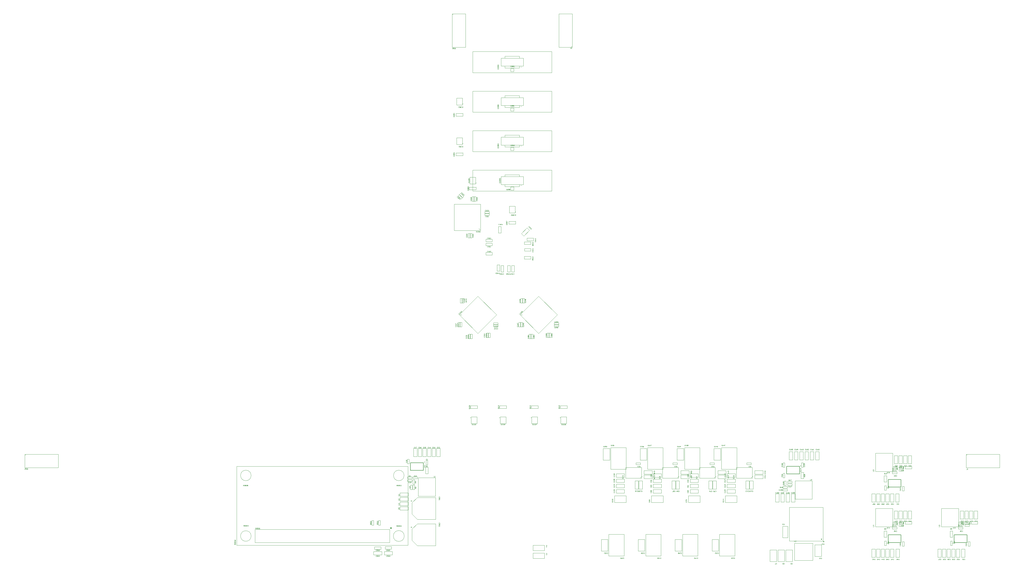
<source format=gbr>
%TF.GenerationSoftware,Altium Limited,Altium Designer,22.5.1 (42)*%
G04 Layer_Color=65535*
%FSLAX26Y26*%
%MOIN*%
%TF.SameCoordinates,79F18A81-A5BF-4171-AD75-6FA3A7A6B408*%
%TF.FilePolarity,Positive*%
%TF.FileFunction,Legend,Top*%
%TF.Part,Single*%
G01*
G75*
%TA.AperFunction,NonConductor*%
%ADD88C,0.001000*%
%ADD89C,0.003937*%
%ADD90C,0.001968*%
%ADD91C,0.000984*%
%ADD92C,0.003000*%
%ADD93R,0.007874X0.007874*%
%ADD94R,0.007874X0.007874*%
%ADD97R,0.002953X0.002953*%
%ADD133C,0.007874*%
%ADD134R,0.010000X0.010000*%
%ADD135R,0.023622X0.023622*%
%ADD136R,0.011811X0.011811*%
%ADD137R,0.009842X0.009843*%
%ADD138R,0.007874X0.007874*%
%ADD139P,0.011136X4X90.0*%
D88*
X12420575Y4637795D02*
Y4732283D01*
X12382575Y4637795D02*
X12420575D01*
X12382575D02*
Y4732283D01*
X12420575D01*
X12388575Y4809055D02*
X12414575D01*
Y4875984D01*
X12388575D02*
X12414575D01*
X12388575Y4809055D02*
Y4875984D01*
X12112205Y4494874D02*
Y4520874D01*
Y4494874D02*
X12179134D01*
Y4520874D01*
X12112205D02*
X12179134D01*
Y4455504D02*
Y4481504D01*
X12112205D02*
X12179134D01*
X12112205Y4455504D02*
Y4481504D01*
Y4455504D02*
X12179134D01*
X12181102Y4573614D02*
Y4599614D01*
Y4573614D02*
X12248031D01*
Y4599614D01*
X12181102D02*
X12248031D01*
X12112984Y4718504D02*
X12138984D01*
X12112984Y4651575D02*
Y4718504D01*
Y4651575D02*
X12138984D01*
Y4718504D01*
X12112984Y4875984D02*
X12138984D01*
X12112984Y4809055D02*
Y4875984D01*
Y4809055D02*
X12138984D01*
Y4875984D01*
X12132669Y4600394D02*
X12158669D01*
X12132669Y4533465D02*
Y4600394D01*
Y4533465D02*
X12158669D01*
Y4600394D01*
X12248031Y4534244D02*
Y4560244D01*
X12181102D02*
X12248031D01*
X12181102Y4534244D02*
Y4560244D01*
Y4534244D02*
X12248031D01*
X10535433Y4849205D02*
Y4875205D01*
X10468504D02*
X10535433D01*
X10468504Y4849205D02*
Y4875205D01*
Y4849205D02*
X10535433D01*
X11086614D02*
Y4875205D01*
X11019685D02*
X11086614D01*
X11019685Y4849205D02*
Y4875205D01*
Y4849205D02*
X11086614D01*
X9984252D02*
Y4875205D01*
X9917323D02*
X9984252D01*
X9917323Y4849205D02*
Y4875205D01*
Y4849205D02*
X9984252D01*
X11637795D02*
Y4875205D01*
X11570866D02*
X11637795D01*
X11570866Y4849205D02*
Y4875205D01*
Y4849205D02*
X11637795D01*
X8228969Y7332008D02*
X8254969D01*
X8228969Y7265079D02*
Y7332008D01*
Y7265079D02*
X8254969D01*
Y7332008D01*
X8198969D02*
X8224969D01*
X8198969Y7265079D02*
Y7332008D01*
Y7265079D02*
X8224969D01*
Y7332008D01*
X8591331Y6749016D02*
X8617331D01*
Y6815945D01*
X8591331D02*
X8617331D01*
X8591331Y6749016D02*
Y6815945D01*
X8167118Y6906496D02*
X8193118D01*
Y6973425D01*
X8167118D02*
X8193118D01*
X8167118Y6906496D02*
Y6973425D01*
X8621331Y6749016D02*
X8647331D01*
Y6815945D01*
X8621331D02*
X8647331D01*
X8621331Y6749016D02*
Y6815945D01*
X8197118Y6906496D02*
X8223118D01*
Y6973425D01*
X8197118D02*
X8223118D01*
X8197118Y6906496D02*
Y6973425D01*
X8763346Y6911016D02*
Y6937016D01*
X8696417D02*
X8763346D01*
X8696417Y6911016D02*
Y6937016D01*
Y6911016D02*
X8763346D01*
X8322630Y6730315D02*
X8348630D01*
Y6797244D01*
X8322630D02*
X8348630D01*
X8322630Y6730315D02*
Y6797244D01*
X8763346Y6941016D02*
Y6967016D01*
X8696417D02*
X8763346D01*
X8696417Y6941016D02*
Y6967016D01*
Y6941016D02*
X8763346D01*
X8352630Y6730315D02*
X8378630D01*
Y6797244D01*
X8352630D02*
X8378630D01*
X8352630Y6730315D02*
Y6797244D01*
X7323461Y7332023D02*
X7349461D01*
X7323461Y7265094D02*
Y7332023D01*
Y7265094D02*
X7349461D01*
Y7332023D01*
X7293461D02*
X7319461D01*
X7293461Y7265094D02*
Y7332023D01*
Y7265094D02*
X7319461D01*
Y7332023D01*
X7685819Y6749016D02*
X7711819D01*
Y6815945D01*
X7685819D02*
X7711819D01*
X7685819Y6749016D02*
Y6815945D01*
X7261606Y6906496D02*
X7287606D01*
Y6973425D01*
X7261606D02*
X7287606D01*
X7261606Y6906496D02*
Y6973425D01*
X7715819Y6749016D02*
X7741819D01*
Y6815945D01*
X7715819D02*
X7741819D01*
X7715819Y6749016D02*
Y6815945D01*
X7291606Y6906496D02*
X7317606D01*
Y6973425D01*
X7291606D02*
X7317606D01*
X7291606Y6906496D02*
Y6973425D01*
X7857847Y6911025D02*
Y6937025D01*
X7790918D02*
X7857847D01*
X7790918Y6911025D02*
Y6937025D01*
Y6911025D02*
X7857847D01*
X7417118Y6730315D02*
X7443118D01*
Y6797244D01*
X7417118D02*
X7443118D01*
X7417118Y6730315D02*
Y6797244D01*
X7857847Y6941025D02*
Y6967025D01*
X7790918D02*
X7857847D01*
X7790918Y6941025D02*
Y6967025D01*
Y6941025D02*
X7857847D01*
X7447118Y6730315D02*
X7473118D01*
Y6797244D01*
X7447118D02*
X7473118D01*
X7447118Y6730315D02*
Y6797244D01*
X7259767Y8866530D02*
X7278151Y8884915D01*
X7259767Y8866530D02*
X7307093Y8819204D01*
X7325477Y8837588D01*
X7278151Y8884915D02*
X7325477Y8837588D01*
X7279767Y8886530D02*
X7298151Y8904915D01*
X7279767Y8886530D02*
X7327093Y8839204D01*
X7345477Y8857588D01*
X7298151Y8904915D02*
X7345477Y8857588D01*
X7501252Y8853346D02*
X7527252D01*
X7501252Y8786417D02*
Y8853346D01*
Y8786417D02*
X7527252D01*
Y8853346D01*
X7471252D02*
X7497252D01*
X7471252Y8786417D02*
Y8853346D01*
Y8786417D02*
X7497252D01*
Y8853346D01*
X7727362Y8574598D02*
Y8600598D01*
X7660433D02*
X7727362D01*
X7660433Y8574598D02*
Y8600598D01*
Y8574598D02*
X7727362D01*
Y8604598D02*
Y8630598D01*
X7660433D02*
X7727362D01*
X7660433Y8604598D02*
Y8630598D01*
Y8604598D02*
X7727362D01*
X7413181Y8237205D02*
X7439181D01*
Y8304134D01*
X7413181D02*
X7439181D01*
X7413181Y8237205D02*
Y8304134D01*
X7443181Y8237205D02*
X7469181D01*
Y8304134D01*
X7443181D02*
X7469181D01*
X7443181Y8237205D02*
Y8304134D01*
X7904228Y7823819D02*
X7942228D01*
X7904228Y7729331D02*
Y7823819D01*
Y7729331D02*
X7942228D01*
Y7823819D01*
X8252953Y8079039D02*
X8347441D01*
Y8041039D02*
Y8079039D01*
X8252953Y8041039D02*
X8347441D01*
X8252953D02*
Y8079039D01*
X8292323Y8233567D02*
X8386811D01*
Y8195567D02*
Y8233567D01*
X8292323Y8195567D02*
X8386811D01*
X8292323D02*
Y8233567D01*
X7678150Y8179819D02*
X7772638D01*
X7678150D02*
Y8217819D01*
X7772638D01*
Y8179819D02*
Y8217819D01*
X7678150Y8120764D02*
X7772638D01*
X7678150D02*
Y8158764D01*
X7772638D01*
Y8120764D02*
Y8158764D01*
X7678150Y7982968D02*
X7772638D01*
X7678150D02*
Y8020968D01*
X7772638D01*
Y7982968D02*
Y8020968D01*
X8040654Y7729331D02*
Y7823819D01*
X8002654Y7729331D02*
X8040654D01*
X8002654D02*
Y7823819D01*
X8040654D01*
X8099709Y7729331D02*
Y7823819D01*
X8061709Y7729331D02*
X8099709D01*
X8061709D02*
Y7823819D01*
X8099709D01*
X8251969Y7960929D02*
X8346457D01*
Y7922929D02*
Y7960929D01*
X8251969Y7922929D02*
X8346457D01*
X8251969D02*
Y7960929D01*
Y8178449D02*
X8346457D01*
Y8140449D02*
Y8178449D01*
X8251969Y8140449D02*
X8346457D01*
X8251969D02*
Y8178449D01*
X7865842Y8312992D02*
Y8407480D01*
X7903842D01*
Y8312992D02*
Y8407480D01*
X7865842Y8312992D02*
X7903842D01*
X7883173Y7740158D02*
Y7834646D01*
X7845173Y7740158D02*
X7883173D01*
X7845173D02*
Y7834646D01*
X7883173D01*
X14606984Y3761811D02*
Y3856299D01*
X14644984D01*
Y3761811D02*
Y3856299D01*
X14606984Y3761811D02*
X14644984D01*
X14612984Y3704724D02*
X14638984D01*
X14612984Y3637795D02*
Y3704724D01*
Y3637795D02*
X14638984D01*
Y3704724D01*
X14814961Y3957378D02*
X14909449D01*
X14814961D02*
Y3995378D01*
X14909449D01*
Y3957378D02*
Y3995378D01*
X14828740Y3924008D02*
Y3950008D01*
Y3924008D02*
X14895669D01*
Y3950008D01*
X14828740D02*
X14895669D01*
X14770465Y3923228D02*
X14796465D01*
Y3990157D01*
X14770465D02*
X14796465D01*
X14770465Y3923228D02*
Y3990157D01*
X14923228Y3957378D02*
X15017717D01*
X14923228D02*
Y3995378D01*
X15017717D01*
Y3957378D02*
Y3995378D01*
X14878732Y3627953D02*
X14904732D01*
Y3694882D01*
X14878732D02*
X14904732D01*
X14878732Y3627953D02*
Y3694882D01*
X14740937Y3990157D02*
X14766937D01*
X14740937Y3923228D02*
Y3990157D01*
Y3923228D02*
X14766937D01*
Y3990157D01*
X14797244Y3884638D02*
Y3910638D01*
X14730315D02*
X14797244D01*
X14730315Y3884638D02*
Y3910638D01*
Y3884638D02*
X14797244D01*
X13622732Y3761811D02*
Y3856299D01*
X13660732D01*
Y3761811D02*
Y3856299D01*
X13622732Y3761811D02*
X13660732D01*
X13628732Y3704724D02*
X13654732D01*
X13628732Y3637795D02*
Y3704724D01*
Y3637795D02*
X13654732D01*
Y3704724D01*
X13911417Y3963378D02*
Y3989378D01*
X13844488D02*
X13911417D01*
X13844488Y3963378D02*
Y3989378D01*
Y3963378D02*
X13911417D01*
X13844488Y3924008D02*
Y3950008D01*
Y3924008D02*
X13911417D01*
Y3950008D01*
X13844488D02*
X13911417D01*
X13786213Y3923228D02*
X13812213D01*
Y3990157D01*
X13786213D02*
X13812213D01*
X13786213Y3923228D02*
Y3990157D01*
X13938976Y3957378D02*
X14033465D01*
X13938976D02*
Y3995378D01*
X14033465D01*
Y3957378D02*
Y3995378D01*
X13894480Y3627953D02*
X13920480D01*
Y3694882D01*
X13894480D02*
X13920480D01*
X13894480Y3627953D02*
Y3694882D01*
X13756685Y3990157D02*
X13782685D01*
X13756685Y3923228D02*
Y3990157D01*
Y3923228D02*
X13782685D01*
Y3990157D01*
X13812992Y3884638D02*
Y3910638D01*
X13746063D02*
X13812992D01*
X13746063Y3884638D02*
Y3910638D01*
Y3884638D02*
X13812992D01*
X13622732Y4588583D02*
Y4683071D01*
X13660732D01*
Y4588583D02*
Y4683071D01*
X13622732Y4588583D02*
X13660732D01*
X13628732Y4531496D02*
X13654732D01*
X13628732Y4464567D02*
Y4531496D01*
Y4464567D02*
X13654732D01*
Y4531496D01*
X13911417Y4790150D02*
Y4816150D01*
X13844488D02*
X13911417D01*
X13844488Y4790150D02*
Y4816150D01*
Y4790150D02*
X13911417D01*
X13844488Y4750779D02*
Y4776779D01*
Y4750779D02*
X13911417D01*
Y4776779D01*
X13844488D02*
X13911417D01*
X13786213Y4750000D02*
X13812213D01*
Y4816929D01*
X13786213D02*
X13812213D01*
X13786213Y4750000D02*
Y4816929D01*
X13938976Y4784150D02*
X14033465D01*
X13938976D02*
Y4822150D01*
X14033465D01*
Y4784150D02*
Y4822150D01*
X13894480Y4454724D02*
X13920480D01*
Y4521654D01*
X13894480D02*
X13920480D01*
X13894480Y4454724D02*
Y4521654D01*
X13756685Y4816929D02*
X13782685D01*
X13756685Y4750000D02*
Y4816929D01*
Y4750000D02*
X13782685D01*
Y4816929D01*
X13812992Y4711409D02*
Y4737409D01*
X13746063D02*
X13812992D01*
X13746063Y4711409D02*
Y4737409D01*
Y4711409D02*
X13812992D01*
X6782837Y4844488D02*
X6808837D01*
Y4911417D01*
X6782837D02*
X6808837D01*
X6782837Y4844488D02*
Y4911417D01*
X6814837Y4712598D02*
Y4807087D01*
X6776837Y4712598D02*
X6814837D01*
X6776837D02*
Y4807087D01*
X6814837D01*
X6589144Y4638575D02*
Y4664575D01*
Y4638575D02*
X6656073D01*
Y4664575D01*
X6589144D02*
X6656073D01*
X6506467Y4638575D02*
Y4664575D01*
Y4638575D02*
X6573396D01*
Y4664575D01*
X6506467D02*
X6573396D01*
X6506467Y4595268D02*
Y4621268D01*
Y4595268D02*
X6573396D01*
Y4621268D01*
X6506467D02*
X6573396D01*
X6586971Y4541338D02*
X6612971D01*
X6586971Y4474409D02*
Y4541338D01*
Y4474409D02*
X6612971D01*
Y4541338D01*
X6586971Y4620079D02*
X6612971D01*
X6586971Y4553150D02*
Y4620079D01*
Y4553150D02*
X6612971D01*
Y4620079D01*
X6505278Y4929134D02*
X6531278D01*
X6505278Y4862205D02*
Y4929134D01*
Y4862205D02*
X6531278D01*
Y4929134D01*
X6551538Y4474409D02*
X6577538D01*
Y4541338D01*
X6551538D02*
X6577538D01*
X6551538Y4474409D02*
Y4541338D01*
X6015748Y3581392D02*
X6110236D01*
X6015748D02*
Y3619392D01*
X6110236D01*
Y3581392D02*
Y3619392D01*
X6173228Y3621362D02*
X6267717D01*
Y3583362D02*
Y3621362D01*
X6173228Y3583362D02*
X6267717D01*
X6173228D02*
Y3621362D01*
X6074598Y3942913D02*
X6100598D01*
Y4009843D01*
X6074598D02*
X6100598D01*
X6074598Y3942913D02*
Y4009843D01*
X5975000Y3942913D02*
X6001000D01*
Y4009843D01*
X5975000D02*
X6001000D01*
X5975000Y3942913D02*
Y4009843D01*
D89*
X6459116Y3779528D02*
G03*
X6459116Y3779528I-81163J0D01*
G01*
X4173228D02*
G03*
X4173228Y3779528I-78740J0D01*
G01*
Y4685039D02*
G03*
X4173228Y4685039I-78740J0D01*
G01*
X6456693D02*
G03*
X6456693Y4685039I-78740J0D01*
G01*
X7480315Y9527559D02*
X8661418D01*
X7480315Y9842520D02*
X8661418D01*
Y9527559D02*
Y9842520D01*
X7480315Y9527559D02*
Y9842520D01*
Y10708661D02*
X8661418D01*
X7480315Y11023622D02*
X8661418D01*
Y10708661D02*
Y11023622D01*
X7480315Y10708661D02*
Y11023622D01*
Y8937008D02*
X8661418D01*
X7480315Y9251969D02*
X8661418D01*
Y8937008D02*
Y9251969D01*
X7480315Y8937008D02*
Y9251969D01*
Y10118110D02*
X8661418D01*
X7480315Y10433071D02*
X8661418D01*
Y10118110D02*
Y10433071D01*
X7480315Y10118110D02*
Y10433071D01*
X12293307Y4606299D02*
X12549213D01*
X12293307Y4330709D02*
X12549213D01*
Y4606299D01*
X12293307Y4330709D02*
Y4606299D01*
X8379567Y3444882D02*
X8549567D01*
Y3523622D01*
X8379567D02*
X8549567D01*
X8379567Y3444882D02*
Y3523622D01*
Y3562992D02*
X8549567D01*
Y3641732D01*
X8379567D02*
X8549567D01*
X8379567Y3562992D02*
Y3641732D01*
X6667884Y4651575D02*
X6923790D01*
X6667884Y4375984D02*
X6923790D01*
Y4651575D01*
X6667884Y4375984D02*
Y4651575D01*
X14478346Y3917323D02*
X14734252D01*
X14478346Y4192913D02*
X14734252D01*
X14478346Y3917323D02*
Y4192913D01*
X14734252Y3917323D02*
Y4192913D01*
X13494094Y3917323D02*
X13750000D01*
X13494094Y4192913D02*
X13750000D01*
X13494094Y3917323D02*
Y4192913D01*
X13750000Y3917323D02*
Y4192913D01*
X13494094Y4744094D02*
X13750000D01*
X13494094Y5019685D02*
X13750000D01*
X13494094Y4744094D02*
Y5019685D01*
X13750000Y4744094D02*
Y5019685D01*
X6574803Y3771653D02*
Y3826771D01*
X6653543Y3635826D02*
X6929134D01*
Y3962598D01*
X6555039Y3912519D02*
X6575039D01*
X6565039Y3902519D02*
Y3922519D01*
X6574803Y3714566D02*
Y3771653D01*
Y3714566D02*
X6653543Y3635826D01*
X6574803Y3771653D02*
Y3826771D01*
X6653543Y3962598D02*
X6929134D01*
Y3635826D02*
Y3962598D01*
X6574803Y3826771D02*
Y3883858D01*
X6653543Y3962598D01*
X6574803Y4165354D02*
Y4220472D01*
X6653543Y4029527D02*
X6929134D01*
Y4356298D01*
X6555039Y4306220D02*
X6575039D01*
X6565039Y4296220D02*
Y4316220D01*
X6574803Y4108267D02*
Y4165354D01*
Y4108267D02*
X6653543Y4029527D01*
X6574803Y4165354D02*
Y4220472D01*
X6653543Y4356298D02*
X6929134D01*
Y4029527D02*
Y4356298D01*
X6574803Y4220472D02*
Y4277558D01*
X6653543Y4356298D01*
X3956693Y4822835D02*
X6515748D01*
X3956693Y3641732D02*
X6515748D01*
X3956693D02*
Y4822835D01*
X6515748Y3641732D02*
Y4822835D01*
X6240158Y3681102D02*
Y3877953D01*
X4232283Y3681102D02*
Y3877953D01*
Y3681102D02*
X6240158D01*
X4232283Y3877953D02*
X6240158D01*
X12283465Y3415354D02*
Y3671260D01*
X12559055Y3415354D02*
Y3671260D01*
X12283465D02*
X12559055D01*
X12283465Y3415354D02*
X12559055D01*
X12106299Y3753583D02*
X12185039D01*
X12106299D02*
Y3923583D01*
X12185039D01*
Y3753583D02*
Y3923583D01*
X12712598Y3704724D02*
Y4208662D01*
X12208661Y3704724D02*
Y4208662D01*
Y3704724D02*
X12712598D01*
X12208661Y4208662D02*
X12712598D01*
D90*
X12053559Y4289370D02*
Y4411417D01*
X12001559D02*
X12053559D01*
X12001559Y4289370D02*
X12053559D01*
X12001559D02*
Y4411417D01*
X12132299Y4289370D02*
Y4411417D01*
X12080299D02*
X12132299D01*
X12080299Y4289370D02*
X12132299D01*
X12080299D02*
Y4411417D01*
X12211039Y4289370D02*
Y4411417D01*
X12159039D02*
X12211039D01*
X12159039Y4289370D02*
X12211039D01*
X12159039D02*
Y4411417D01*
X12289780Y4289370D02*
Y4411417D01*
X12237780D02*
X12289780D01*
X12237780Y4289370D02*
X12289780D01*
X12237780D02*
Y4411417D01*
X12204315Y4919291D02*
Y5041338D01*
Y4919291D02*
X12256315D01*
X12204315Y5041338D02*
X12256315D01*
Y4919291D02*
Y5041338D01*
X12283055Y4919291D02*
Y5041338D01*
Y4919291D02*
X12335055D01*
X12283055Y5041338D02*
X12335055D01*
Y4919291D02*
Y5041338D01*
X12361795Y4919291D02*
Y5041338D01*
Y4919291D02*
X12413795D01*
X12361795Y5041338D02*
X12413795D01*
Y4919291D02*
Y5041338D01*
X12440535Y4919291D02*
Y5041338D01*
Y4919291D02*
X12492535D01*
X12440535Y5041338D02*
X12492535D01*
Y4919291D02*
Y5041338D01*
X12519276Y4919291D02*
Y5041338D01*
Y4919291D02*
X12571276D01*
X12519276Y5041338D02*
X12571276D01*
Y4919291D02*
Y5041338D01*
X12598016Y4919291D02*
Y5041338D01*
Y4919291D02*
X12650016D01*
X12598016Y5041338D02*
X12650016D01*
Y4919291D02*
Y5041338D01*
X11251646Y4281496D02*
X11425197D01*
X11251646D02*
Y4379921D01*
X11425197D01*
Y4281496D02*
Y4379921D01*
X11277559Y4632299D02*
X11399606D01*
X11277559Y4580299D02*
Y4632299D01*
X11399606Y4580299D02*
Y4632299D01*
X11277559Y4580299D02*
X11399606D01*
X11277559Y4553559D02*
X11399606D01*
X11277559Y4501559D02*
Y4553559D01*
X11399606Y4501559D02*
Y4553559D01*
X11277559Y4501559D02*
X11399606D01*
X11277559Y4474819D02*
X11399606D01*
X11277559Y4422819D02*
Y4474819D01*
X11399606Y4422819D02*
Y4474819D01*
X11277559Y4422819D02*
X11399606D01*
X11277559Y4711039D02*
X11399606D01*
X11277559Y4659039D02*
Y4711039D01*
X11399606Y4659039D02*
Y4711039D01*
X11277559Y4659039D02*
X11399606D01*
X9511810Y3803150D02*
X9740157D01*
X9511810Y3480314D02*
X9740157D01*
Y3803150D01*
X9511810Y3480314D02*
Y3803150D01*
X9399606Y3728347D02*
X9498031D01*
X9399606Y3554795D02*
Y3728347D01*
Y3554795D02*
X9498031D01*
Y3728347D01*
X9950787D02*
X10049213D01*
X9950787Y3554795D02*
Y3728347D01*
Y3554795D02*
X10049213D01*
Y3728347D01*
X10062991Y3803150D02*
X10291338D01*
X10062991Y3480314D02*
X10291338D01*
Y3803150D01*
X10062991Y3480314D02*
Y3803150D01*
X10501969Y3728347D02*
X10600394D01*
X10501969Y3554795D02*
Y3728347D01*
Y3554795D02*
X10600394D01*
Y3728347D01*
X10614173Y3803150D02*
X10842520D01*
X10614173Y3480314D02*
X10842520D01*
Y3803150D01*
X10614173Y3480314D02*
Y3803150D01*
X11053150Y3728347D02*
X11151575D01*
X11053150Y3554795D02*
Y3728347D01*
Y3554795D02*
X11151575D01*
Y3728347D01*
X11165354Y3803150D02*
X11393701D01*
X11165354Y3480314D02*
X11393701D01*
Y3803150D01*
X11165354Y3480314D02*
Y3803150D01*
X10175197Y4659039D02*
X10297244D01*
Y4711039D01*
X10175197Y4659039D02*
Y4711039D01*
X10297244D01*
X10175197Y4580299D02*
X10297244D01*
Y4632299D01*
X10175197Y4580299D02*
Y4632299D01*
X10297244D01*
X10175197Y4501559D02*
X10297244D01*
Y4553559D01*
X10175197Y4501559D02*
Y4553559D01*
X10297244D01*
X10175197Y4422819D02*
X10297244D01*
Y4474819D01*
X10175197Y4422819D02*
Y4474819D01*
X10297244D01*
X10322835Y4281496D02*
Y4379921D01*
X10149283D02*
X10322835D01*
X10149283Y4281496D02*
Y4379921D01*
Y4281496D02*
X10322835D01*
X10506315Y4482283D02*
Y4604331D01*
X10454315D02*
X10506315D01*
X10454315Y4482283D02*
X10506315D01*
X10454315D02*
Y4604331D01*
X10588583Y4758283D02*
X10710630D01*
X10588583Y4706283D02*
Y4758283D01*
X10710630Y4706283D02*
Y4758283D01*
X10588583Y4706283D02*
X10710630D01*
X10588583Y4691354D02*
X10710630D01*
X10588583Y4639354D02*
Y4691354D01*
X10710630Y4639354D02*
Y4691354D01*
X10588583Y4639354D02*
X10710630D01*
X10565370Y4482283D02*
Y4604331D01*
X10513370D02*
X10565370D01*
X10513370Y4482283D02*
X10565370D01*
X10513370D02*
Y4604331D01*
X10726378Y4659039D02*
X10848425D01*
Y4711039D01*
X10726378Y4659039D02*
Y4711039D01*
X10848425D01*
X10726378Y4580299D02*
X10848425D01*
Y4632299D01*
X10726378Y4580299D02*
Y4632299D01*
X10848425D01*
X10726378Y4501559D02*
X10848425D01*
Y4553559D01*
X10726378Y4501559D02*
Y4553559D01*
X10848425D01*
X10726378Y4422819D02*
X10848425D01*
Y4474819D01*
X10726378Y4422819D02*
Y4474819D01*
X10848425D01*
X10874016Y4281496D02*
Y4379921D01*
X10700465D02*
X10874016D01*
X10700465Y4281496D02*
Y4379921D01*
Y4281496D02*
X10874016D01*
X11057496Y4482283D02*
Y4604331D01*
X11005496D02*
X11057496D01*
X11005496Y4482283D02*
X11057496D01*
X11005496D02*
Y4604331D01*
X11139764Y4758283D02*
X11261811D01*
X11139764Y4706283D02*
Y4758283D01*
X11261811Y4706283D02*
Y4758283D01*
X11139764Y4706283D02*
X11261811D01*
X11139764Y4691354D02*
X11261811D01*
X11139764Y4639354D02*
Y4691354D01*
X11261811Y4639354D02*
Y4691354D01*
X11139764Y4639354D02*
X11261811D01*
X11116551Y4482283D02*
Y4604331D01*
X11064551D02*
X11116551D01*
X11064551Y4482283D02*
X11116551D01*
X11064551D02*
Y4604331D01*
X10092519Y4779528D02*
X10320866D01*
X10092519Y5102363D02*
X10320866D01*
X10092519Y4779528D02*
Y5102363D01*
X10320866Y4779528D02*
Y5102363D01*
X9980315Y4913386D02*
X10078740D01*
Y5086937D01*
X9980315D02*
X10078740D01*
X9980315Y4913386D02*
Y5086937D01*
X10643700Y4779528D02*
X10872047D01*
X10643700Y5102363D02*
X10872047D01*
X10643700Y4779528D02*
Y5102363D01*
X10872047Y4779528D02*
Y5102363D01*
X10531496Y4913386D02*
X10629921D01*
Y5086937D01*
X10531496D02*
X10629921D01*
X10531496Y4913386D02*
Y5086937D01*
X9624016Y4659039D02*
X9746063D01*
Y4711039D01*
X9624016Y4659039D02*
Y4711039D01*
X9746063D01*
X9624016Y4580299D02*
X9746063D01*
Y4632299D01*
X9624016Y4580299D02*
Y4632299D01*
X9746063D01*
X9624016Y4501559D02*
X9746063D01*
Y4553559D01*
X9624016Y4501559D02*
Y4553559D01*
X9746063D01*
X9624016Y4422819D02*
X9746063D01*
Y4474819D01*
X9624016Y4422819D02*
Y4474819D01*
X9746063D01*
X9771654Y4281496D02*
Y4379921D01*
X9598102D02*
X9771654D01*
X9598102Y4281496D02*
Y4379921D01*
Y4281496D02*
X9771654D01*
X9955134Y4482283D02*
Y4604331D01*
X9903134D02*
X9955134D01*
X9903134Y4482283D02*
X9955134D01*
X9903134D02*
Y4604331D01*
X10037402Y4758283D02*
X10159449D01*
X10037402Y4706283D02*
Y4758283D01*
X10159449Y4706283D02*
Y4758283D01*
X10037402Y4706283D02*
X10159449D01*
X10037402Y4691354D02*
X10159449D01*
X10037402Y4639354D02*
Y4691354D01*
X10159449Y4639354D02*
Y4691354D01*
X10037402Y4639354D02*
X10159449D01*
X10014189Y4482283D02*
Y4604331D01*
X9962189D02*
X10014189D01*
X9962189Y4482283D02*
X10014189D01*
X9962189D02*
Y4604331D01*
X11608677Y4482283D02*
Y4604331D01*
X11556677D02*
X11608677D01*
X11556677Y4482283D02*
X11608677D01*
X11556677D02*
Y4604331D01*
X11690945Y4758283D02*
X11812992D01*
X11690945Y4706283D02*
Y4758283D01*
X11812992Y4706283D02*
Y4758283D01*
X11690945Y4706283D02*
X11812992D01*
X11690945Y4691354D02*
X11812992D01*
X11690945Y4639354D02*
Y4691354D01*
X11812992Y4639354D02*
Y4691354D01*
X11690945Y4639354D02*
X11812992D01*
X11667732Y4482283D02*
Y4604331D01*
X11615732D02*
X11667732D01*
X11615732Y4482283D02*
X11667732D01*
X11615732D02*
Y4604331D01*
X9541338Y4779528D02*
X9769685D01*
X9541338Y5102363D02*
X9769685D01*
X9541338Y4779528D02*
Y5102363D01*
X9769685Y4779528D02*
Y5102363D01*
X9429134Y4913386D02*
X9527559D01*
Y5086937D01*
X9429134D02*
X9527559D01*
X9429134Y4913386D02*
Y5086937D01*
X11194881Y4779528D02*
X11423228D01*
X11194881Y5102363D02*
X11423228D01*
X11194881Y4779528D02*
Y5102363D01*
X11423228Y4779528D02*
Y5102363D01*
X11082677Y4913386D02*
X11181102D01*
Y5086937D01*
X11082677D02*
X11181102D01*
X11082677Y4913386D02*
Y5086937D01*
X8206182Y8302006D02*
X8292482Y8388307D01*
X8206182Y8302006D02*
X8242951Y8265237D01*
X8292482Y8388307D02*
X8329252Y8351537D01*
X8242951Y8265237D02*
X8329252Y8351537D01*
X14878362Y4033465D02*
Y4155512D01*
X14826362D02*
X14878362D01*
X14826362Y4033465D02*
X14878362D01*
X14826362D02*
Y4155512D01*
X14947260Y4033465D02*
Y4155512D01*
X14895260D02*
X14947260D01*
X14895260Y4033465D02*
X14947260D01*
X14895260D02*
Y4155512D01*
X15016157Y4033465D02*
Y4155512D01*
X14964157D02*
X15016157D01*
X14964157Y4033465D02*
X15016157D01*
X14964157D02*
Y4155512D01*
X14809465Y4033465D02*
Y4155512D01*
X14757465D02*
X14809465D01*
X14757465Y4033465D02*
X14809465D01*
X14757465D02*
Y4155512D01*
X14750409Y3462598D02*
Y3584646D01*
X14698409D02*
X14750409D01*
X14698409Y3462598D02*
X14750409D01*
X14698409D02*
Y3584646D01*
X14829150Y3462598D02*
Y3584646D01*
X14777150D02*
X14829150D01*
X14777150Y3462598D02*
X14829150D01*
X14777150D02*
Y3584646D01*
X14681512Y3462598D02*
Y3584646D01*
X14629512D02*
X14681512D01*
X14629512Y3462598D02*
X14681512D01*
X14629512D02*
Y3584646D01*
X14612614Y3462598D02*
Y3584646D01*
X14560614D02*
X14612614D01*
X14560614Y3462598D02*
X14612614D01*
X14560614D02*
Y3584646D01*
X14543717Y3462598D02*
Y3584646D01*
X14491717D02*
X14543717D01*
X14491717Y3462598D02*
X14543717D01*
X14491717D02*
Y3584646D01*
X14474819Y3462598D02*
Y3584646D01*
X14422819D02*
X14474819D01*
X14422819Y3462598D02*
X14474819D01*
X14422819D02*
Y3584646D01*
X14031906Y4033465D02*
Y4155512D01*
X13979906D02*
X14031906D01*
X13979906Y4033465D02*
X14031906D01*
X13979906D02*
Y4155512D01*
X13963008Y4033465D02*
Y4155512D01*
X13911008D02*
X13963008D01*
X13911008Y4033465D02*
X13963008D01*
X13911008D02*
Y4155512D01*
X13894110Y4033465D02*
Y4155512D01*
X13842110D02*
X13894110D01*
X13842110Y4033465D02*
X13894110D01*
X13842110D02*
Y4155512D01*
X13825213Y4033465D02*
Y4155512D01*
X13773213D02*
X13825213D01*
X13773213Y4033465D02*
X13825213D01*
X13773213D02*
Y4155512D01*
X13766157Y3462598D02*
Y3584646D01*
X13714157D02*
X13766157D01*
X13714157Y3462598D02*
X13766157D01*
X13714157D02*
Y3584646D01*
X13851040Y3462598D02*
Y3584646D01*
X13799040D02*
X13851040D01*
X13799040Y3462598D02*
X13851040D01*
X13799040D02*
Y3584646D01*
X13697260Y3462598D02*
Y3584646D01*
X13645260D02*
X13697260D01*
X13645260Y3462598D02*
X13697260D01*
X13645260D02*
Y3584646D01*
X13628362Y3462598D02*
Y3584646D01*
X13576362D02*
X13628362D01*
X13576362Y3462598D02*
X13628362D01*
X13576362D02*
Y3584646D01*
X13559465Y3462598D02*
Y3584646D01*
X13507465D02*
X13559465D01*
X13507465Y3462598D02*
X13559465D01*
X13507465D02*
Y3584646D01*
X13490567Y3462598D02*
Y3584646D01*
X13438567D02*
X13490567D01*
X13438567Y3462598D02*
X13490567D01*
X13438567D02*
Y3584646D01*
X14031906Y4860236D02*
Y4982283D01*
X13979906D02*
X14031906D01*
X13979906Y4860236D02*
X14031906D01*
X13979906D02*
Y4982283D01*
X13963008Y4860236D02*
Y4982283D01*
X13911008D02*
X13963008D01*
X13911008Y4860236D02*
X13963008D01*
X13911008D02*
Y4982283D01*
X13894110Y4860236D02*
Y4982283D01*
X13842110D02*
X13894110D01*
X13842110Y4860236D02*
X13894110D01*
X13842110D02*
Y4982283D01*
X13825213Y4860236D02*
Y4982283D01*
X13773213D02*
X13825213D01*
X13773213Y4860236D02*
X13825213D01*
X13773213D02*
Y4982283D01*
X13766158Y4289370D02*
Y4411417D01*
X13714158D02*
X13766158D01*
X13714158Y4289370D02*
X13766158D01*
X13714158D02*
Y4411417D01*
X13844898Y4289370D02*
Y4411417D01*
X13792898D02*
X13844898D01*
X13792898Y4289370D02*
X13844898D01*
X13792898D02*
Y4411417D01*
X13697260Y4289370D02*
Y4411417D01*
X13645260D02*
X13697260D01*
X13645260Y4289370D02*
X13697260D01*
X13645260D02*
Y4411417D01*
X13628362Y4289370D02*
Y4411417D01*
X13576362D02*
X13628362D01*
X13576362Y4289370D02*
X13628362D01*
X13576362D02*
Y4411417D01*
X13559465Y4289370D02*
Y4411417D01*
X13507465D02*
X13559465D01*
X13507465Y4289370D02*
X13559465D01*
X13507465D02*
Y4411417D01*
X13490567Y4289370D02*
Y4411417D01*
X13438567D02*
X13490567D01*
X13438567Y4289370D02*
X13490567D01*
X13438567D02*
Y4411417D01*
X6735811Y4968504D02*
Y5090551D01*
Y4968504D02*
X6787811D01*
X6735811Y5090551D02*
X6787811D01*
Y4968504D02*
Y5090551D01*
X6804709Y4968504D02*
Y5090551D01*
Y4968504D02*
X6856709D01*
X6804709Y5090551D02*
X6856709D01*
Y4968504D02*
Y5090551D01*
X6873606Y4968504D02*
Y5090551D01*
Y4968504D02*
X6925606D01*
X6873606Y5090551D02*
X6925606D01*
Y4968504D02*
Y5090551D01*
X6598016Y4968504D02*
Y5090551D01*
Y4968504D02*
X6650016D01*
X6598016Y5090551D02*
X6650016D01*
Y4968504D02*
Y5090551D01*
X6666913Y4968504D02*
Y5090551D01*
Y4968504D02*
X6718913D01*
X6666913Y5090551D02*
X6718913D01*
Y4968504D02*
Y5090551D01*
X6942504Y4968504D02*
Y5090551D01*
Y4968504D02*
X6994504D01*
X6942504Y5090551D02*
X6994504D01*
Y4968504D02*
Y5090551D01*
X6395669Y4373606D02*
X6517717D01*
Y4425606D01*
X6395669Y4373606D02*
Y4425606D01*
X6517717D01*
X6395669Y4304709D02*
X6517717D01*
Y4356709D01*
X6395669Y4304709D02*
Y4356709D01*
X6517717D01*
X6395669Y4235811D02*
X6517717D01*
Y4287811D01*
X6395669Y4235811D02*
Y4287811D01*
X6517717D01*
X6395669Y4166913D02*
X6517717D01*
Y4218913D01*
X6395669Y4166913D02*
Y4218913D01*
X6517717D01*
X6001969Y3497622D02*
X6124016D01*
Y3549622D01*
X6001969Y3497622D02*
Y3549622D01*
X6124016D01*
X6159449D02*
X6281496D01*
X6159449Y3497622D02*
Y3549622D01*
X6281496Y3497622D02*
Y3549622D01*
X6159449Y3497622D02*
X6281496D01*
X12588583Y3649606D02*
X12687008D01*
X12588583Y3476055D02*
Y3649606D01*
Y3476055D02*
X12687008D01*
Y3649606D01*
X12155512Y3570866D02*
X12253937D01*
X12155512Y3397315D02*
Y3570866D01*
Y3397315D02*
X12253937D01*
Y3570866D01*
X12037402D02*
X12135827D01*
X12037402Y3397315D02*
Y3570866D01*
Y3397315D02*
X12135827D01*
Y3570866D01*
X11919291D02*
X12017717D01*
X11919291Y3397315D02*
Y3570866D01*
Y3397315D02*
X12017717D01*
Y3570866D01*
D91*
X9763778Y4803150D02*
X10000000D01*
X9763778Y4645668D02*
X10000000D01*
X9763778D02*
Y4803150D01*
X10000000Y4645668D02*
Y4803150D01*
X10314960D02*
X10551181D01*
X10314960Y4645668D02*
X10551181D01*
X10314960D02*
Y4803150D01*
X10551181Y4645668D02*
Y4803150D01*
X10866141D02*
X11102362D01*
X10866141Y4645668D02*
X11102362D01*
X10866141D02*
Y4803150D01*
X11102362Y4645668D02*
Y4803150D01*
X11417322D02*
X11653543D01*
X11417322Y4645668D02*
X11653543D01*
X11417322D02*
Y4803150D01*
X11653543Y4645668D02*
Y4803150D01*
X793307Y4801575D02*
Y5001575D01*
X1293308Y4801575D02*
Y5001575D01*
X793307D02*
X1293308D01*
X793307Y4801575D02*
X1293308D01*
X7175591Y11588583D02*
X7375591D01*
X7175591Y11088582D02*
X7375591D01*
Y11588583D01*
X7175591Y11088582D02*
Y11588583D01*
X8114173Y8610236D02*
Y8712598D01*
X8027557Y8610236D02*
Y8712598D01*
Y8610236D02*
X8114173D01*
X8027557Y8712598D02*
X8114173D01*
X8047244Y10724409D02*
Y10771655D01*
X8094490Y10724409D02*
Y10771655D01*
X8047244D02*
X8094490D01*
X8047244Y10724409D02*
X8094490D01*
X8047244Y10133858D02*
Y10181104D01*
X8094490Y10133858D02*
Y10181104D01*
X8047244D02*
X8094490D01*
X8047244Y10133858D02*
X8094490D01*
X7334646Y10059054D02*
Y10098425D01*
X7232282Y10059054D02*
Y10098425D01*
Y10059054D02*
X7334646D01*
X7232282Y10098425D02*
X7334646D01*
Y9468503D02*
Y9507874D01*
X7232282Y9468503D02*
Y9507874D01*
Y9468503D02*
X7334646D01*
X7232282Y9507874D02*
X7334646D01*
X7326772Y10224409D02*
Y10326772D01*
X7240156Y10224409D02*
Y10326772D01*
Y10224409D02*
X7326772D01*
X7240156Y10326772D02*
X7326772D01*
Y9633858D02*
Y9736220D01*
X7240156Y9633858D02*
Y9736220D01*
Y9633858D02*
X7326772D01*
X7240156Y9736220D02*
X7326772D01*
X8047244Y9543307D02*
Y9590553D01*
X8094490Y9543307D02*
Y9590553D01*
X8047244D02*
X8094490D01*
X8047244Y9543307D02*
X8094490D01*
X8047244Y8952756D02*
Y9000002D01*
X8094490Y8952756D02*
Y9000002D01*
X8047244D02*
X8094490D01*
X8047244Y8952756D02*
X8094490D01*
X7531496Y8956692D02*
Y8996063D01*
X7429132Y8956692D02*
Y8996063D01*
Y8956692D02*
X7531496D01*
X7429132Y8996063D02*
X7531496D01*
X8122047Y8444880D02*
Y8484252D01*
X8019684Y8444880D02*
Y8484252D01*
Y8444880D02*
X8122047D01*
X8019684Y8484252D02*
X8122047D01*
X7523622Y9043307D02*
Y9145669D01*
X7437006Y9043307D02*
Y9145669D01*
Y9043307D02*
X7523622D01*
X7437006Y9145669D02*
X7523622D01*
X14848425Y4801575D02*
Y5001575D01*
X15348426Y4801575D02*
Y5001575D01*
X14848425D02*
X15348426D01*
X14848425Y4801575D02*
X15348426D01*
X8766141Y11088583D02*
X8966142D01*
X8766141Y11588583D02*
X8966142D01*
X8766141Y11088583D02*
Y11588583D01*
X8966142Y11088583D02*
Y11588583D01*
X7903541Y10925197D02*
X8238189D01*
X7903541Y10807084D02*
X8238189D01*
X7903541D02*
Y10925197D01*
X8238189Y10807084D02*
Y10925197D01*
X7962596Y10777558D02*
X8179133D01*
X7962596Y10807086D02*
X8179133D01*
Y10777558D02*
Y10807086D01*
X7962596Y10777558D02*
Y10807086D01*
X8179134Y10925193D02*
Y10954724D01*
X7962595Y10925193D02*
Y10954724D01*
Y10925193D02*
X8179134D01*
X7962595Y10954724D02*
X8179134D01*
X7903541Y10334646D02*
X8238189D01*
X7903541Y10216533D02*
X8238189D01*
X7903541D02*
Y10334646D01*
X8238189Y10216533D02*
Y10334646D01*
X7962596Y10187007D02*
X8179133D01*
X7962596Y10216535D02*
X8179133D01*
Y10187007D02*
Y10216535D01*
X7962596Y10187007D02*
Y10216535D01*
X8179134Y10334642D02*
Y10364173D01*
X7962595Y10334642D02*
Y10364173D01*
Y10334642D02*
X8179134D01*
X7962595Y10364173D02*
X8179134D01*
X7903541Y9744094D02*
X8238189D01*
X7903541Y9625982D02*
X8238189D01*
X7903541D02*
Y9744094D01*
X8238189Y9625982D02*
Y9744094D01*
X7962596Y9596456D02*
X8179133D01*
X7962596Y9625983D02*
X8179133D01*
Y9596456D02*
Y9625983D01*
X7962596Y9596456D02*
Y9625983D01*
X8179134Y9744091D02*
Y9773622D01*
X7962595Y9744091D02*
Y9773622D01*
Y9744091D02*
X8179134D01*
X7962595Y9773622D02*
X8179134D01*
X7903541Y9153543D02*
X8238189D01*
X7903541Y9035430D02*
X8238189D01*
X7903541D02*
Y9153543D01*
X8238189Y9035430D02*
Y9153543D01*
X7962596Y9005905D02*
X8179133D01*
X7962596Y9035432D02*
X8179133D01*
Y9005905D02*
Y9035432D01*
X7962596Y9005905D02*
Y9035432D01*
X8179134Y9153540D02*
Y9183071D01*
X7962595Y9153540D02*
Y9183071D01*
Y9153540D02*
X8179134D01*
X7962595Y9183071D02*
X8179134D01*
X7598425Y8346454D02*
Y8740157D01*
X7204722Y8346454D02*
Y8740157D01*
Y8346454D02*
X7598425D01*
X7204722Y8740157D02*
X7598425D01*
X8787402Y5688976D02*
Y5728348D01*
X8889765Y5688976D02*
Y5728348D01*
X8787402D02*
X8889765D01*
X8787402Y5688976D02*
X8889765D01*
X7881890D02*
Y5728348D01*
X7984253Y5688976D02*
Y5728348D01*
X7881890D02*
X7984253D01*
X7881890Y5688976D02*
X7984253D01*
X8354331D02*
Y5728348D01*
X8456694Y5688976D02*
Y5728348D01*
X8354331D02*
X8456694D01*
X8354331Y5688976D02*
X8456694D01*
X7448819D02*
Y5728348D01*
X7551183Y5688976D02*
Y5728348D01*
X7448819D02*
X7551183D01*
X7448819Y5688976D02*
X7551183D01*
X8795276Y5460630D02*
X8881891D01*
X8795276Y5562992D02*
X8881891D01*
Y5460630D02*
Y5562992D01*
X8795276Y5460630D02*
Y5562992D01*
X8362205Y5460630D02*
X8448820D01*
X8362205Y5562992D02*
X8448820D01*
Y5460630D02*
Y5562992D01*
X8362205Y5460630D02*
Y5562992D01*
X7889764Y5460630D02*
X7976379D01*
X7889764Y5562992D02*
X7976379D01*
Y5460630D02*
Y5562992D01*
X7889764Y5460630D02*
Y5562992D01*
X7456693Y5460630D02*
Y5562992D01*
X7543309Y5460630D02*
Y5562992D01*
X7456693D02*
X7543309D01*
X7456693Y5460630D02*
X7543309D01*
X8186177Y7086616D02*
X8464567Y6808226D01*
Y7365006D02*
X8742957Y7086616D01*
X8186177D02*
X8464567Y7365006D01*
Y6808226D02*
X8742957Y7086616D01*
X7280665D02*
X7559055Y6808226D01*
Y7365006D02*
X7837445Y7086616D01*
X7280665D02*
X7559055Y7365006D01*
Y6808226D02*
X7837445Y7086616D01*
D92*
X12105923Y4665046D02*
X12090928D01*
Y4672543D01*
X12093427Y4675043D01*
X12098425D01*
X12100924Y4672543D01*
Y4665046D01*
Y4670044D02*
X12105923Y4675043D01*
Y4690038D02*
Y4680041D01*
X12095926Y4690038D01*
X12093427D01*
X12090928Y4687539D01*
Y4682540D01*
X12093427Y4680041D01*
Y4695036D02*
X12090928Y4697535D01*
Y4702534D01*
X12093427Y4705033D01*
X12095926D01*
X12098425Y4702534D01*
X12100924Y4705033D01*
X12103424D01*
X12105923Y4702534D01*
Y4697535D01*
X12103424Y4695036D01*
X12100924D01*
X12098425Y4697535D01*
X12095926Y4695036D01*
X12093427D01*
X12098425Y4697535D02*
Y4702534D01*
X12196542Y4606676D02*
Y4621671D01*
X12204039D01*
X12206539Y4619172D01*
Y4614173D01*
X12204039Y4611674D01*
X12196542D01*
X12201540D02*
X12206539Y4606676D01*
X12221534D02*
X12211537D01*
X12221534Y4616672D01*
Y4619172D01*
X12219035Y4621671D01*
X12214036D01*
X12211537Y4619172D01*
X12226532Y4621671D02*
X12236529D01*
Y4619172D01*
X12226532Y4609175D01*
Y4606676D01*
X12066621Y4500376D02*
Y4515372D01*
X12074118D01*
X12076617Y4512872D01*
Y4507874D01*
X12074118Y4505375D01*
X12066621D01*
X12071619D02*
X12076617Y4500376D01*
X12091613D02*
X12081616D01*
X12091613Y4510373D01*
Y4512872D01*
X12089113Y4515372D01*
X12084115D01*
X12081616Y4512872D01*
X12106608Y4515372D02*
X12101609Y4512872D01*
X12096611Y4507874D01*
Y4502876D01*
X12099110Y4500376D01*
X12104109D01*
X12106608Y4502876D01*
Y4505375D01*
X12104109Y4507874D01*
X12096611D01*
X12440568Y4665046D02*
X12425573D01*
Y4672543D01*
X12428072Y4675042D01*
X12433071D01*
X12435570Y4672543D01*
Y4665046D01*
Y4670044D02*
X12440568Y4675042D01*
Y4690038D02*
Y4680041D01*
X12430572Y4690038D01*
X12428072D01*
X12425573Y4687538D01*
Y4682540D01*
X12428072Y4680041D01*
X12425573Y4705033D02*
Y4695036D01*
X12433071D01*
X12430572Y4700034D01*
Y4702534D01*
X12433071Y4705033D01*
X12438069D01*
X12440568Y4702534D01*
Y4697535D01*
X12438069Y4695036D01*
X12519000Y4629545D02*
Y4614550D01*
X12528997D01*
X12543992Y4629545D02*
X12538994Y4627046D01*
X12533995Y4622047D01*
Y4617049D01*
X12536495Y4614550D01*
X12541493D01*
X12543992Y4617049D01*
Y4619548D01*
X12541493Y4622047D01*
X12533995D01*
X12370455Y4742725D02*
Y4747723D01*
Y4745224D01*
X12385450D01*
Y4742725D01*
Y4747723D01*
X12372954Y4765217D02*
X12370455Y4762718D01*
Y4757720D01*
X12372954Y4755221D01*
X12382951D01*
X12385450Y4757720D01*
Y4762718D01*
X12382951Y4765217D01*
X12385450Y4770216D02*
Y4775214D01*
Y4772715D01*
X12370455D01*
X12372954Y4770216D01*
X12385450Y4790209D02*
X12370455D01*
X12377953Y4782712D01*
Y4792709D01*
X12113112Y4550684D02*
X12110612Y4548185D01*
Y4543187D01*
X12113112Y4540688D01*
X12123109D01*
X12125608Y4543187D01*
Y4548185D01*
X12123109Y4550684D01*
X12125608Y4555683D02*
Y4560681D01*
Y4558182D01*
X12110612D01*
X12113112Y4555683D01*
X12110612Y4578176D02*
X12113112Y4573177D01*
X12118110Y4568179D01*
X12123109D01*
X12125608Y4570678D01*
Y4575676D01*
X12123109Y4578176D01*
X12120609D01*
X12118110Y4575676D01*
Y4568179D01*
X12113112Y4583174D02*
X12110612Y4585673D01*
Y4590672D01*
X12113112Y4593171D01*
X12115611D01*
X12118110Y4590672D01*
X12120609Y4593171D01*
X12123109D01*
X12125608Y4590672D01*
Y4585673D01*
X12123109Y4583174D01*
X12120609D01*
X12118110Y4585673D01*
X12115611Y4583174D01*
X12113112D01*
X12118110Y4585673D02*
Y4590672D01*
X12200291Y4524683D02*
X12197791Y4527183D01*
X12192793D01*
X12190294Y4524683D01*
Y4514687D01*
X12192793Y4512187D01*
X12197791D01*
X12200291Y4514687D01*
X12205289Y4512187D02*
X12210287D01*
X12207788D01*
Y4527183D01*
X12205289Y4524683D01*
X12227782Y4527183D02*
X12222783Y4524683D01*
X12217785Y4519685D01*
Y4514687D01*
X12220284Y4512187D01*
X12225283D01*
X12227782Y4514687D01*
Y4517186D01*
X12225283Y4519685D01*
X12217785D01*
X12232780Y4527183D02*
X12242777D01*
Y4524683D01*
X12232780Y4514687D01*
Y4512187D01*
X12093427Y4826275D02*
X12090927Y4823776D01*
Y4818777D01*
X12093427Y4816278D01*
X12103424D01*
X12105923Y4818777D01*
Y4823776D01*
X12103424Y4826275D01*
X12105923Y4831273D02*
Y4836272D01*
Y4833773D01*
X12090927D01*
X12093427Y4831273D01*
X12090927Y4853766D02*
X12093427Y4848768D01*
X12098425Y4843769D01*
X12103424D01*
X12105923Y4846269D01*
Y4851267D01*
X12103424Y4853766D01*
X12100924D01*
X12098425Y4851267D01*
Y4843769D01*
X12090927Y4868761D02*
X12093427Y4863763D01*
X12098425Y4858765D01*
X12103424D01*
X12105923Y4861264D01*
Y4866262D01*
X12103424Y4868761D01*
X12100924D01*
X12098425Y4866262D01*
Y4858765D01*
X12216812Y5078311D02*
X12214313Y5080810D01*
X12209314D01*
X12206815Y5078311D01*
Y5068314D01*
X12209314Y5065815D01*
X12214313D01*
X12216812Y5068314D01*
X12221810Y5065815D02*
X12226809D01*
X12224309D01*
Y5080810D01*
X12221810Y5078311D01*
X12244303Y5080810D02*
X12239305Y5078311D01*
X12234306Y5073312D01*
Y5068314D01*
X12236805Y5065815D01*
X12241804D01*
X12244303Y5068314D01*
Y5070813D01*
X12241804Y5073312D01*
X12234306D01*
X12259298Y5080810D02*
X12249301D01*
Y5073312D01*
X12254300Y5075812D01*
X12256799D01*
X12259298Y5073312D01*
Y5068314D01*
X12256799Y5065815D01*
X12251801D01*
X12249301Y5068314D01*
X12295552Y5078311D02*
X12293053Y5080810D01*
X12288054D01*
X12285555Y5078311D01*
Y5068314D01*
X12288054Y5065815D01*
X12293053D01*
X12295552Y5068314D01*
X12300550Y5065815D02*
X12305549D01*
X12303049D01*
Y5080810D01*
X12300550Y5078311D01*
X12323043Y5080810D02*
X12318045Y5078311D01*
X12313046Y5073312D01*
Y5068314D01*
X12315546Y5065815D01*
X12320544D01*
X12323043Y5068314D01*
Y5070813D01*
X12320544Y5073312D01*
X12313046D01*
X12335539Y5065815D02*
Y5080810D01*
X12328041Y5073312D01*
X12338038D01*
X12374292Y5078311D02*
X12371793Y5080810D01*
X12366794D01*
X12364295Y5078311D01*
Y5068314D01*
X12366794Y5065815D01*
X12371793D01*
X12374292Y5068314D01*
X12379290Y5065815D02*
X12384289D01*
X12381790D01*
Y5080810D01*
X12379290Y5078311D01*
X12401783Y5080810D02*
X12396785Y5078311D01*
X12391787Y5073312D01*
Y5068314D01*
X12394286Y5065815D01*
X12399284D01*
X12401783Y5068314D01*
Y5070813D01*
X12399284Y5073312D01*
X12391787D01*
X12406782Y5078311D02*
X12409281Y5080810D01*
X12414279D01*
X12416779Y5078311D01*
Y5075812D01*
X12414279Y5073312D01*
X12411780D01*
X12414279D01*
X12416779Y5070813D01*
Y5068314D01*
X12414279Y5065815D01*
X12409281D01*
X12406782Y5068314D01*
X12453032Y5078311D02*
X12450533Y5080810D01*
X12445535D01*
X12443035Y5078311D01*
Y5068314D01*
X12445535Y5065815D01*
X12450533D01*
X12453032Y5068314D01*
X12458031Y5065815D02*
X12463029D01*
X12460530D01*
Y5080810D01*
X12458031Y5078311D01*
X12480523Y5080810D02*
X12475525Y5078311D01*
X12470527Y5073312D01*
Y5068314D01*
X12473026Y5065815D01*
X12478024D01*
X12480523Y5068314D01*
Y5070813D01*
X12478024Y5073312D01*
X12470527D01*
X12495519Y5065815D02*
X12485522D01*
X12495519Y5075812D01*
Y5078311D01*
X12493019Y5080810D01*
X12488021D01*
X12485522Y5078311D01*
X12531772D02*
X12529273Y5080810D01*
X12524275D01*
X12521776Y5078311D01*
Y5068314D01*
X12524275Y5065815D01*
X12529273D01*
X12531772Y5068314D01*
X12536771Y5065815D02*
X12541769D01*
X12539270D01*
Y5080810D01*
X12536771Y5078311D01*
X12559264Y5080810D02*
X12554265Y5078311D01*
X12549267Y5073312D01*
Y5068314D01*
X12551766Y5065815D01*
X12556764D01*
X12559264Y5068314D01*
Y5070813D01*
X12556764Y5073312D01*
X12549267D01*
X12564262Y5065815D02*
X12569260D01*
X12566761D01*
Y5080810D01*
X12564262Y5078311D01*
X12610513D02*
X12608013Y5080810D01*
X12603015D01*
X12600516Y5078311D01*
Y5068314D01*
X12603015Y5065815D01*
X12608013D01*
X12610513Y5068314D01*
X12615511Y5065815D02*
X12620509D01*
X12618010D01*
Y5080810D01*
X12615511Y5078311D01*
X12638004Y5080810D02*
X12633005Y5078311D01*
X12628007Y5073312D01*
Y5068314D01*
X12630506Y5065815D01*
X12635505D01*
X12638004Y5068314D01*
Y5070813D01*
X12635505Y5073312D01*
X12628007D01*
X12643002Y5078311D02*
X12645501Y5080810D01*
X12650500D01*
X12652999Y5078311D01*
Y5068314D01*
X12650500Y5065815D01*
X12645501D01*
X12643002Y5068314D01*
Y5078311D01*
X12062495Y4473502D02*
X12059996Y4476002D01*
X12054998D01*
X12052499Y4473502D01*
Y4463506D01*
X12054998Y4461006D01*
X12059996D01*
X12062495Y4463506D01*
X12067494Y4461006D02*
X12072492D01*
X12069993D01*
Y4476002D01*
X12067494Y4473502D01*
X12089987Y4476002D02*
X12079990D01*
Y4468504D01*
X12084988Y4471003D01*
X12087487D01*
X12089987Y4468504D01*
Y4463506D01*
X12087487Y4461006D01*
X12082489D01*
X12079990Y4463506D01*
X12094985D02*
X12097484Y4461006D01*
X12102483D01*
X12104982Y4463506D01*
Y4473502D01*
X12102483Y4476002D01*
X12097484D01*
X12094985Y4473502D01*
Y4471003D01*
X12097484Y4468504D01*
X12104982D01*
X12011314Y4430195D02*
X12008815Y4432694D01*
X12003817D01*
X12001317Y4430195D01*
Y4420199D01*
X12003817Y4417699D01*
X12008815D01*
X12011314Y4420199D01*
X12016313Y4417699D02*
X12021311D01*
X12018812D01*
Y4432694D01*
X12016313Y4430195D01*
X12038806Y4432694D02*
X12028809D01*
Y4425197D01*
X12033807Y4427696D01*
X12036306D01*
X12038806Y4425197D01*
Y4420199D01*
X12036306Y4417699D01*
X12031308D01*
X12028809Y4420199D01*
X12043804Y4430195D02*
X12046303Y4432694D01*
X12051301D01*
X12053801Y4430195D01*
Y4427696D01*
X12051301Y4425197D01*
X12053801Y4422698D01*
Y4420199D01*
X12051301Y4417699D01*
X12046303D01*
X12043804Y4420199D01*
Y4422698D01*
X12046303Y4425197D01*
X12043804Y4427696D01*
Y4430195D01*
X12046303Y4425197D02*
X12051301D01*
X12090054Y4430195D02*
X12087555Y4432694D01*
X12082557D01*
X12080058Y4430195D01*
Y4420199D01*
X12082557Y4417699D01*
X12087555D01*
X12090054Y4420199D01*
X12095053Y4417699D02*
X12100051D01*
X12097552D01*
Y4432694D01*
X12095053Y4430195D01*
X12117546Y4432694D02*
X12107549D01*
Y4425197D01*
X12112547Y4427696D01*
X12115046D01*
X12117546Y4425197D01*
Y4420199D01*
X12115046Y4417699D01*
X12110048D01*
X12107549Y4420199D01*
X12122544Y4432694D02*
X12132541D01*
Y4430195D01*
X12122544Y4420199D01*
Y4417699D01*
X12168795Y4430195D02*
X12166295Y4432694D01*
X12161297D01*
X12158798Y4430195D01*
Y4420199D01*
X12161297Y4417699D01*
X12166295D01*
X12168795Y4420199D01*
X12173793Y4417699D02*
X12178791D01*
X12176292D01*
Y4432694D01*
X12173793Y4430195D01*
X12196286Y4432694D02*
X12186289D01*
Y4425197D01*
X12191287Y4427696D01*
X12193787D01*
X12196286Y4425197D01*
Y4420199D01*
X12193787Y4417699D01*
X12188788D01*
X12186289Y4420199D01*
X12211281Y4432694D02*
X12206283Y4430195D01*
X12201284Y4425197D01*
Y4420199D01*
X12203783Y4417699D01*
X12208782D01*
X12211281Y4420199D01*
Y4422698D01*
X12208782Y4425197D01*
X12201284D01*
X12244793Y4431686D02*
X12242294Y4434185D01*
X12237296D01*
X12234796Y4431686D01*
Y4421689D01*
X12237296Y4419190D01*
X12242294D01*
X12244793Y4421689D01*
X12249791Y4419190D02*
X12254790D01*
X12252291D01*
Y4434185D01*
X12249791Y4431686D01*
X12272284Y4434185D02*
X12262288D01*
Y4426687D01*
X12267286Y4429187D01*
X12269785D01*
X12272284Y4426687D01*
Y4421689D01*
X12269785Y4419190D01*
X12264787D01*
X12262288Y4421689D01*
X12287280Y4434185D02*
X12277283D01*
Y4426687D01*
X12282281Y4429187D01*
X12284780D01*
X12287280Y4426687D01*
Y4421689D01*
X12284780Y4419190D01*
X12279782D01*
X12277283Y4421689D01*
X12424135Y4826275D02*
X12421636Y4823776D01*
Y4818777D01*
X12424135Y4816278D01*
X12434132D01*
X12436631Y4818777D01*
Y4823776D01*
X12434132Y4826275D01*
X12436631Y4831273D02*
Y4836272D01*
Y4833773D01*
X12421636D01*
X12424135Y4831273D01*
X12421636Y4853766D02*
Y4843769D01*
X12429134D01*
X12426635Y4848768D01*
Y4851267D01*
X12429134Y4853766D01*
X12434132D01*
X12436631Y4851267D01*
Y4846269D01*
X12434132Y4843769D01*
X12436631Y4866262D02*
X12421636D01*
X12429134Y4858765D01*
Y4868761D01*
X8589062Y3630865D02*
Y3640862D01*
X8581565D01*
Y3635864D01*
Y3640862D01*
X8574067D01*
Y3618369D02*
X8589062D01*
X8581565Y3625867D01*
Y3615870D01*
X8589062Y3512755D02*
Y3522752D01*
X8581565D01*
Y3517753D01*
Y3522752D01*
X8574067D01*
X8586563Y3507757D02*
X8589062Y3505258D01*
Y3500259D01*
X8586563Y3497760D01*
X8584064D01*
X8581565Y3500259D01*
Y3502758D01*
Y3500259D01*
X8579065Y3497760D01*
X8576566D01*
X8574067Y3500259D01*
Y3505258D01*
X8576566Y3507757D01*
X9981287Y4825704D02*
Y4810709D01*
X9973790D01*
X9971291Y4813208D01*
Y4818207D01*
X9973790Y4820706D01*
X9981287D01*
X9976289D02*
X9971291Y4825704D01*
X9956295D02*
X9966292D01*
X9956295Y4815708D01*
Y4813208D01*
X9958795Y4810709D01*
X9963793D01*
X9966292Y4813208D01*
X9951297D02*
X9948798Y4810709D01*
X9943799D01*
X9941300Y4813208D01*
Y4815708D01*
X9943799Y4818207D01*
X9946299D01*
X9943799D01*
X9941300Y4820706D01*
Y4823205D01*
X9943799Y4825704D01*
X9948798D01*
X9951297Y4823205D01*
X11634831Y4825704D02*
Y4810709D01*
X11627333D01*
X11624834Y4813208D01*
Y4818207D01*
X11627333Y4820706D01*
X11634831D01*
X11629832D02*
X11624834Y4825704D01*
X11609838D02*
X11619835D01*
X11609838Y4815708D01*
Y4813208D01*
X11612338Y4810709D01*
X11617336D01*
X11619835Y4813208D01*
X11604840Y4825704D02*
X11599842D01*
X11602341D01*
Y4810709D01*
X11604840Y4813208D01*
X10532468Y4825704D02*
Y4810709D01*
X10524971D01*
X10522471Y4813208D01*
Y4818207D01*
X10524971Y4820706D01*
X10532468D01*
X10527470D02*
X10522471Y4825704D01*
X10517473D02*
X10512475D01*
X10514974D01*
Y4810709D01*
X10517473Y4813208D01*
X10504977Y4823205D02*
X10502478Y4825704D01*
X10497479D01*
X10494980Y4823205D01*
Y4813208D01*
X10497479Y4810709D01*
X10502478D01*
X10504977Y4813208D01*
Y4815708D01*
X10502478Y4818207D01*
X10494980D01*
X11083650Y4825704D02*
Y4810709D01*
X11076152D01*
X11073653Y4813208D01*
Y4818207D01*
X11076152Y4820706D01*
X11083650D01*
X11078651D02*
X11073653Y4825704D01*
X11068654D02*
X11063656D01*
X11066155D01*
Y4810709D01*
X11068654Y4813208D01*
X11056158D02*
X11053659Y4810709D01*
X11048661D01*
X11046162Y4813208D01*
Y4815708D01*
X11048661Y4818207D01*
X11046162Y4820706D01*
Y4823205D01*
X11048661Y4825704D01*
X11053659D01*
X11056158Y4823205D01*
Y4820706D01*
X11053659Y4818207D01*
X11056158Y4815708D01*
Y4813208D01*
X11053659Y4818207D02*
X11048661D01*
X9714394Y4636909D02*
Y4641908D01*
Y4639408D01*
X9729390D01*
Y4636909D01*
Y4641908D01*
X9716894Y4659402D02*
X9714394Y4656903D01*
Y4651904D01*
X9716894Y4649405D01*
X9726890D01*
X9729390Y4651904D01*
Y4656903D01*
X9726890Y4659402D01*
X9729390Y4664400D02*
Y4669399D01*
Y4666900D01*
X9714394D01*
X9716894Y4664400D01*
X9729390Y4686893D02*
Y4676896D01*
X9719393Y4686893D01*
X9716894D01*
X9714394Y4684394D01*
Y4679396D01*
X9716894Y4676896D01*
X11367938Y4636909D02*
Y4641908D01*
Y4639408D01*
X11382933D01*
Y4636909D01*
Y4641908D01*
X11370437Y4659402D02*
X11367938Y4656903D01*
Y4651904D01*
X11370437Y4649405D01*
X11380434D01*
X11382933Y4651904D01*
Y4656903D01*
X11380434Y4659402D01*
X11382933Y4664400D02*
Y4669399D01*
Y4666900D01*
X11367938D01*
X11370437Y4664400D01*
Y4676896D02*
X11367938Y4679396D01*
Y4684394D01*
X11370437Y4686893D01*
X11380434D01*
X11382933Y4684394D01*
Y4679396D01*
X11380434Y4676896D01*
X11370437D01*
X10265576Y4636909D02*
Y4641908D01*
Y4639408D01*
X10280571D01*
Y4636909D01*
Y4641908D01*
X10268075Y4659402D02*
X10265576Y4656903D01*
Y4651904D01*
X10268075Y4649405D01*
X10278072D01*
X10280571Y4651904D01*
Y4656903D01*
X10278072Y4659402D01*
X10268075Y4664400D02*
X10265576Y4666900D01*
Y4671898D01*
X10268075Y4674397D01*
X10270574D01*
X10273073Y4671898D01*
X10275572Y4674397D01*
X10278072D01*
X10280571Y4671898D01*
Y4666900D01*
X10278072Y4664400D01*
X10275572D01*
X10273073Y4666900D01*
X10270574Y4664400D01*
X10268075D01*
X10273073Y4666900D02*
Y4671898D01*
X10816757Y4636909D02*
Y4641908D01*
Y4639409D01*
X10831752D01*
Y4636909D01*
Y4641908D01*
X10819256Y4659402D02*
X10816757Y4656903D01*
Y4651905D01*
X10819256Y4649405D01*
X10829253D01*
X10831752Y4651905D01*
Y4656903D01*
X10829253Y4659402D01*
X10816757Y4664401D02*
Y4674397D01*
X10819256D01*
X10829253Y4664401D01*
X10831752D01*
X9728487Y3443736D02*
X9730986Y3441237D01*
X9735984D01*
X9738483Y3443736D01*
Y3453733D01*
X9735984Y3456232D01*
X9730986D01*
X9728487Y3453733D01*
X9723488Y3456232D02*
X9718490D01*
X9720989D01*
Y3441237D01*
X9723488Y3443736D01*
X9700995Y3441237D02*
X9710992D01*
Y3448735D01*
X9705994Y3446235D01*
X9703495D01*
X9700995Y3448735D01*
Y3453733D01*
X9703495Y3456232D01*
X9708493D01*
X9710992Y3453733D01*
X9695997Y3443736D02*
X9693498Y3441237D01*
X9688499D01*
X9686000Y3443736D01*
Y3446235D01*
X9688499Y3448735D01*
X9690999D01*
X9688499D01*
X9686000Y3451234D01*
Y3453733D01*
X9688499Y3456232D01*
X9693498D01*
X9695997Y3453733D01*
X9486322Y3518736D02*
X9488821Y3516237D01*
X9493819D01*
X9496319Y3518736D01*
Y3528733D01*
X9493819Y3531232D01*
X9488821D01*
X9486322Y3528733D01*
X9481324Y3531232D02*
X9476325D01*
X9478824D01*
Y3516237D01*
X9481324Y3518736D01*
X9458831Y3516237D02*
X9468827D01*
Y3523735D01*
X9463829Y3521235D01*
X9461330D01*
X9458831Y3523735D01*
Y3528733D01*
X9461330Y3531232D01*
X9466328D01*
X9468827Y3528733D01*
X9443835Y3531232D02*
X9453832D01*
X9443835Y3521235D01*
Y3518736D01*
X9446335Y3516237D01*
X9451333D01*
X9453832Y3518736D01*
X9553009Y5138941D02*
X9550509Y5141440D01*
X9545511D01*
X9543012Y5138941D01*
Y5128944D01*
X9545511Y5126445D01*
X9550509D01*
X9553009Y5128944D01*
X9558007Y5126445D02*
X9563005D01*
X9560506D01*
Y5141440D01*
X9558007Y5138941D01*
X9580500Y5141440D02*
X9570503D01*
Y5133943D01*
X9575501Y5136442D01*
X9578001D01*
X9580500Y5133943D01*
Y5128944D01*
X9578001Y5126445D01*
X9573002D01*
X9570503Y5128944D01*
X9585498Y5126445D02*
X9590497D01*
X9587997D01*
Y5141440D01*
X9585498Y5138941D01*
X9440843Y5122996D02*
X9438344Y5125495D01*
X9433346D01*
X9430846Y5122996D01*
Y5112999D01*
X9433346Y5110500D01*
X9438344D01*
X9440843Y5112999D01*
X9445842Y5110500D02*
X9450840D01*
X9448341D01*
Y5125495D01*
X9445842Y5122996D01*
X9468335Y5125495D02*
X9458338D01*
Y5117998D01*
X9463336Y5120497D01*
X9465835D01*
X9468335Y5117998D01*
Y5112999D01*
X9465835Y5110500D01*
X9460837D01*
X9458338Y5112999D01*
X9473333Y5122996D02*
X9475832Y5125495D01*
X9480831D01*
X9483330Y5122996D01*
Y5112999D01*
X9480831Y5110500D01*
X9475832D01*
X9473333Y5112999D01*
Y5122996D01*
X10830849Y3443736D02*
X10833348Y3441237D01*
X10838346D01*
X10840846Y3443736D01*
Y3453733D01*
X10838346Y3456232D01*
X10833348D01*
X10830849Y3453733D01*
X10825851Y3456232D02*
X10820852D01*
X10823351D01*
Y3441237D01*
X10825851Y3443736D01*
X10805857Y3456232D02*
Y3441237D01*
X10813354Y3448735D01*
X10803358D01*
X10798359Y3453733D02*
X10795860Y3456232D01*
X10790862D01*
X10788362Y3453733D01*
Y3443736D01*
X10790862Y3441237D01*
X10795860D01*
X10798359Y3443736D01*
Y3446235D01*
X10795860Y3448735D01*
X10788362D01*
X10588684Y3518736D02*
X10591183Y3516237D01*
X10596182D01*
X10598681Y3518736D01*
Y3528733D01*
X10596182Y3531232D01*
X10591183D01*
X10588684Y3528733D01*
X10583686Y3531232D02*
X10578687D01*
X10581186D01*
Y3516237D01*
X10583686Y3518736D01*
X10563692Y3531232D02*
Y3516237D01*
X10571190Y3523735D01*
X10561193D01*
X10556194Y3518736D02*
X10553695Y3516237D01*
X10548697D01*
X10546198Y3518736D01*
Y3521235D01*
X10548697Y3523735D01*
X10546198Y3526234D01*
Y3528733D01*
X10548697Y3531232D01*
X10553695D01*
X10556194Y3528733D01*
Y3526234D01*
X10553695Y3523735D01*
X10556194Y3521235D01*
Y3518736D01*
X10553695Y3523735D02*
X10548697D01*
X11206552Y5138941D02*
X11204053Y5141440D01*
X11199054D01*
X11196555Y5138941D01*
Y5128944D01*
X11199054Y5126445D01*
X11204053D01*
X11206552Y5128944D01*
X11211550Y5126445D02*
X11216549D01*
X11214049D01*
Y5141440D01*
X11211550Y5138941D01*
X11231544Y5126445D02*
Y5141440D01*
X11224046Y5133943D01*
X11234043D01*
X11239041Y5141440D02*
X11249038D01*
Y5138941D01*
X11239041Y5128944D01*
Y5126445D01*
X11094387Y5122996D02*
X11091887Y5125495D01*
X11086889D01*
X11084390Y5122996D01*
Y5112999D01*
X11086889Y5110500D01*
X11091887D01*
X11094387Y5112999D01*
X11099385Y5110500D02*
X11104383D01*
X11101884D01*
Y5125495D01*
X11099385Y5122996D01*
X11119379Y5110500D02*
Y5125495D01*
X11111881Y5117998D01*
X11121878D01*
X11136873Y5125495D02*
X11131875Y5122996D01*
X11126876Y5117998D01*
Y5112999D01*
X11129375Y5110500D01*
X11134374D01*
X11136873Y5112999D01*
Y5115498D01*
X11134374Y5117998D01*
X11126876D01*
X9587043Y4671536D02*
X9584544Y4669037D01*
Y4664039D01*
X9587043Y4661539D01*
X9597040D01*
X9599539Y4664039D01*
Y4669037D01*
X9597040Y4671536D01*
X9599539Y4676535D02*
Y4681533D01*
Y4679034D01*
X9584544D01*
X9587043Y4676535D01*
Y4689031D02*
X9584544Y4691530D01*
Y4696528D01*
X9587043Y4699027D01*
X9589543D01*
X9592042Y4696528D01*
Y4694029D01*
Y4696528D01*
X9594541Y4699027D01*
X9597040D01*
X9599539Y4696528D01*
Y4691530D01*
X9597040Y4689031D01*
X9584544Y4714023D02*
X9587043Y4709024D01*
X9592042Y4704026D01*
X9597040D01*
X9599539Y4706525D01*
Y4711523D01*
X9597040Y4714023D01*
X9594541D01*
X9592042Y4711523D01*
Y4704026D01*
X9587043Y4592796D02*
X9584544Y4590297D01*
Y4585298D01*
X9587043Y4582799D01*
X9597040D01*
X9599539Y4585298D01*
Y4590297D01*
X9597040Y4592796D01*
X9599539Y4597794D02*
Y4602793D01*
Y4600294D01*
X9584544D01*
X9587043Y4597794D01*
Y4610290D02*
X9584544Y4612790D01*
Y4617788D01*
X9587043Y4620287D01*
X9589543D01*
X9592042Y4617788D01*
Y4615289D01*
Y4617788D01*
X9594541Y4620287D01*
X9597040D01*
X9599539Y4617788D01*
Y4612790D01*
X9597040Y4610290D01*
X9584544Y4635282D02*
Y4625286D01*
X9592042D01*
X9589543Y4630284D01*
Y4632783D01*
X9592042Y4635282D01*
X9597040D01*
X9599539Y4632783D01*
Y4627785D01*
X9597040Y4625286D01*
X9587043Y4514056D02*
X9584544Y4511557D01*
Y4506558D01*
X9587043Y4504059D01*
X9597040D01*
X9599539Y4506558D01*
Y4511557D01*
X9597040Y4514056D01*
X9599539Y4519054D02*
Y4524053D01*
Y4521554D01*
X9584544D01*
X9587043Y4519054D01*
Y4531550D02*
X9584544Y4534050D01*
Y4539048D01*
X9587043Y4541547D01*
X9589542D01*
X9592042Y4539048D01*
Y4536549D01*
Y4539048D01*
X9594541Y4541547D01*
X9597040D01*
X9599539Y4539048D01*
Y4534050D01*
X9597040Y4531550D01*
X9599539Y4554043D02*
X9584544D01*
X9592042Y4546546D01*
Y4556542D01*
X9587043Y4435316D02*
X9584544Y4432817D01*
Y4427818D01*
X9587043Y4425319D01*
X9597040D01*
X9599539Y4427818D01*
Y4432817D01*
X9597040Y4435316D01*
X9599539Y4440314D02*
Y4445313D01*
Y4442813D01*
X9584544D01*
X9587043Y4440314D01*
Y4452810D02*
X9584544Y4455309D01*
Y4460308D01*
X9587043Y4462807D01*
X9589542D01*
X9592042Y4460308D01*
Y4457809D01*
Y4460308D01*
X9594541Y4462807D01*
X9597040D01*
X9599539Y4460308D01*
Y4455309D01*
X9597040Y4452810D01*
X9587043Y4467805D02*
X9584544Y4470305D01*
Y4475303D01*
X9587043Y4477802D01*
X9589542D01*
X9592042Y4475303D01*
Y4472804D01*
Y4475303D01*
X9594541Y4477802D01*
X9597040D01*
X9599539Y4475303D01*
Y4470305D01*
X9597040Y4467805D01*
X9562043Y4293206D02*
X9559544Y4290706D01*
Y4285708D01*
X9562043Y4283209D01*
X9572040D01*
X9574539Y4285708D01*
Y4290706D01*
X9572040Y4293206D01*
X9574539Y4298204D02*
Y4303202D01*
Y4300703D01*
X9559544D01*
X9562043Y4298204D01*
Y4310700D02*
X9559544Y4313199D01*
Y4318198D01*
X9562043Y4320697D01*
X9564542D01*
X9567042Y4318198D01*
Y4315698D01*
Y4318198D01*
X9569541Y4320697D01*
X9572040D01*
X9574539Y4318198D01*
Y4313199D01*
X9572040Y4310700D01*
X9574539Y4335692D02*
Y4325695D01*
X9564542Y4335692D01*
X9562043D01*
X9559544Y4333193D01*
Y4328194D01*
X9562043Y4325695D01*
X9942637Y4445311D02*
X9945136Y4442812D01*
X9950135D01*
X9952634Y4445311D01*
Y4455308D01*
X9950135Y4457807D01*
X9945136D01*
X9942637Y4455308D01*
X9937639Y4457807D02*
X9932640D01*
X9935139D01*
Y4442812D01*
X9937639Y4445311D01*
X9925143D02*
X9922643Y4442812D01*
X9917645D01*
X9915146Y4445311D01*
Y4447810D01*
X9917645Y4450309D01*
X9920144D01*
X9917645D01*
X9915146Y4452809D01*
Y4455308D01*
X9917645Y4457807D01*
X9922643D01*
X9925143Y4455308D01*
X9910147Y4457807D02*
X9905149D01*
X9907648D01*
Y4442812D01*
X9910147Y4445311D01*
X10196421Y4745787D02*
X10198920Y4748286D01*
Y4753284D01*
X10196421Y4755783D01*
X10186424D01*
X10183925Y4753284D01*
Y4748286D01*
X10186424Y4745787D01*
X10183925Y4740788D02*
Y4735790D01*
Y4738289D01*
X10198920D01*
X10196421Y4740788D01*
Y4728292D02*
X10198920Y4725793D01*
Y4720795D01*
X10196421Y4718295D01*
X10193922D01*
X10191423Y4720795D01*
Y4723294D01*
Y4720795D01*
X10188924Y4718295D01*
X10186424D01*
X10183925Y4720795D01*
Y4725793D01*
X10186424Y4728292D01*
X10196421Y4713297D02*
X10198920Y4710798D01*
Y4705799D01*
X10196421Y4703300D01*
X10186424D01*
X10183925Y4705799D01*
Y4710798D01*
X10186424Y4713297D01*
X10196421D01*
Y4678857D02*
X10198920Y4681357D01*
Y4686355D01*
X10196421Y4688854D01*
X10186424D01*
X10183925Y4686355D01*
Y4681357D01*
X10186424Y4678857D01*
X10183925Y4673859D02*
Y4668861D01*
Y4671360D01*
X10198920D01*
X10196421Y4673859D01*
X10183925Y4651366D02*
Y4661363D01*
X10193922Y4651366D01*
X10196421D01*
X10198920Y4653865D01*
Y4658864D01*
X10196421Y4661363D01*
X10186424Y4646368D02*
X10183925Y4643869D01*
Y4638870D01*
X10186424Y4636371D01*
X10196421D01*
X10198920Y4638870D01*
Y4643869D01*
X10196421Y4646368D01*
X10193922D01*
X10191423Y4643869D01*
Y4636371D01*
X10001692Y4445311D02*
X10004191Y4442812D01*
X10009190D01*
X10011689Y4445311D01*
Y4455308D01*
X10009190Y4457807D01*
X10004191D01*
X10001692Y4455308D01*
X9996693Y4457807D02*
X9991695D01*
X9994194D01*
Y4442812D01*
X9996693Y4445311D01*
X9974201Y4457807D02*
X9984198D01*
X9974201Y4447810D01*
Y4445311D01*
X9976700Y4442812D01*
X9981698D01*
X9984198Y4445311D01*
X9969202D02*
X9966703Y4442812D01*
X9961705D01*
X9959206Y4445311D01*
Y4447810D01*
X9961705Y4450309D01*
X9959206Y4452809D01*
Y4455308D01*
X9961705Y4457807D01*
X9966703D01*
X9969202Y4455308D01*
Y4452809D01*
X9966703Y4450309D01*
X9969202Y4447810D01*
Y4445311D01*
X9966703Y4450309D02*
X9961705D01*
X11240586Y4671536D02*
X11238087Y4669037D01*
Y4664039D01*
X11240586Y4661540D01*
X11250583D01*
X11253083Y4664039D01*
Y4669037D01*
X11250583Y4671536D01*
X11253083Y4676535D02*
Y4681533D01*
Y4679034D01*
X11238087D01*
X11240586Y4676535D01*
X11253083Y4689031D02*
Y4694029D01*
Y4691530D01*
X11238087D01*
X11240586Y4689031D01*
Y4701527D02*
X11238087Y4704026D01*
Y4709024D01*
X11240586Y4711524D01*
X11243086D01*
X11245585Y4709024D01*
X11248084Y4711524D01*
X11250583D01*
X11253083Y4709024D01*
Y4704026D01*
X11250583Y4701527D01*
X11248084D01*
X11245585Y4704026D01*
X11243086Y4701527D01*
X11240586D01*
X11245585Y4704026D02*
Y4709024D01*
X11240586Y4592796D02*
X11238087Y4590297D01*
Y4585299D01*
X11240586Y4582799D01*
X11250583D01*
X11253083Y4585299D01*
Y4590297D01*
X11250583Y4592796D01*
X11253083Y4597795D02*
Y4602793D01*
Y4600294D01*
X11238087D01*
X11240586Y4597795D01*
X11253083Y4610291D02*
Y4615289D01*
Y4612790D01*
X11238087D01*
X11240586Y4610291D01*
X11238087Y4622787D02*
Y4632783D01*
X11240586D01*
X11250583Y4622787D01*
X11253083D01*
X11240586Y4514056D02*
X11238087Y4511557D01*
Y4506558D01*
X11240586Y4504059D01*
X11250583D01*
X11253083Y4506558D01*
Y4511557D01*
X11250583Y4514056D01*
X11253083Y4519054D02*
Y4524053D01*
Y4521553D01*
X11238087D01*
X11240586Y4519054D01*
X11253083Y4531550D02*
Y4536549D01*
Y4534050D01*
X11238087D01*
X11240586Y4531550D01*
X11238087Y4554043D02*
X11240586Y4549045D01*
X11245585Y4544046D01*
X11250583D01*
X11253083Y4546546D01*
Y4551544D01*
X11250583Y4554043D01*
X11248084D01*
X11245585Y4551544D01*
Y4544046D01*
X11240586Y4435316D02*
X11238087Y4432816D01*
Y4427818D01*
X11240586Y4425319D01*
X11250583D01*
X11253083Y4427818D01*
Y4432816D01*
X11250583Y4435316D01*
X11253083Y4440314D02*
Y4445312D01*
Y4442813D01*
X11238087D01*
X11240586Y4440314D01*
X11253083Y4452810D02*
Y4457809D01*
Y4455309D01*
X11238087D01*
X11240586Y4452810D01*
X11238087Y4475303D02*
Y4465306D01*
X11245585D01*
X11243086Y4470305D01*
Y4472804D01*
X11245585Y4475303D01*
X11250583D01*
X11253083Y4472804D01*
Y4467805D01*
X11250583Y4465306D01*
X11215586Y4293206D02*
X11213087Y4290706D01*
Y4285708D01*
X11215586Y4283209D01*
X11225583D01*
X11228083Y4285708D01*
Y4290706D01*
X11225583Y4293206D01*
X11228083Y4298204D02*
Y4303202D01*
Y4300703D01*
X11213087D01*
X11215586Y4298204D01*
X11228083Y4310700D02*
Y4315698D01*
Y4313199D01*
X11213087D01*
X11215586Y4310700D01*
X11228083Y4330694D02*
X11213087D01*
X11220585Y4323196D01*
Y4333193D01*
X11596180Y4445311D02*
X11598680Y4442812D01*
X11603678D01*
X11606177Y4445311D01*
Y4455308D01*
X11603678Y4457807D01*
X11598680D01*
X11596180Y4455308D01*
X11591182Y4457807D02*
X11586184D01*
X11588683D01*
Y4442812D01*
X11591182Y4445311D01*
X11578686Y4457807D02*
X11573688D01*
X11576187D01*
Y4442812D01*
X11578686Y4445311D01*
X11566190D02*
X11563691Y4442812D01*
X11558692D01*
X11556193Y4445311D01*
Y4447810D01*
X11558692Y4450309D01*
X11561192D01*
X11558692D01*
X11556193Y4452809D01*
Y4455308D01*
X11558692Y4457807D01*
X11563691D01*
X11566190Y4455308D01*
X11849965Y4745787D02*
X11852464Y4748286D01*
Y4753284D01*
X11849965Y4755783D01*
X11839968D01*
X11837469Y4753284D01*
Y4748286D01*
X11839968Y4745787D01*
X11837469Y4740788D02*
Y4735790D01*
Y4738289D01*
X11852464D01*
X11849965Y4740788D01*
X11837469Y4728292D02*
Y4723294D01*
Y4725793D01*
X11852464D01*
X11849965Y4728292D01*
X11837469Y4705799D02*
Y4715796D01*
X11847465Y4705799D01*
X11849965D01*
X11852464Y4708298D01*
Y4713297D01*
X11849965Y4715796D01*
Y4678857D02*
X11852464Y4681356D01*
Y4686355D01*
X11849965Y4688854D01*
X11839968D01*
X11837469Y4686355D01*
Y4681356D01*
X11839968Y4678857D01*
X11837469Y4673859D02*
Y4668860D01*
Y4671360D01*
X11852464D01*
X11849965Y4673859D01*
X11837469Y4661363D02*
Y4656364D01*
Y4658864D01*
X11852464D01*
X11849965Y4661363D01*
X11837469Y4648867D02*
Y4643868D01*
Y4646368D01*
X11852464D01*
X11849965Y4648867D01*
X11655235Y4445311D02*
X11657735Y4442812D01*
X11662733D01*
X11665232Y4445311D01*
Y4455308D01*
X11662733Y4457807D01*
X11657735D01*
X11655235Y4455308D01*
X11650237Y4457807D02*
X11645238D01*
X11647738D01*
Y4442812D01*
X11650237Y4445311D01*
X11637741Y4457807D02*
X11632743D01*
X11635242D01*
Y4442812D01*
X11637741Y4445311D01*
X11625245D02*
X11622746Y4442812D01*
X11617747D01*
X11615248Y4445311D01*
Y4455308D01*
X11617747Y4457807D01*
X11622746D01*
X11625245Y4455308D01*
Y4445311D01*
X10279668Y3443736D02*
X10282167Y3441237D01*
X10287165D01*
X10289665Y3443736D01*
Y3453733D01*
X10287165Y3456232D01*
X10282167D01*
X10279668Y3453733D01*
X10274669Y3456232D02*
X10269671D01*
X10272170D01*
Y3441237D01*
X10274669Y3443736D01*
X10262173D02*
X10259674Y3441237D01*
X10254676D01*
X10252177Y3443736D01*
Y3453733D01*
X10254676Y3456232D01*
X10259674D01*
X10262173Y3453733D01*
Y3443736D01*
X10247178Y3453733D02*
X10244679Y3456232D01*
X10239681D01*
X10237181Y3453733D01*
Y3443736D01*
X10239681Y3441237D01*
X10244679D01*
X10247178Y3443736D01*
Y3446235D01*
X10244679Y3448735D01*
X10237181D01*
X10037503Y3518736D02*
X10040002Y3516237D01*
X10045001D01*
X10047500Y3518736D01*
Y3528733D01*
X10045001Y3531232D01*
X10040002D01*
X10037503Y3528733D01*
X10032505Y3531232D02*
X10027506D01*
X10030006D01*
Y3516237D01*
X10032505Y3518736D01*
X10020009D02*
X10017510Y3516237D01*
X10012511D01*
X10010012Y3518736D01*
Y3528733D01*
X10012511Y3531232D01*
X10017510D01*
X10020009Y3528733D01*
Y3518736D01*
X10005014D02*
X10002514Y3516237D01*
X9997516D01*
X9995017Y3518736D01*
Y3521235D01*
X9997516Y3523735D01*
X9995017Y3526234D01*
Y3528733D01*
X9997516Y3531232D01*
X10002514D01*
X10005014Y3528733D01*
Y3526234D01*
X10002514Y3523735D01*
X10005014Y3521235D01*
Y3518736D01*
X10002514Y3523735D02*
X9997516D01*
X10104190Y5138941D02*
X10101691Y5141440D01*
X10096692D01*
X10094193Y5138941D01*
Y5128944D01*
X10096692Y5126445D01*
X10101691D01*
X10104190Y5128944D01*
X10109188Y5126445D02*
X10114186D01*
X10111687D01*
Y5141440D01*
X10109188Y5138941D01*
X10121684D02*
X10124183Y5141440D01*
X10129182D01*
X10131681Y5138941D01*
Y5128944D01*
X10129182Y5126445D01*
X10124183D01*
X10121684Y5128944D01*
Y5138941D01*
X10136679Y5141440D02*
X10146676D01*
Y5138941D01*
X10136679Y5128944D01*
Y5126445D01*
X9992024Y5122996D02*
X9989525Y5125495D01*
X9984527D01*
X9982028Y5122996D01*
Y5112999D01*
X9984527Y5110500D01*
X9989525D01*
X9992024Y5112999D01*
X9997023Y5110500D02*
X10002021D01*
X9999522D01*
Y5125495D01*
X9997023Y5122996D01*
X10009519D02*
X10012018Y5125495D01*
X10017016D01*
X10019516Y5122996D01*
Y5112999D01*
X10017016Y5110500D01*
X10012018D01*
X10009519Y5112999D01*
Y5122996D01*
X10034511Y5125495D02*
X10029512Y5122996D01*
X10024514Y5117998D01*
Y5112999D01*
X10027013Y5110500D01*
X10032012D01*
X10034511Y5112999D01*
Y5115498D01*
X10032012Y5117998D01*
X10024514D01*
X10655371Y5138941D02*
X10652872Y5141440D01*
X10647873D01*
X10645374Y5138941D01*
Y5128944D01*
X10647873Y5126445D01*
X10652872D01*
X10655371Y5128944D01*
X10660369Y5126445D02*
X10665368D01*
X10662869D01*
Y5141440D01*
X10660369Y5138941D01*
X10672865D02*
X10675364Y5141440D01*
X10680363D01*
X10682862Y5138941D01*
Y5128944D01*
X10680363Y5126445D01*
X10675364D01*
X10672865Y5128944D01*
Y5138941D01*
X10697857Y5141440D02*
X10687861D01*
Y5133943D01*
X10692859Y5136442D01*
X10695358D01*
X10697857Y5133943D01*
Y5128944D01*
X10695358Y5126445D01*
X10690360D01*
X10687861Y5128944D01*
X10543206Y5122996D02*
X10540706Y5125495D01*
X10535708D01*
X10533209Y5122996D01*
Y5112999D01*
X10535708Y5110500D01*
X10540706D01*
X10543206Y5112999D01*
X10548204Y5110500D02*
X10553202D01*
X10550703D01*
Y5125495D01*
X10548204Y5122996D01*
X10560700D02*
X10563199Y5125495D01*
X10568198D01*
X10570697Y5122996D01*
Y5112999D01*
X10568198Y5110500D01*
X10563199D01*
X10560700Y5112999D01*
Y5122996D01*
X10583193Y5110500D02*
Y5125495D01*
X10575695Y5117998D01*
X10585692D01*
X11382030Y3443736D02*
X11384529Y3441237D01*
X11389528D01*
X11392027Y3443736D01*
Y3453733D01*
X11389528Y3456232D01*
X11384529D01*
X11382030Y3453733D01*
X11377032Y3456232D02*
X11372033D01*
X11374532D01*
Y3441237D01*
X11377032Y3443736D01*
X11364536D02*
X11362036Y3441237D01*
X11357038D01*
X11354539Y3443736D01*
Y3453733D01*
X11357038Y3456232D01*
X11362036D01*
X11364536Y3453733D01*
Y3443736D01*
X11349540D02*
X11347041Y3441237D01*
X11342043D01*
X11339544Y3443736D01*
Y3446235D01*
X11342043Y3448735D01*
X11344542D01*
X11342043D01*
X11339544Y3451234D01*
Y3453733D01*
X11342043Y3456232D01*
X11347041D01*
X11349540Y3453733D01*
X11139865Y3518736D02*
X11142365Y3516237D01*
X11147363D01*
X11149862Y3518736D01*
Y3528733D01*
X11147363Y3531232D01*
X11142365D01*
X11139865Y3528733D01*
X11134867Y3531232D02*
X11129869D01*
X11132368D01*
Y3516237D01*
X11134867Y3518736D01*
X11122371D02*
X11119872Y3516237D01*
X11114873D01*
X11112374Y3518736D01*
Y3528733D01*
X11114873Y3531232D01*
X11119872D01*
X11122371Y3528733D01*
Y3518736D01*
X11097379Y3531232D02*
X11107376D01*
X11097379Y3521235D01*
Y3518736D01*
X11099878Y3516237D01*
X11104877D01*
X11107376Y3518736D01*
X10138224Y4671536D02*
X10135725Y4669037D01*
Y4664038D01*
X10138224Y4661539D01*
X10148221D01*
X10150720Y4664038D01*
Y4669037D01*
X10148221Y4671536D01*
Y4676534D02*
X10150720Y4679034D01*
Y4684032D01*
X10148221Y4686531D01*
X10138224D01*
X10135725Y4684032D01*
Y4679034D01*
X10138224Y4676534D01*
X10140724D01*
X10143223Y4679034D01*
Y4686531D01*
X10150720Y4701526D02*
Y4691530D01*
X10140724Y4701526D01*
X10138224D01*
X10135725Y4699027D01*
Y4694029D01*
X10138224Y4691530D01*
Y4592796D02*
X10135725Y4590297D01*
Y4585298D01*
X10138224Y4582799D01*
X10148221D01*
X10150720Y4585298D01*
Y4590297D01*
X10148221Y4592796D01*
Y4597794D02*
X10150720Y4600293D01*
Y4605292D01*
X10148221Y4607791D01*
X10138224D01*
X10135725Y4605292D01*
Y4600293D01*
X10138224Y4597794D01*
X10140724D01*
X10143223Y4600293D01*
Y4607791D01*
X10150720Y4612789D02*
Y4617788D01*
Y4615289D01*
X10135725D01*
X10138224Y4612789D01*
X10138224Y4514056D02*
X10135725Y4511557D01*
Y4506558D01*
X10138224Y4504059D01*
X10148221D01*
X10150720Y4506558D01*
Y4511557D01*
X10148221Y4514056D01*
Y4519054D02*
X10150720Y4521553D01*
Y4526552D01*
X10148221Y4529051D01*
X10138224D01*
X10135725Y4526552D01*
Y4521553D01*
X10138224Y4519054D01*
X10140724D01*
X10143223Y4521553D01*
Y4529051D01*
X10138224Y4534050D02*
X10135725Y4536549D01*
Y4541547D01*
X10138224Y4544046D01*
X10148221D01*
X10150720Y4541547D01*
Y4536549D01*
X10148221Y4534050D01*
X10138224D01*
Y4435316D02*
X10135725Y4432816D01*
Y4427818D01*
X10138224Y4425319D01*
X10148221D01*
X10150720Y4427818D01*
Y4432816D01*
X10148221Y4435316D01*
X10138224Y4440314D02*
X10135725Y4442813D01*
Y4447812D01*
X10138224Y4450311D01*
X10140724D01*
X10143223Y4447812D01*
X10145722Y4450311D01*
X10148221D01*
X10150720Y4447812D01*
Y4442813D01*
X10148221Y4440314D01*
X10145722D01*
X10143223Y4442813D01*
X10140724Y4440314D01*
X10138224D01*
X10143223Y4442813D02*
Y4447812D01*
X10148221Y4455309D02*
X10150720Y4457809D01*
Y4462807D01*
X10148221Y4465306D01*
X10138224D01*
X10135725Y4462807D01*
Y4457809D01*
X10138224Y4455309D01*
X10140724D01*
X10143223Y4457809D01*
Y4465306D01*
X10113224Y4293206D02*
X10110725Y4290706D01*
Y4285708D01*
X10113224Y4283209D01*
X10123221D01*
X10125720Y4285708D01*
Y4290706D01*
X10123221Y4293206D01*
X10113224Y4298204D02*
X10110725Y4300703D01*
Y4305702D01*
X10113224Y4308201D01*
X10115724D01*
X10118223Y4305702D01*
X10120722Y4308201D01*
X10123221D01*
X10125720Y4305702D01*
Y4300703D01*
X10123221Y4298204D01*
X10120722D01*
X10118223Y4300703D01*
X10115724Y4298204D01*
X10113224D01*
X10118223Y4300703D02*
Y4305702D01*
X10113224Y4313199D02*
X10110725Y4315698D01*
Y4320697D01*
X10113224Y4323196D01*
X10115724D01*
X10118223Y4320697D01*
X10120722Y4323196D01*
X10123221D01*
X10125720Y4320697D01*
Y4315698D01*
X10123221Y4313199D01*
X10120722D01*
X10118223Y4315698D01*
X10115724Y4313199D01*
X10113224D01*
X10118223Y4315698D02*
Y4320697D01*
X10493818Y4445311D02*
X10496317Y4442812D01*
X10501316D01*
X10503815Y4445311D01*
Y4455308D01*
X10501316Y4457807D01*
X10496317D01*
X10493818Y4455308D01*
X10488820Y4445311D02*
X10486321Y4442812D01*
X10481322D01*
X10478823Y4445311D01*
Y4447810D01*
X10481322Y4450309D01*
X10478823Y4452809D01*
Y4455308D01*
X10481322Y4457807D01*
X10486321D01*
X10488820Y4455308D01*
Y4452809D01*
X10486321Y4450309D01*
X10488820Y4447810D01*
Y4445311D01*
X10486321Y4450309D02*
X10481322D01*
X10473825Y4442812D02*
X10463828D01*
Y4445311D01*
X10473825Y4455308D01*
Y4457807D01*
X10747602Y4745787D02*
X10750102Y4748286D01*
Y4753284D01*
X10747602Y4755783D01*
X10737605D01*
X10735106Y4753284D01*
Y4748286D01*
X10737605Y4745787D01*
X10747602Y4740788D02*
X10750102Y4738289D01*
Y4733291D01*
X10747602Y4730791D01*
X10745103D01*
X10742604Y4733291D01*
X10740105Y4730791D01*
X10737605D01*
X10735106Y4733291D01*
Y4738289D01*
X10737605Y4740788D01*
X10740105D01*
X10742604Y4738289D01*
X10745103Y4740788D01*
X10747602D01*
X10742604Y4738289D02*
Y4733291D01*
X10750102Y4715796D02*
X10747602Y4720794D01*
X10742604Y4725793D01*
X10737605D01*
X10735106Y4723294D01*
Y4718295D01*
X10737605Y4715796D01*
X10740105D01*
X10742604Y4718295D01*
Y4725793D01*
X10747602Y4678857D02*
X10750102Y4681356D01*
Y4686355D01*
X10747602Y4688854D01*
X10737605D01*
X10735106Y4686355D01*
Y4681356D01*
X10737605Y4678857D01*
X10747602Y4673859D02*
X10750102Y4671360D01*
Y4666361D01*
X10747602Y4663862D01*
X10745103D01*
X10742604Y4666361D01*
X10740105Y4663862D01*
X10737605D01*
X10735106Y4666361D01*
Y4671360D01*
X10737605Y4673859D01*
X10740105D01*
X10742604Y4671360D01*
X10745103Y4673859D01*
X10747602D01*
X10742604Y4671360D02*
Y4666361D01*
X10750102Y4648867D02*
Y4658864D01*
X10742604D01*
X10745103Y4653865D01*
Y4651366D01*
X10742604Y4648867D01*
X10737605D01*
X10735106Y4651366D01*
Y4656364D01*
X10737605Y4658864D01*
X10552873Y4445311D02*
X10555372Y4442812D01*
X10560371D01*
X10562870Y4445311D01*
Y4455308D01*
X10560371Y4457807D01*
X10555372D01*
X10552873Y4455308D01*
X10547875Y4445311D02*
X10545376Y4442812D01*
X10540377D01*
X10537878Y4445311D01*
Y4447810D01*
X10540377Y4450309D01*
X10537878Y4452809D01*
Y4455308D01*
X10540377Y4457807D01*
X10545376D01*
X10547875Y4455308D01*
Y4452809D01*
X10545376Y4450309D01*
X10547875Y4447810D01*
Y4445311D01*
X10545376Y4450309D02*
X10540377D01*
X10525382Y4457807D02*
Y4442812D01*
X10532879Y4450309D01*
X10522883D01*
X10689406Y4671536D02*
X10686906Y4669037D01*
Y4664039D01*
X10689406Y4661539D01*
X10699402D01*
X10701902Y4664039D01*
Y4669037D01*
X10699402Y4671536D01*
X10689406Y4676535D02*
X10686906Y4679034D01*
Y4684032D01*
X10689406Y4686531D01*
X10691905D01*
X10694404Y4684032D01*
X10696903Y4686531D01*
X10699402D01*
X10701902Y4684032D01*
Y4679034D01*
X10699402Y4676535D01*
X10696903D01*
X10694404Y4679034D01*
X10691905Y4676535D01*
X10689406D01*
X10694404Y4679034D02*
Y4684032D01*
X10689406Y4691530D02*
X10686906Y4694029D01*
Y4699027D01*
X10689406Y4701527D01*
X10691905D01*
X10694404Y4699027D01*
Y4696528D01*
Y4699027D01*
X10696903Y4701527D01*
X10699402D01*
X10701902Y4699027D01*
Y4694029D01*
X10699402Y4691530D01*
X10689406Y4592796D02*
X10686906Y4590297D01*
Y4585298D01*
X10689406Y4582799D01*
X10699402D01*
X10701902Y4585298D01*
Y4590297D01*
X10699402Y4592796D01*
X10689406Y4597794D02*
X10686906Y4600294D01*
Y4605292D01*
X10689406Y4607791D01*
X10691905D01*
X10694404Y4605292D01*
X10696903Y4607791D01*
X10699402D01*
X10701902Y4605292D01*
Y4600294D01*
X10699402Y4597794D01*
X10696903D01*
X10694404Y4600294D01*
X10691905Y4597794D01*
X10689406D01*
X10694404Y4600294D02*
Y4605292D01*
X10701902Y4622786D02*
Y4612790D01*
X10691905Y4622786D01*
X10689406D01*
X10686906Y4620287D01*
Y4615289D01*
X10689406Y4612790D01*
X10689406Y4514056D02*
X10686906Y4511557D01*
Y4506558D01*
X10689406Y4504059D01*
X10699402D01*
X10701901Y4506558D01*
Y4511557D01*
X10699402Y4514056D01*
X10689406Y4519054D02*
X10686906Y4521554D01*
Y4526552D01*
X10689406Y4529051D01*
X10691905D01*
X10694404Y4526552D01*
X10696903Y4529051D01*
X10699402D01*
X10701901Y4526552D01*
Y4521554D01*
X10699402Y4519054D01*
X10696903D01*
X10694404Y4521554D01*
X10691905Y4519054D01*
X10689406D01*
X10694404Y4521554D02*
Y4526552D01*
X10701901Y4534050D02*
Y4539048D01*
Y4536549D01*
X10686906D01*
X10689406Y4534050D01*
Y4435316D02*
X10686906Y4432817D01*
Y4427818D01*
X10689406Y4425319D01*
X10699402D01*
X10701901Y4427818D01*
Y4432817D01*
X10699402Y4435316D01*
X10689406Y4440314D02*
X10686906Y4442813D01*
Y4447812D01*
X10689406Y4450311D01*
X10691905D01*
X10694404Y4447812D01*
X10696903Y4450311D01*
X10699402D01*
X10701901Y4447812D01*
Y4442813D01*
X10699402Y4440314D01*
X10696903D01*
X10694404Y4442813D01*
X10691905Y4440314D01*
X10689406D01*
X10694404Y4442813D02*
Y4447812D01*
X10689406Y4455309D02*
X10686906Y4457809D01*
Y4462807D01*
X10689406Y4465306D01*
X10699402D01*
X10701901Y4462807D01*
Y4457809D01*
X10699402Y4455309D01*
X10689406D01*
X10664406Y4293206D02*
X10661906Y4290706D01*
Y4285708D01*
X10664406Y4283209D01*
X10674402D01*
X10676901Y4285708D01*
Y4290706D01*
X10674402Y4293206D01*
X10661906Y4298204D02*
Y4308201D01*
X10664406D01*
X10674402Y4298204D01*
X10676901D01*
X10674402Y4313199D02*
X10676901Y4315698D01*
Y4320697D01*
X10674402Y4323196D01*
X10664406D01*
X10661906Y4320697D01*
Y4315698D01*
X10664406Y4313199D01*
X10666905D01*
X10669404Y4315698D01*
Y4323196D01*
X11044999Y4445311D02*
X11047498Y4442812D01*
X11052497D01*
X11054996Y4445311D01*
Y4455308D01*
X11052497Y4457807D01*
X11047498D01*
X11044999Y4455308D01*
X11040001Y4442812D02*
X11030004D01*
Y4445311D01*
X11040001Y4455308D01*
Y4457807D01*
X11025005Y4445311D02*
X11022506Y4442812D01*
X11017508D01*
X11015009Y4445311D01*
Y4447810D01*
X11017508Y4450309D01*
X11015009Y4452809D01*
Y4455308D01*
X11017508Y4457807D01*
X11022506D01*
X11025005Y4455308D01*
Y4452809D01*
X11022506Y4450309D01*
X11025005Y4447810D01*
Y4445311D01*
X11022506Y4450309D02*
X11017508D01*
X11298783Y4745787D02*
X11301282Y4748286D01*
Y4753284D01*
X11298783Y4755783D01*
X11288787D01*
X11286287Y4753284D01*
Y4748286D01*
X11288787Y4745787D01*
X11301282Y4740788D02*
Y4730791D01*
X11298783D01*
X11288787Y4740788D01*
X11286287D01*
X11301282Y4725793D02*
Y4715796D01*
X11298783D01*
X11288787Y4725793D01*
X11286287D01*
X11298783Y4678857D02*
X11301282Y4681357D01*
Y4686355D01*
X11298783Y4688854D01*
X11288787D01*
X11286287Y4686355D01*
Y4681357D01*
X11288787Y4678857D01*
X11301282Y4673859D02*
Y4663862D01*
X11298783D01*
X11288787Y4673859D01*
X11286287D01*
X11301282Y4648867D02*
X11298783Y4653865D01*
X11293785Y4658864D01*
X11288787D01*
X11286287Y4656365D01*
Y4651366D01*
X11288787Y4648867D01*
X11291286D01*
X11293785Y4651366D01*
Y4658864D01*
X11104054Y4445311D02*
X11106554Y4442812D01*
X11111552D01*
X11114051Y4445311D01*
Y4455308D01*
X11111552Y4457807D01*
X11106554D01*
X11104054Y4455308D01*
X11099056Y4442812D02*
X11089059D01*
Y4445311D01*
X11099056Y4455308D01*
Y4457807D01*
X11074064Y4442812D02*
X11084061D01*
Y4450309D01*
X11079062Y4447810D01*
X11076563D01*
X11074064Y4450309D01*
Y4455308D01*
X11076563Y4457807D01*
X11081562D01*
X11084061Y4455308D01*
X6899452Y4676789D02*
Y4661794D01*
X6909449D01*
X6914447D02*
X6919446D01*
X6916946D01*
Y4676789D01*
X6914447Y4674290D01*
X8710852Y6985313D02*
X8708353Y6987813D01*
X8703354D01*
X8700855Y6985313D01*
Y6975317D01*
X8703354Y6972817D01*
X8708353D01*
X8710852Y6975317D01*
X8725847Y6972817D02*
X8715851D01*
X8725847Y6982814D01*
Y6985313D01*
X8723348Y6987813D01*
X8718350D01*
X8715851Y6985313D01*
X8740843Y6987813D02*
X8730846D01*
Y6980315D01*
X8735844Y6982814D01*
X8738343D01*
X8740843Y6980315D01*
Y6975317D01*
X8738343Y6972817D01*
X8733345D01*
X8730846Y6975317D01*
X8753338Y6972817D02*
Y6987813D01*
X8745841Y6980315D01*
X8755838D01*
X8388702Y6742348D02*
X8386203Y6739849D01*
Y6734851D01*
X8388702Y6732351D01*
X8398699D01*
X8401198Y6734851D01*
Y6739849D01*
X8398699Y6742348D01*
X8401198Y6757343D02*
Y6747347D01*
X8391201Y6757343D01*
X8388702D01*
X8386203Y6754844D01*
Y6749846D01*
X8388702Y6747347D01*
X8386203Y6772339D02*
Y6762342D01*
X8393701D01*
X8391201Y6767340D01*
Y6769839D01*
X8393701Y6772339D01*
X8398699D01*
X8401198Y6769839D01*
Y6764841D01*
X8398699Y6762342D01*
X8388702Y6777337D02*
X8386203Y6779836D01*
Y6784835D01*
X8388702Y6787334D01*
X8391201D01*
X8393701Y6784835D01*
Y6782335D01*
Y6784835D01*
X8396200Y6787334D01*
X8398699D01*
X8401198Y6784835D01*
Y6779836D01*
X8398699Y6777337D01*
X8710852Y6902636D02*
X8708353Y6905135D01*
X8703354D01*
X8700855Y6902636D01*
Y6892639D01*
X8703354Y6890140D01*
X8708353D01*
X8710852Y6892639D01*
X8725847Y6890140D02*
X8715851D01*
X8725847Y6900137D01*
Y6902636D01*
X8723348Y6905135D01*
X8718350D01*
X8715851Y6902636D01*
X8740843Y6905135D02*
X8730846D01*
Y6897638D01*
X8735844Y6900137D01*
X8738343D01*
X8740843Y6897638D01*
Y6892639D01*
X8738343Y6890140D01*
X8733345D01*
X8730846Y6892639D01*
X8755838Y6890140D02*
X8745841D01*
X8755838Y6900137D01*
Y6902636D01*
X8753338Y6905135D01*
X8748340D01*
X8745841Y6902636D01*
X8306025Y6744847D02*
X8303526Y6742348D01*
Y6737350D01*
X8306025Y6734851D01*
X8316022D01*
X8318521Y6737350D01*
Y6742348D01*
X8316022Y6744847D01*
X8318521Y6759843D02*
Y6749846D01*
X8308524Y6759843D01*
X8306025D01*
X8303526Y6757343D01*
Y6752345D01*
X8306025Y6749846D01*
X8303526Y6774838D02*
Y6764841D01*
X8311023D01*
X8308524Y6769839D01*
Y6772339D01*
X8311023Y6774838D01*
X8316022D01*
X8318521Y6772339D01*
Y6767340D01*
X8316022Y6764841D01*
X8318521Y6779836D02*
Y6784835D01*
Y6782335D01*
X8303526D01*
X8306025Y6779836D01*
X8656419Y6762033D02*
X8653920Y6759534D01*
Y6754535D01*
X8656419Y6752036D01*
X8666416D01*
X8668915Y6754535D01*
Y6759534D01*
X8666416Y6762033D01*
X8668915Y6777028D02*
Y6767032D01*
X8658918Y6777028D01*
X8656419D01*
X8653920Y6774529D01*
Y6769531D01*
X8656419Y6767032D01*
X8653920Y6792024D02*
Y6782027D01*
X8661417D01*
X8658918Y6787025D01*
Y6789524D01*
X8661417Y6792024D01*
X8666416D01*
X8668915Y6789524D01*
Y6784526D01*
X8666416Y6782027D01*
X8656419Y6797022D02*
X8653920Y6799521D01*
Y6804520D01*
X8656419Y6807019D01*
X8666416D01*
X8668915Y6804520D01*
Y6799521D01*
X8666416Y6797022D01*
X8656419D01*
X8231222Y6919514D02*
X8228723Y6917014D01*
Y6912016D01*
X8231222Y6909517D01*
X8241219D01*
X8243718Y6912016D01*
Y6917014D01*
X8241219Y6919514D01*
X8243718Y6934509D02*
Y6924512D01*
X8233721Y6934509D01*
X8231222D01*
X8228723Y6932010D01*
Y6927011D01*
X8231222Y6924512D01*
X8243718Y6947005D02*
X8228723D01*
X8236220Y6939507D01*
Y6949504D01*
X8241219Y6954502D02*
X8243718Y6957002D01*
Y6962000D01*
X8241219Y6964499D01*
X8231222D01*
X8228723Y6962000D01*
Y6957002D01*
X8231222Y6954502D01*
X8233721D01*
X8236220Y6957002D01*
Y6964499D01*
X8573742Y6762033D02*
X8571243Y6759534D01*
Y6754536D01*
X8573742Y6752036D01*
X8583739D01*
X8586238Y6754536D01*
Y6759534D01*
X8583739Y6762033D01*
X8586238Y6777028D02*
Y6767032D01*
X8576241Y6777028D01*
X8573742D01*
X8571243Y6774529D01*
Y6769531D01*
X8573742Y6767032D01*
X8586238Y6789524D02*
X8571243D01*
X8578740Y6782027D01*
Y6792024D01*
X8573742Y6797022D02*
X8571243Y6799521D01*
Y6804520D01*
X8573742Y6807019D01*
X8576241D01*
X8578740Y6804520D01*
X8581239Y6807019D01*
X8583739D01*
X8586238Y6804520D01*
Y6799521D01*
X8583739Y6797022D01*
X8581239D01*
X8578740Y6799521D01*
X8576241Y6797022D01*
X8573742D01*
X8578740Y6799521D02*
Y6804520D01*
X8148545Y6919514D02*
X8146046Y6917014D01*
Y6912016D01*
X8148545Y6909517D01*
X8158542D01*
X8161041Y6912016D01*
Y6917014D01*
X8158542Y6919514D01*
X8161041Y6934509D02*
Y6924512D01*
X8151044Y6934509D01*
X8148545D01*
X8146046Y6932010D01*
Y6927011D01*
X8148545Y6924512D01*
X8161041Y6947005D02*
X8146046D01*
X8153543Y6939507D01*
Y6949504D01*
X8146046Y6954502D02*
Y6964499D01*
X8148545D01*
X8158542Y6954502D01*
X8161041D01*
X8180041Y7277781D02*
X8177542Y7275282D01*
Y7270284D01*
X8180041Y7267784D01*
X8190038D01*
X8192537Y7270284D01*
Y7275282D01*
X8190038Y7277781D01*
X8192537Y7292776D02*
Y7282780D01*
X8182540Y7292776D01*
X8180041D01*
X8177542Y7290277D01*
Y7285279D01*
X8180041Y7282780D01*
X8192537Y7305272D02*
X8177542D01*
X8185039Y7297775D01*
Y7307772D01*
X8177542Y7322767D02*
X8180041Y7317768D01*
X8185039Y7312770D01*
X8190038D01*
X8192537Y7315269D01*
Y7320268D01*
X8190038Y7322767D01*
X8187539D01*
X8185039Y7320268D01*
Y7312770D01*
X8262718Y7277781D02*
X8260219Y7275282D01*
Y7270283D01*
X8262718Y7267784D01*
X8272715D01*
X8275214Y7270283D01*
Y7275282D01*
X8272715Y7277781D01*
X8275214Y7292776D02*
Y7282779D01*
X8265217Y7292776D01*
X8262718D01*
X8260219Y7290277D01*
Y7285279D01*
X8262718Y7282779D01*
X8275214Y7305272D02*
X8260219D01*
X8267716Y7297775D01*
Y7307771D01*
X8260219Y7322767D02*
Y7312770D01*
X8267716D01*
X8265217Y7317768D01*
Y7320267D01*
X8267716Y7322767D01*
X8272715D01*
X8275214Y7320267D01*
Y7315269D01*
X8272715Y7312770D01*
X7844886Y6905029D02*
X7847385Y6902530D01*
X7852383D01*
X7854882Y6905029D01*
Y6915026D01*
X7852383Y6917525D01*
X7847385D01*
X7844886Y6915026D01*
X7829890Y6917525D02*
X7839887D01*
X7829890Y6907529D01*
Y6905029D01*
X7832390Y6902530D01*
X7837388D01*
X7839887Y6905029D01*
X7814895Y6917525D02*
X7824892D01*
X7814895Y6907529D01*
Y6905029D01*
X7817394Y6902530D01*
X7822393D01*
X7824892Y6905029D01*
X7802399Y6917525D02*
Y6902530D01*
X7809897Y6910028D01*
X7799900D01*
X7411122Y6743276D02*
X7408623Y6740777D01*
Y6735779D01*
X7411122Y6733279D01*
X7421119D01*
X7423618Y6735779D01*
Y6740777D01*
X7421119Y6743276D01*
X7423618Y6758271D02*
Y6748275D01*
X7413621Y6758271D01*
X7411122D01*
X7408623Y6755772D01*
Y6750774D01*
X7411122Y6748275D01*
X7423618Y6773267D02*
Y6763270D01*
X7413621Y6773267D01*
X7411122D01*
X7408623Y6770767D01*
Y6765769D01*
X7411122Y6763270D01*
Y6778265D02*
X7408623Y6780764D01*
Y6785763D01*
X7411122Y6788262D01*
X7413621D01*
X7416120Y6785763D01*
Y6783264D01*
Y6785763D01*
X7418619Y6788262D01*
X7421119D01*
X7423618Y6785763D01*
Y6780764D01*
X7421119Y6778265D01*
X7844886Y6875029D02*
X7847385Y6872530D01*
X7852383D01*
X7854882Y6875029D01*
Y6885026D01*
X7852383Y6887525D01*
X7847385D01*
X7844886Y6885026D01*
X7829890Y6887525D02*
X7839887D01*
X7829890Y6877529D01*
Y6875029D01*
X7832390Y6872530D01*
X7837388D01*
X7839887Y6875029D01*
X7814895Y6887525D02*
X7824892D01*
X7814895Y6877529D01*
Y6875029D01*
X7817394Y6872530D01*
X7822393D01*
X7824892Y6875029D01*
X7799900Y6887525D02*
X7809897D01*
X7799900Y6877529D01*
Y6875029D01*
X7802399Y6872530D01*
X7807398D01*
X7809897Y6875029D01*
X7381122Y6743276D02*
X7378623Y6740777D01*
Y6735779D01*
X7381122Y6733279D01*
X7391119D01*
X7393618Y6735779D01*
Y6740777D01*
X7391119Y6743276D01*
X7393618Y6758271D02*
Y6748275D01*
X7383621Y6758271D01*
X7381122D01*
X7378623Y6755772D01*
Y6750774D01*
X7381122Y6748275D01*
X7393618Y6773267D02*
Y6763270D01*
X7383621Y6773267D01*
X7381122D01*
X7378623Y6770767D01*
Y6765769D01*
X7381122Y6763270D01*
X7393618Y6778265D02*
Y6783264D01*
Y6780764D01*
X7378623D01*
X7381122Y6778265D01*
X7679823Y6761977D02*
X7677324Y6759478D01*
Y6754480D01*
X7679823Y6751980D01*
X7689819D01*
X7692319Y6754480D01*
Y6759478D01*
X7689819Y6761977D01*
X7692319Y6776972D02*
Y6766975D01*
X7682322Y6776972D01*
X7679823D01*
X7677324Y6774473D01*
Y6769475D01*
X7679823Y6766975D01*
X7692319Y6791967D02*
Y6781971D01*
X7682322Y6791967D01*
X7679823D01*
X7677324Y6789468D01*
Y6784470D01*
X7679823Y6781971D01*
Y6796966D02*
X7677324Y6799465D01*
Y6804463D01*
X7679823Y6806963D01*
X7689819D01*
X7692319Y6804463D01*
Y6799465D01*
X7689819Y6796966D01*
X7679823D01*
X7255610Y6919457D02*
X7253111Y6916958D01*
Y6911960D01*
X7255610Y6909461D01*
X7265607D01*
X7268106Y6911960D01*
Y6916958D01*
X7265607Y6919457D01*
X7268106Y6934453D02*
Y6924456D01*
X7258109Y6934453D01*
X7255610D01*
X7253111Y6931953D01*
Y6926955D01*
X7255610Y6924456D01*
X7268106Y6939451D02*
Y6944449D01*
Y6941950D01*
X7253111D01*
X7255610Y6939451D01*
X7265607Y6951947D02*
X7268106Y6954446D01*
Y6959444D01*
X7265607Y6961944D01*
X7255610D01*
X7253111Y6959444D01*
Y6954446D01*
X7255610Y6951947D01*
X7258109D01*
X7260609Y6954446D01*
Y6961944D01*
X7649823Y6761977D02*
X7647324Y6759478D01*
Y6754480D01*
X7649823Y6751980D01*
X7659819D01*
X7662319Y6754480D01*
Y6759478D01*
X7659819Y6761977D01*
X7662319Y6776972D02*
Y6766975D01*
X7652322Y6776972D01*
X7649823D01*
X7647324Y6774473D01*
Y6769475D01*
X7649823Y6766975D01*
X7662319Y6781971D02*
Y6786969D01*
Y6784470D01*
X7647324D01*
X7649823Y6781971D01*
Y6794467D02*
X7647324Y6796966D01*
Y6801964D01*
X7649823Y6804463D01*
X7652322D01*
X7654821Y6801964D01*
X7657320Y6804463D01*
X7659819D01*
X7662319Y6801964D01*
Y6796966D01*
X7659819Y6794467D01*
X7657320D01*
X7654821Y6796966D01*
X7652322Y6794467D01*
X7649823D01*
X7654821Y6796966D02*
Y6801964D01*
X7225610Y6919457D02*
X7223111Y6916958D01*
Y6911960D01*
X7225610Y6909461D01*
X7235607D01*
X7238106Y6911960D01*
Y6916958D01*
X7235607Y6919457D01*
X7238106Y6934453D02*
Y6924456D01*
X7228109Y6934453D01*
X7225610D01*
X7223111Y6931953D01*
Y6926955D01*
X7225610Y6924456D01*
X7238106Y6939451D02*
Y6944449D01*
Y6941950D01*
X7223111D01*
X7225610Y6939451D01*
X7223111Y6951947D02*
Y6961944D01*
X7225610D01*
X7235607Y6951947D01*
X7238106D01*
X7355457Y7319062D02*
X7357956Y7321561D01*
Y7326559D01*
X7355457Y7329059D01*
X7345460D01*
X7342961Y7326559D01*
Y7321561D01*
X7345460Y7319062D01*
X7342961Y7304067D02*
Y7314063D01*
X7352958Y7304067D01*
X7355457D01*
X7357956Y7306566D01*
Y7311564D01*
X7355457Y7314063D01*
X7342961Y7299068D02*
Y7294070D01*
Y7296569D01*
X7357956D01*
X7355457Y7299068D01*
X7357956Y7276575D02*
X7355457Y7281574D01*
X7350459Y7286572D01*
X7345460D01*
X7342961Y7284073D01*
Y7279075D01*
X7345460Y7276575D01*
X7347959D01*
X7350459Y7279075D01*
Y7286572D01*
X7385457Y7319062D02*
X7387956Y7321561D01*
Y7326559D01*
X7385457Y7329059D01*
X7375460D01*
X7372961Y7326559D01*
Y7321561D01*
X7375460Y7319062D01*
X7372961Y7304067D02*
Y7314063D01*
X7382958Y7304067D01*
X7385457D01*
X7387956Y7306566D01*
Y7311564D01*
X7385457Y7314063D01*
X7372961Y7299068D02*
Y7294070D01*
Y7296569D01*
X7387956D01*
X7385457Y7299068D01*
X7387956Y7276575D02*
Y7286572D01*
X7380459D01*
X7382958Y7281574D01*
Y7279075D01*
X7380459Y7276575D01*
X7375460D01*
X7372961Y7279075D01*
Y7284073D01*
X7375460Y7286572D01*
X7262818Y8850550D02*
Y8854085D01*
X7259283Y8857619D01*
X7255749D01*
X7248680Y8850550D01*
Y8847016D01*
X7252214Y8843482D01*
X7255749D01*
X7266352Y8847016D02*
X7269886D01*
X7273421Y8843482D01*
Y8839947D01*
X7271654Y8838180D01*
X7268119D01*
X7266352Y8839947D01*
X7268119Y8838180D01*
Y8834646D01*
X7266352Y8832878D01*
X7262818D01*
X7259283Y8836413D01*
Y8839947D01*
X7275188Y8820508D02*
X7268119Y8827577D01*
X7282257D01*
X7284024Y8829344D01*
Y8832878D01*
X7280489Y8836413D01*
X7276955D01*
X7284024Y8811672D02*
X7294627Y8822275D01*
X7284024D01*
X7291093Y8815206D01*
X7675419Y8650668D02*
X7672920Y8653167D01*
X7667921D01*
X7665422Y8650668D01*
Y8640671D01*
X7667921Y8638172D01*
X7672920D01*
X7675419Y8640671D01*
X7680417Y8650668D02*
X7682917Y8653167D01*
X7687915D01*
X7690414Y8650668D01*
Y8648168D01*
X7687915Y8645669D01*
X7685416D01*
X7687915D01*
X7690414Y8643170D01*
Y8640671D01*
X7687915Y8638172D01*
X7682917D01*
X7680417Y8640671D01*
X7705409Y8638172D02*
X7695413D01*
X7705409Y8648168D01*
Y8650668D01*
X7702910Y8653167D01*
X7697912D01*
X7695413Y8650668D01*
X7710408D02*
X7712907Y8653167D01*
X7717905D01*
X7720405Y8650668D01*
Y8648168D01*
X7717905Y8645669D01*
X7715406D01*
X7717905D01*
X7720405Y8643170D01*
Y8640671D01*
X7717905Y8638172D01*
X7712907D01*
X7710408Y8640671D01*
X7321873Y8909605D02*
Y8913140D01*
X7318338Y8916674D01*
X7314804D01*
X7307735Y8909605D01*
Y8906071D01*
X7311270Y8902537D01*
X7314804D01*
X7325407Y8906071D02*
X7328941D01*
X7332476Y8902537D01*
Y8899002D01*
X7330709Y8897235D01*
X7327174D01*
X7325407Y8899002D01*
X7327174Y8897235D01*
Y8893701D01*
X7325407Y8891933D01*
X7321873D01*
X7318338Y8895468D01*
Y8899002D01*
X7334243Y8879563D02*
X7327174Y8886632D01*
X7341312D01*
X7343079Y8888399D01*
Y8891933D01*
X7339545Y8895468D01*
X7336010D01*
X7344846Y8868960D02*
X7337778Y8876029D01*
X7351915D01*
X7353682Y8877796D01*
Y8881330D01*
X7350148Y8884865D01*
X7346614D01*
X7677918Y8564053D02*
X7675419Y8566553D01*
X7670421D01*
X7667921Y8564053D01*
Y8554057D01*
X7670421Y8551558D01*
X7675419D01*
X7677918Y8554057D01*
X7682917Y8564053D02*
X7685416Y8566553D01*
X7690414D01*
X7692913Y8564053D01*
Y8561554D01*
X7690414Y8559055D01*
X7687915D01*
X7690414D01*
X7692913Y8556556D01*
Y8554057D01*
X7690414Y8551558D01*
X7685416D01*
X7682917Y8554057D01*
X7707909Y8551558D02*
X7697912D01*
X7707909Y8561554D01*
Y8564053D01*
X7705409Y8566553D01*
X7700411D01*
X7697912Y8564053D01*
X7712907Y8551558D02*
X7717905D01*
X7715406D01*
Y8566553D01*
X7712907Y8564053D01*
X7451694Y8801403D02*
X7449195Y8798904D01*
Y8793906D01*
X7451694Y8791406D01*
X7461691D01*
X7464190Y8793906D01*
Y8798904D01*
X7461691Y8801403D01*
X7451694Y8806401D02*
X7449195Y8808901D01*
Y8813899D01*
X7451694Y8816398D01*
X7454194D01*
X7456693Y8813899D01*
Y8811400D01*
Y8813899D01*
X7459192Y8816398D01*
X7461691D01*
X7464190Y8813899D01*
Y8808901D01*
X7461691Y8806401D01*
X7464190Y8831394D02*
Y8821397D01*
X7454194Y8831394D01*
X7451694D01*
X7449195Y8828894D01*
Y8823896D01*
X7451694Y8821397D01*
Y8836392D02*
X7449195Y8838891D01*
Y8843889D01*
X7451694Y8846389D01*
X7461691D01*
X7464190Y8843889D01*
Y8838891D01*
X7461691Y8836392D01*
X7451694D01*
X7538309Y8802653D02*
X7535809Y8800154D01*
Y8795155D01*
X7538309Y8792656D01*
X7548305D01*
X7550805Y8795155D01*
Y8800154D01*
X7548305Y8802653D01*
X7538309Y8807651D02*
X7535809Y8810150D01*
Y8815149D01*
X7538309Y8817648D01*
X7540808D01*
X7543307Y8815149D01*
Y8812649D01*
Y8815149D01*
X7545806Y8817648D01*
X7548305D01*
X7550805Y8815149D01*
Y8810150D01*
X7548305Y8807651D01*
X7550805Y8822646D02*
Y8827645D01*
Y8825146D01*
X7535809D01*
X7538309Y8822646D01*
Y8835142D02*
X7535809Y8837641D01*
Y8842640D01*
X7538309Y8845139D01*
X7540808D01*
X7543307Y8842640D01*
X7545806Y8845139D01*
X7548305D01*
X7550805Y8842640D01*
Y8837641D01*
X7548305Y8835142D01*
X7545806D01*
X7543307Y8837641D01*
X7540808Y8835142D01*
X7538309D01*
X7543307Y8837641D02*
Y8842640D01*
X7479253Y8255409D02*
X7476754Y8252910D01*
Y8247911D01*
X7479253Y8245412D01*
X7489250D01*
X7491749Y8247911D01*
Y8252910D01*
X7489250Y8255409D01*
X7479253Y8260407D02*
X7476754Y8262906D01*
Y8267905D01*
X7479253Y8270404D01*
X7481753D01*
X7484252Y8267905D01*
Y8265406D01*
Y8267905D01*
X7486751Y8270404D01*
X7489250D01*
X7491749Y8267905D01*
Y8262906D01*
X7489250Y8260407D01*
X7491749Y8275402D02*
Y8280401D01*
Y8277902D01*
X7476754D01*
X7479253Y8275402D01*
X7476754Y8297895D02*
X7479253Y8292897D01*
X7484252Y8287898D01*
X7489250D01*
X7491749Y8290398D01*
Y8295396D01*
X7489250Y8297895D01*
X7486751D01*
X7484252Y8295396D01*
Y8287898D01*
X7387419Y8254424D02*
X7384919Y8251925D01*
Y8246927D01*
X7387419Y8244428D01*
X7397416D01*
X7399915Y8246927D01*
Y8251925D01*
X7397416Y8254424D01*
X7387419Y8259423D02*
X7384919Y8261922D01*
Y8266921D01*
X7387419Y8269420D01*
X7389918D01*
X7392417Y8266921D01*
Y8264421D01*
Y8266921D01*
X7394916Y8269420D01*
X7397416D01*
X7399915Y8266921D01*
Y8261922D01*
X7397416Y8259423D01*
X7399915Y8274418D02*
Y8279416D01*
Y8276917D01*
X7384919D01*
X7387419Y8274418D01*
X7384919Y8296911D02*
Y8286914D01*
X7392417D01*
X7389918Y8291913D01*
Y8294412D01*
X7392417Y8296911D01*
X7397416D01*
X7399915Y8294412D01*
Y8289413D01*
X7397416Y8286914D01*
X7183293Y11078364D02*
X7178295D01*
X7180794D01*
Y11065868D01*
X7178295Y11063369D01*
X7175795D01*
X7173296Y11065868D01*
X7198288Y11078364D02*
X7188291D01*
Y11070866D01*
X7193290Y11073365D01*
X7195789D01*
X7198288Y11070866D01*
Y11065868D01*
X7195789Y11063369D01*
X7190791D01*
X7188291Y11065868D01*
X7203287Y11075864D02*
X7205786Y11078364D01*
X7210784D01*
X7213283Y11075864D01*
Y11065868D01*
X7210784Y11063369D01*
X7205786D01*
X7203287Y11065868D01*
Y11075864D01*
X7228279Y11063369D02*
X7218282D01*
X7228279Y11073365D01*
Y11075864D01*
X7225779Y11078364D01*
X7220781D01*
X7218282Y11075864D01*
X799965Y4790962D02*
X794967D01*
X797466D01*
Y4778466D01*
X794967Y4775967D01*
X792468D01*
X789969Y4778466D01*
X814961Y4790962D02*
X804964D01*
Y4783465D01*
X809962Y4785964D01*
X812461D01*
X814961Y4783465D01*
Y4778466D01*
X812461Y4775967D01*
X807463D01*
X804964Y4778466D01*
X819959Y4788463D02*
X822458Y4790962D01*
X827457D01*
X829956Y4788463D01*
Y4778466D01*
X827457Y4775967D01*
X822458D01*
X819959Y4778466D01*
Y4788463D01*
X834954Y4775967D02*
X839953D01*
X837453D01*
Y4790962D01*
X834954Y4788463D01*
X7417699Y9060749D02*
Y9065747D01*
Y9063248D01*
X7432694D01*
Y9060749D01*
Y9065747D01*
X7420198Y9083242D02*
X7417699Y9080743D01*
Y9075744D01*
X7420198Y9073245D01*
X7430195D01*
X7432694Y9075744D01*
Y9080743D01*
X7430195Y9083242D01*
X7420198Y9088240D02*
X7417699Y9090739D01*
Y9095738D01*
X7420198Y9098237D01*
X7422698D01*
X7425197Y9095738D01*
Y9093238D01*
Y9095738D01*
X7427696Y9098237D01*
X7430195D01*
X7432694Y9095738D01*
Y9090739D01*
X7430195Y9088240D01*
X7417699Y9113232D02*
Y9103235D01*
X7425197D01*
X7422698Y9108234D01*
Y9110733D01*
X7425197Y9113232D01*
X7430195D01*
X7432694Y9110733D01*
Y9105735D01*
X7430195Y9103235D01*
X7432694Y9125728D02*
X7417699D01*
X7425197Y9118230D01*
Y9128227D01*
X8123366Y8571922D02*
X8118368D01*
X8120867D01*
Y8586917D01*
X8123366D01*
X8118368D01*
X8100873Y8574421D02*
X8103372Y8571922D01*
X8108371D01*
X8110870Y8574421D01*
Y8584418D01*
X8108371Y8586917D01*
X8103372D01*
X8100873Y8584418D01*
X8095875Y8574421D02*
X8093376Y8571922D01*
X8088377D01*
X8085878Y8574421D01*
Y8576920D01*
X8088377Y8579419D01*
X8090876D01*
X8088377D01*
X8085878Y8581919D01*
Y8584418D01*
X8088377Y8586917D01*
X8093376D01*
X8095875Y8584418D01*
X8070883Y8571922D02*
X8080880D01*
Y8579419D01*
X8075881Y8576920D01*
X8073382D01*
X8070883Y8579419D01*
Y8584418D01*
X8073382Y8586917D01*
X8078380D01*
X8080880Y8584418D01*
X8065884Y8574421D02*
X8063385Y8571922D01*
X8058387D01*
X8055887Y8574421D01*
Y8576920D01*
X8058387Y8579419D01*
X8060886D01*
X8058387D01*
X8055887Y8581919D01*
Y8584418D01*
X8058387Y8586917D01*
X8063385D01*
X8065884Y8584418D01*
X7335965Y10186095D02*
X7330966D01*
X7333465D01*
Y10201091D01*
X7335965D01*
X7330966D01*
X7313472Y10188595D02*
X7315971Y10186095D01*
X7320969D01*
X7323469Y10188595D01*
Y10198591D01*
X7320969Y10201091D01*
X7315971D01*
X7313472Y10198591D01*
X7308473Y10188595D02*
X7305974Y10186095D01*
X7300976D01*
X7298477Y10188595D01*
Y10191094D01*
X7300976Y10193593D01*
X7303475D01*
X7300976D01*
X7298477Y10196092D01*
Y10198591D01*
X7300976Y10201091D01*
X7305974D01*
X7308473Y10198591D01*
X7283481Y10186095D02*
X7293478D01*
Y10193593D01*
X7288480Y10191094D01*
X7285981D01*
X7283481Y10193593D01*
Y10198591D01*
X7285981Y10201091D01*
X7290979D01*
X7293478Y10198591D01*
X7268486Y10201091D02*
X7278483D01*
X7268486Y10191094D01*
Y10188595D01*
X7270985Y10186095D01*
X7275984D01*
X7278483Y10188595D01*
X7335965Y9595544D02*
X7330966D01*
X7333465D01*
Y9610539D01*
X7335965D01*
X7330966D01*
X7313472Y9598043D02*
X7315971Y9595544D01*
X7320969D01*
X7323469Y9598043D01*
Y9608040D01*
X7320969Y9610539D01*
X7315971D01*
X7313472Y9608040D01*
X7308473Y9598043D02*
X7305974Y9595544D01*
X7300976D01*
X7298477Y9598043D01*
Y9600543D01*
X7300976Y9603042D01*
X7303475D01*
X7300976D01*
X7298477Y9605541D01*
Y9608040D01*
X7300976Y9610539D01*
X7305974D01*
X7308473Y9608040D01*
X7283481Y9595544D02*
X7293478D01*
Y9603042D01*
X7288480Y9600543D01*
X7285981D01*
X7283481Y9603042D01*
Y9608040D01*
X7285981Y9610539D01*
X7290979D01*
X7293478Y9608040D01*
X7278483Y9610539D02*
X7273485D01*
X7275984D01*
Y9595544D01*
X7278483Y9598043D01*
X7405888Y8948887D02*
X7420883D01*
Y8956384D01*
X7418384Y8958884D01*
X7408387D01*
X7405888Y8956384D01*
Y8948887D01*
X7408387Y8963882D02*
X7405888Y8966381D01*
Y8971380D01*
X7408387Y8973879D01*
X7410887D01*
X7413386Y8971380D01*
Y8968880D01*
Y8971380D01*
X7415885Y8973879D01*
X7418384D01*
X7420883Y8971380D01*
Y8966381D01*
X7418384Y8963882D01*
X7405888Y8988874D02*
Y8978877D01*
X7413386D01*
X7410887Y8983876D01*
Y8986375D01*
X7413386Y8988874D01*
X7418384D01*
X7420883Y8986375D01*
Y8981376D01*
X7418384Y8978877D01*
X7408387Y8993872D02*
X7405888Y8996372D01*
Y9001370D01*
X7408387Y9003869D01*
X7410887D01*
X7413386Y9001370D01*
X7415885Y9003869D01*
X7418384D01*
X7420883Y9001370D01*
Y8996372D01*
X7418384Y8993872D01*
X7415885D01*
X7413386Y8996372D01*
X7410887Y8993872D01*
X7408387D01*
X7413386Y8996372D02*
Y9001370D01*
X7981371Y8435067D02*
X7996366D01*
Y8442565D01*
X7993867Y8445064D01*
X7983870D01*
X7981371Y8442565D01*
Y8435067D01*
X7983870Y8450062D02*
X7981371Y8452561D01*
Y8457560D01*
X7983870Y8460059D01*
X7986369D01*
X7988868Y8457560D01*
Y8455060D01*
Y8457560D01*
X7991368Y8460059D01*
X7993867D01*
X7996366Y8457560D01*
Y8452561D01*
X7993867Y8450062D01*
X7981371Y8475054D02*
Y8465057D01*
X7988868D01*
X7986369Y8470056D01*
Y8472555D01*
X7988868Y8475054D01*
X7993867D01*
X7996366Y8472555D01*
Y8467557D01*
X7993867Y8465057D01*
X7981371Y8480052D02*
Y8490049D01*
X7983870D01*
X7993867Y8480052D01*
X7996366D01*
X8049366Y9629424D02*
Y9614429D01*
X8056864D01*
X8059363Y9616928D01*
Y9626925D01*
X8056864Y9629424D01*
X8049366D01*
X8064361Y9626925D02*
X8066860Y9629424D01*
X8071859D01*
X8074358Y9626925D01*
Y9624426D01*
X8071859Y9621927D01*
X8069360D01*
X8071859D01*
X8074358Y9619428D01*
Y9616928D01*
X8071859Y9614429D01*
X8066860D01*
X8064361Y9616928D01*
X8089353Y9629424D02*
X8079356D01*
Y9621927D01*
X8084355Y9624426D01*
X8086854D01*
X8089353Y9621927D01*
Y9616928D01*
X8086854Y9614429D01*
X8081856D01*
X8079356Y9616928D01*
X8104349Y9629424D02*
X8099350Y9626925D01*
X8094352Y9621927D01*
Y9616928D01*
X8096851Y9614429D01*
X8101849D01*
X8104349Y9616928D01*
Y9619428D01*
X8101849Y9621927D01*
X8094352D01*
X7984320Y8968128D02*
Y8953132D01*
X7991817D01*
X7994317Y8955631D01*
Y8965628D01*
X7991817Y8968128D01*
X7984320D01*
X7999315Y8965628D02*
X8001814Y8968128D01*
X8006813D01*
X8009312Y8965628D01*
Y8963129D01*
X8006813Y8960630D01*
X8004313D01*
X8006813D01*
X8009312Y8958131D01*
Y8955631D01*
X8006813Y8953132D01*
X8001814D01*
X7999315Y8955631D01*
X8024307Y8968128D02*
X8014310D01*
Y8960630D01*
X8019309Y8963129D01*
X8021808D01*
X8024307Y8960630D01*
Y8955631D01*
X8021808Y8953132D01*
X8016809D01*
X8014310Y8955631D01*
X8039302Y8968128D02*
X8029305D01*
Y8960630D01*
X8034304Y8963129D01*
X8036803D01*
X8039302Y8960630D01*
Y8955631D01*
X8036803Y8953132D01*
X8031805D01*
X8029305Y8955631D01*
X7193969Y10049240D02*
X7208965D01*
Y10056738D01*
X7206465Y10059237D01*
X7196469D01*
X7193969Y10056738D01*
Y10049240D01*
X7196469Y10064235D02*
X7193969Y10066735D01*
Y10071733D01*
X7196469Y10074232D01*
X7198968D01*
X7201467Y10071733D01*
Y10069234D01*
Y10071733D01*
X7203966Y10074232D01*
X7206465D01*
X7208965Y10071733D01*
Y10066735D01*
X7206465Y10064235D01*
X7193969Y10089227D02*
Y10079231D01*
X7201467D01*
X7198968Y10084229D01*
Y10086728D01*
X7201467Y10089227D01*
X7206465D01*
X7208965Y10086728D01*
Y10081730D01*
X7206465Y10079231D01*
X7208965Y10101723D02*
X7193969D01*
X7201467Y10094226D01*
Y10104223D01*
X7193969Y9458689D02*
X7208965D01*
Y9466187D01*
X7206465Y9468686D01*
X7196469D01*
X7193969Y9466187D01*
Y9458689D01*
X7196469Y9473684D02*
X7193969Y9476183D01*
Y9481182D01*
X7196469Y9483681D01*
X7198968D01*
X7201467Y9481182D01*
Y9478683D01*
Y9481182D01*
X7203966Y9483681D01*
X7206465D01*
X7208965Y9481182D01*
Y9476183D01*
X7206465Y9473684D01*
X7193969Y9498676D02*
Y9488679D01*
X7201467D01*
X7198968Y9493678D01*
Y9496177D01*
X7201467Y9498676D01*
X7206465D01*
X7208965Y9496177D01*
Y9491179D01*
X7206465Y9488679D01*
X7196469Y9503675D02*
X7193969Y9506174D01*
Y9511172D01*
X7196469Y9513671D01*
X7198968D01*
X7201467Y9511172D01*
Y9508673D01*
Y9511172D01*
X7203966Y9513671D01*
X7206465D01*
X7208965Y9511172D01*
Y9506174D01*
X7206465Y9503675D01*
X8049366Y10810527D02*
Y10795531D01*
X8056864D01*
X8059363Y10798031D01*
Y10808028D01*
X8056864Y10810527D01*
X8049366D01*
X8064361Y10808028D02*
X8066860Y10810527D01*
X8071859D01*
X8074358Y10808028D01*
Y10805528D01*
X8071859Y10803029D01*
X8069360D01*
X8071859D01*
X8074358Y10800530D01*
Y10798031D01*
X8071859Y10795531D01*
X8066860D01*
X8064361Y10798031D01*
X8089353Y10810527D02*
X8079356D01*
Y10803029D01*
X8084355Y10805528D01*
X8086854D01*
X8089353Y10803029D01*
Y10798031D01*
X8086854Y10795531D01*
X8081856D01*
X8079356Y10798031D01*
X8104349Y10795531D02*
X8094352D01*
X8104349Y10805528D01*
Y10808028D01*
X8101849Y10810527D01*
X8096851D01*
X8094352Y10808028D01*
X8049366Y10219976D02*
Y10204980D01*
X8056864D01*
X8059363Y10207479D01*
Y10217476D01*
X8056864Y10219976D01*
X8049366D01*
X8064361Y10217476D02*
X8066860Y10219976D01*
X8071859D01*
X8074358Y10217476D01*
Y10214977D01*
X8071859Y10212478D01*
X8069360D01*
X8071859D01*
X8074358Y10209979D01*
Y10207479D01*
X8071859Y10204980D01*
X8066860D01*
X8064361Y10207479D01*
X8089353Y10219976D02*
X8079356D01*
Y10212478D01*
X8084355Y10214977D01*
X8086854D01*
X8089353Y10212478D01*
Y10207479D01*
X8086854Y10204980D01*
X8081856D01*
X8079356Y10207479D01*
X8094352Y10204980D02*
X8099350D01*
X8096851D01*
Y10219976D01*
X8094352Y10217476D01*
X8383193Y8066542D02*
X8385692Y8069042D01*
Y8074040D01*
X8383193Y8076539D01*
X8373196D01*
X8370697Y8074040D01*
Y8069042D01*
X8373196Y8066542D01*
X8370697Y8054047D02*
X8385692D01*
X8378195Y8061544D01*
Y8051547D01*
X8370697Y8046549D02*
Y8041551D01*
Y8044050D01*
X8385692D01*
X8383193Y8046549D01*
X8370697Y8026555D02*
X8385692D01*
X8378195Y8034053D01*
Y8024056D01*
X8422563Y8221070D02*
X8425062Y8223569D01*
Y8228567D01*
X8422563Y8231067D01*
X8412566D01*
X8410067Y8228567D01*
Y8223569D01*
X8412566Y8221070D01*
X8410067Y8208574D02*
X8425062D01*
X8417565Y8216072D01*
Y8206075D01*
X8410067Y8201076D02*
Y8196078D01*
Y8198577D01*
X8425062D01*
X8422563Y8201076D01*
Y8188580D02*
X8425062Y8186081D01*
Y8181083D01*
X8422563Y8178583D01*
X8420064D01*
X8417565Y8181083D01*
Y8183582D01*
Y8181083D01*
X8415065Y8178583D01*
X8412566D01*
X8410067Y8181083D01*
Y8186081D01*
X8412566Y8188580D01*
X7708165Y8237282D02*
X7705665Y8239781D01*
X7700667D01*
X7698168Y8237282D01*
Y8227285D01*
X7700667Y8224786D01*
X7705665D01*
X7708165Y8227285D01*
X7720661Y8224786D02*
Y8239781D01*
X7713163Y8232283D01*
X7723160D01*
X7728158Y8224786D02*
X7733157D01*
X7730657D01*
Y8239781D01*
X7728158Y8237282D01*
X7750651Y8224786D02*
X7740654D01*
X7750651Y8234783D01*
Y8237282D01*
X7748152Y8239781D01*
X7743153D01*
X7740654Y8237282D01*
X7710664Y8111298D02*
X7708165Y8113797D01*
X7703166D01*
X7700667Y8111298D01*
Y8101301D01*
X7703166Y8098802D01*
X7708165D01*
X7710664Y8101301D01*
X7723160Y8098802D02*
Y8113797D01*
X7715662Y8106299D01*
X7725659D01*
X7730657Y8098802D02*
X7735656D01*
X7733157D01*
Y8113797D01*
X7730657Y8111298D01*
X7743153Y8098802D02*
X7748152D01*
X7745653D01*
Y8113797D01*
X7743153Y8111298D01*
X7708165Y8040431D02*
X7705665Y8042931D01*
X7700667D01*
X7698168Y8040431D01*
Y8030435D01*
X7700667Y8027935D01*
X7705665D01*
X7708165Y8030435D01*
X7720661Y8027935D02*
Y8042931D01*
X7713163Y8035433D01*
X7723160D01*
X7728158Y8027935D02*
X7733157D01*
X7730657D01*
Y8042931D01*
X7728158Y8040431D01*
X7740654D02*
X7743153Y8042931D01*
X7748152D01*
X7750651Y8040431D01*
Y8030435D01*
X7748152Y8027935D01*
X7743153D01*
X7740654Y8030435D01*
Y8040431D01*
X7929731Y7693579D02*
X7932230Y7691080D01*
X7937229D01*
X7939728Y7693579D01*
Y7703576D01*
X7937229Y7706075D01*
X7932230D01*
X7929731Y7703576D01*
X7917235Y7706075D02*
Y7691080D01*
X7924733Y7698577D01*
X7914736D01*
X7909738Y7693579D02*
X7907239Y7691080D01*
X7902240D01*
X7899741Y7693579D01*
Y7703576D01*
X7902240Y7706075D01*
X7907239D01*
X7909738Y7703576D01*
Y7693579D01*
X7894743Y7703576D02*
X7892243Y7706075D01*
X7887245D01*
X7884746Y7703576D01*
Y7693579D01*
X7887245Y7691080D01*
X7892243D01*
X7894743Y7693579D01*
Y7696078D01*
X7892243Y7698577D01*
X7884746D01*
X8028157Y7693579D02*
X8030656Y7691080D01*
X8035654D01*
X8038153Y7693579D01*
Y7703576D01*
X8035654Y7706075D01*
X8030656D01*
X8028157Y7703576D01*
X8015660Y7706075D02*
Y7691080D01*
X8023158Y7698577D01*
X8013161D01*
X8008163Y7693579D02*
X8005664Y7691080D01*
X8000665D01*
X7998166Y7693579D01*
Y7703576D01*
X8000665Y7706075D01*
X8005664D01*
X8008163Y7703576D01*
Y7693579D01*
X7993168D02*
X7990668Y7691080D01*
X7985670D01*
X7983171Y7693579D01*
Y7696078D01*
X7985670Y7698577D01*
X7983171Y7701076D01*
Y7703576D01*
X7985670Y7706075D01*
X7990668D01*
X7993168Y7703576D01*
Y7701076D01*
X7990668Y7698577D01*
X7993168Y7696078D01*
Y7693579D01*
X7990668Y7698577D02*
X7985670D01*
X8087212Y7693579D02*
X8089711Y7691080D01*
X8094709D01*
X8097208Y7693579D01*
Y7703576D01*
X8094709Y7706075D01*
X8089711D01*
X8087212Y7703576D01*
X8074716Y7706075D02*
Y7691080D01*
X8082213Y7698577D01*
X8072217D01*
X8067218Y7693579D02*
X8064719Y7691080D01*
X8059721D01*
X8057221Y7693579D01*
Y7703576D01*
X8059721Y7706075D01*
X8064719D01*
X8067218Y7703576D01*
Y7693579D01*
X8052223Y7691080D02*
X8042226D01*
Y7693579D01*
X8052223Y7703576D01*
Y7706075D01*
X8382209Y7948432D02*
X8384708Y7950931D01*
Y7955930D01*
X8382209Y7958429D01*
X8372212D01*
X8369712Y7955930D01*
Y7950931D01*
X8372212Y7948432D01*
X8369712Y7935936D02*
X8384708D01*
X8377210Y7943434D01*
Y7933437D01*
X8382209Y7928439D02*
X8384708Y7925939D01*
Y7920941D01*
X8382209Y7918442D01*
X8372212D01*
X8369712Y7920941D01*
Y7925939D01*
X8372212Y7928439D01*
X8382209D01*
X8384708Y7903447D02*
X8382209Y7908445D01*
X8377210Y7913443D01*
X8372212D01*
X8369712Y7910944D01*
Y7905946D01*
X8372212Y7903447D01*
X8374711D01*
X8377210Y7905946D01*
Y7913443D01*
X8382209Y8165952D02*
X8384708Y8168451D01*
Y8173450D01*
X8382209Y8175949D01*
X8372212D01*
X8369713Y8173450D01*
Y8168451D01*
X8372212Y8165952D01*
X8369713Y8153456D02*
X8384708D01*
X8377210Y8160954D01*
Y8150957D01*
X8382209Y8145958D02*
X8384708Y8143459D01*
Y8138461D01*
X8382209Y8135962D01*
X8372212D01*
X8369713Y8138461D01*
Y8143459D01*
X8372212Y8145958D01*
X8382209D01*
X8384708Y8120966D02*
Y8130963D01*
X8377210D01*
X8379709Y8125965D01*
Y8123466D01*
X8377210Y8120966D01*
X8372212D01*
X8369713Y8123466D01*
Y8128464D01*
X8372212Y8130963D01*
X7878339Y8443232D02*
X7875840Y8445731D01*
X7870842D01*
X7868342Y8443232D01*
Y8433235D01*
X7870842Y8430736D01*
X7875840D01*
X7878339Y8433235D01*
X7890835Y8430736D02*
Y8445731D01*
X7883338Y8438234D01*
X7893334D01*
X7898333Y8443232D02*
X7900832Y8445731D01*
X7905831D01*
X7908330Y8443232D01*
Y8433235D01*
X7905831Y8430736D01*
X7900832D01*
X7898333Y8433235D01*
Y8443232D01*
X7920826Y8430736D02*
Y8445731D01*
X7913328Y8438234D01*
X7923325D01*
X7870676Y7704406D02*
X7873176Y7701906D01*
X7878174D01*
X7880673Y7704406D01*
Y7714402D01*
X7878174Y7716902D01*
X7873176D01*
X7870676Y7714402D01*
X7858180Y7716902D02*
Y7701906D01*
X7865678Y7709404D01*
X7855681D01*
X7850683Y7704406D02*
X7848184Y7701906D01*
X7843185D01*
X7840686Y7704406D01*
Y7714402D01*
X7843185Y7716902D01*
X7848184D01*
X7850683Y7714402D01*
Y7704406D01*
X7835688D02*
X7833188Y7701906D01*
X7828190D01*
X7825691Y7704406D01*
Y7706905D01*
X7828190Y7709404D01*
X7830689D01*
X7828190D01*
X7825691Y7711903D01*
Y7714402D01*
X7828190Y7716902D01*
X7833188D01*
X7835688Y7714402D01*
X8327462Y8405613D02*
Y8409148D01*
X8323927Y8412682D01*
X8320393D01*
X8313324Y8405613D01*
Y8402079D01*
X8316859Y8398545D01*
X8320393D01*
X8327462Y8387941D02*
X8338065Y8398545D01*
X8327462D01*
X8334531Y8391476D01*
X8341600D02*
X8345134D01*
X8348668Y8387941D01*
Y8384407D01*
X8341600Y8377338D01*
X8338065D01*
X8334531Y8380873D01*
Y8384407D01*
X8341600Y8391476D01*
X8350435Y8364968D02*
X8343367Y8372037D01*
X8357504D01*
X8359272Y8373804D01*
Y8377338D01*
X8355737Y8380873D01*
X8352203D01*
X14862205Y4787025D02*
X14857206D01*
X14859706D01*
Y4774529D01*
X14857206Y4772030D01*
X14854707D01*
X14852208Y4774529D01*
X14867203Y4772030D02*
X14872201D01*
X14869702D01*
Y4787025D01*
X14867203Y4784526D01*
X8946320Y11082301D02*
X8941321D01*
X8943820D01*
Y11069805D01*
X8941321Y11067306D01*
X8938822D01*
X8936323Y11069805D01*
X8961315Y11067306D02*
X8951318D01*
X8961315Y11077302D01*
Y11079801D01*
X8958816Y11082301D01*
X8953817D01*
X8951318Y11079801D01*
X13915720Y4786650D02*
X13900725D01*
Y4794147D01*
X13903224Y4796646D01*
X13908223D01*
X13910722Y4794147D01*
Y4786650D01*
Y4791648D02*
X13915720Y4796646D01*
Y4801645D02*
Y4806643D01*
Y4804144D01*
X13900725D01*
X13903224Y4801645D01*
X13900725Y4824137D02*
X13903224Y4819139D01*
X13908223Y4814141D01*
X13913221D01*
X13915720Y4816640D01*
Y4821638D01*
X13913221Y4824137D01*
X13910722D01*
X13908223Y4821638D01*
Y4814141D01*
X13762712Y4752965D02*
X13747717D01*
Y4760462D01*
X13750217Y4762961D01*
X13755215D01*
X13757714Y4760462D01*
Y4752965D01*
Y4757963D02*
X13762712Y4762961D01*
Y4767960D02*
Y4772958D01*
Y4770459D01*
X13747717D01*
X13750217Y4767960D01*
X13747717Y4790453D02*
Y4780456D01*
X13755215D01*
X13752716Y4785454D01*
Y4787953D01*
X13755215Y4790453D01*
X13760213D01*
X13762712Y4787953D01*
Y4782955D01*
X13760213Y4780456D01*
X13908453Y4766649D02*
Y4751654D01*
X13900955D01*
X13898456Y4754153D01*
Y4759152D01*
X13900955Y4761651D01*
X13908453D01*
X13903454D02*
X13898456Y4766649D01*
X13893458D02*
X13888459D01*
X13890958D01*
Y4751654D01*
X13893458Y4754153D01*
X13873464Y4766649D02*
Y4751654D01*
X13880962Y4759152D01*
X13870965D01*
X13625232Y4706327D02*
Y4721322D01*
X13632730D01*
X13635229Y4718823D01*
Y4713824D01*
X13632730Y4711325D01*
X13625232D01*
X13630231D02*
X13635229Y4706327D01*
X13640228D02*
X13645226D01*
X13642727D01*
Y4721322D01*
X13640228Y4718823D01*
X13652724D02*
X13655223Y4721322D01*
X13660221D01*
X13662720Y4718823D01*
Y4716324D01*
X13660221Y4713824D01*
X13657722D01*
X13660221D01*
X13662720Y4711325D01*
Y4708826D01*
X13660221Y4706327D01*
X13655223D01*
X13652724Y4708826D01*
X13915720Y3959878D02*
X13900725D01*
Y3967376D01*
X13903224Y3969875D01*
X13908223D01*
X13910722Y3967376D01*
Y3959878D01*
Y3964876D02*
X13915720Y3969875D01*
Y3974873D02*
Y3979872D01*
Y3977372D01*
X13900725D01*
X13903224Y3974873D01*
X13915720Y3997366D02*
Y3987369D01*
X13905724Y3997366D01*
X13903224D01*
X13900725Y3994867D01*
Y3989868D01*
X13903224Y3987369D01*
X13762712Y3926193D02*
X13747717D01*
Y3933691D01*
X13750217Y3936190D01*
X13755215D01*
X13757714Y3933691D01*
Y3926193D01*
Y3931191D02*
X13762712Y3936190D01*
Y3941188D02*
Y3946187D01*
Y3943687D01*
X13747717D01*
X13750217Y3941188D01*
X13762712Y3953684D02*
Y3958683D01*
Y3956183D01*
X13747717D01*
X13750217Y3953684D01*
X13908453Y3939878D02*
Y3924883D01*
X13900955D01*
X13898456Y3927382D01*
Y3932380D01*
X13900955Y3934879D01*
X13908453D01*
X13903454D02*
X13898456Y3939878D01*
X13893458D02*
X13888459D01*
X13890958D01*
Y3924883D01*
X13893458Y3927382D01*
X13880962D02*
X13878462Y3924883D01*
X13873464D01*
X13870965Y3927382D01*
Y3937378D01*
X13873464Y3939878D01*
X13878462D01*
X13880962Y3937378D01*
Y3927382D01*
X13625232Y3879555D02*
Y3894550D01*
X13632730D01*
X13635229Y3892051D01*
Y3887053D01*
X13632730Y3884553D01*
X13625232D01*
X13630231D02*
X13635229Y3879555D01*
X13640228Y3882054D02*
X13642727Y3879555D01*
X13647725D01*
X13650224Y3882054D01*
Y3892051D01*
X13647725Y3894550D01*
X13642727D01*
X13640228Y3892051D01*
Y3889552D01*
X13642727Y3887053D01*
X13650224D01*
X14899972Y3959878D02*
X14884977D01*
Y3967376D01*
X14887476Y3969875D01*
X14892475D01*
X14894974Y3967376D01*
Y3959878D01*
Y3964876D02*
X14899972Y3969875D01*
X14887476Y3974873D02*
X14884977Y3977372D01*
Y3982371D01*
X14887476Y3984870D01*
X14889976D01*
X14892475Y3982371D01*
X14894974Y3984870D01*
X14897473D01*
X14899972Y3982371D01*
Y3977372D01*
X14897473Y3974873D01*
X14894974D01*
X14892475Y3977372D01*
X14889976Y3974873D01*
X14887476D01*
X14892475Y3977372D02*
Y3982371D01*
X14746964Y3926193D02*
X14731969D01*
Y3933691D01*
X14734468Y3936190D01*
X14739467D01*
X14741966Y3933691D01*
Y3926193D01*
Y3931191D02*
X14746964Y3936190D01*
X14731969Y3941188D02*
Y3951185D01*
X14734468D01*
X14744465Y3941188D01*
X14746964D01*
X14791704Y3959878D02*
X14776709D01*
Y3967376D01*
X14779209Y3969875D01*
X14784207D01*
X14786706Y3967376D01*
Y3959878D01*
Y3964876D02*
X14791704Y3969875D01*
X14776709Y3984870D02*
X14779209Y3979872D01*
X14784207Y3974873D01*
X14789205D01*
X14791704Y3977372D01*
Y3982371D01*
X14789205Y3984870D01*
X14786706D01*
X14784207Y3982371D01*
Y3974873D01*
X14609484Y3879555D02*
Y3894550D01*
X14616982D01*
X14619481Y3892051D01*
Y3887053D01*
X14616982Y3884553D01*
X14609484D01*
X14614483D02*
X14619481Y3879555D01*
X14634476Y3894550D02*
X14624479D01*
Y3887053D01*
X14629478Y3889552D01*
X14631977D01*
X14634476Y3887053D01*
Y3882054D01*
X14631977Y3879555D01*
X14626979D01*
X14624479Y3882054D01*
X13454552Y4745390D02*
X13469547D01*
Y4755386D01*
X13454552Y4770382D02*
Y4760385D01*
X13462049D01*
X13459550Y4765383D01*
Y4767882D01*
X13462049Y4770382D01*
X13467048D01*
X13469547Y4767882D01*
Y4762884D01*
X13467048Y4760385D01*
X13454552Y3918618D02*
X13469547D01*
Y3928615D01*
Y3941111D02*
X13454552D01*
X13462049Y3933613D01*
Y3943610D01*
X14438804Y3918618D02*
X14453799D01*
Y3928615D01*
X14441303Y3933613D02*
X14438804Y3936113D01*
Y3941111D01*
X14441303Y3943610D01*
X14443802D01*
X14446301Y3941111D01*
Y3938612D01*
Y3941111D01*
X14448801Y3943610D01*
X14451300D01*
X14453799Y3941111D01*
Y3936113D01*
X14451300Y3933613D01*
X13666028Y4736424D02*
X13671026D01*
X13668527D01*
Y4721429D01*
X13666028D01*
X13671026D01*
X13688520Y4733925D02*
X13686021Y4736424D01*
X13681023D01*
X13678524Y4733925D01*
Y4723928D01*
X13681023Y4721429D01*
X13686021D01*
X13688520Y4723928D01*
X13703516Y4736424D02*
X13693519D01*
Y4728927D01*
X13698517Y4731426D01*
X13701016D01*
X13703516Y4728927D01*
Y4723928D01*
X13701016Y4721429D01*
X13696018D01*
X13693519Y4723928D01*
X13666028Y3909653D02*
X13671026D01*
X13668527D01*
Y3894657D01*
X13666028D01*
X13671026D01*
X13688520Y3907153D02*
X13686021Y3909653D01*
X13681023D01*
X13678524Y3907153D01*
Y3897157D01*
X13681023Y3894657D01*
X13686021D01*
X13688520Y3897157D01*
X13701016Y3894657D02*
Y3909653D01*
X13693519Y3902155D01*
X13703516D01*
X14650280Y3909653D02*
X14655278D01*
X14652779D01*
Y3894657D01*
X14650280D01*
X14655278D01*
X14672772Y3907153D02*
X14670273Y3909653D01*
X14665275D01*
X14662775Y3907153D01*
Y3897157D01*
X14665275Y3894657D01*
X14670273D01*
X14672772Y3897157D01*
X14677771Y3907153D02*
X14680270Y3909653D01*
X14685268D01*
X14687767Y3907153D01*
Y3904654D01*
X14685268Y3902155D01*
X14682769D01*
X14685268D01*
X14687767Y3899656D01*
Y3897157D01*
X14685268Y3894657D01*
X14680270D01*
X14677771Y3897157D01*
X13818681Y4803967D02*
X13821180Y4806467D01*
Y4811465D01*
X13818681Y4813964D01*
X13808684D01*
X13806185Y4811465D01*
Y4806467D01*
X13808684Y4803967D01*
X13821180Y4788972D02*
X13818681Y4793971D01*
X13813683Y4798969D01*
X13808684D01*
X13806185Y4796470D01*
Y4791471D01*
X13808684Y4788972D01*
X13811183D01*
X13813683Y4791471D01*
Y4798969D01*
X13821180Y4773977D02*
Y4783974D01*
X13813683D01*
X13816182Y4778975D01*
Y4776476D01*
X13813683Y4773977D01*
X13808684D01*
X13806185Y4776476D01*
Y4781475D01*
X13808684Y4783974D01*
X13800031Y4675413D02*
X13802530Y4672914D01*
X13807528D01*
X13810028Y4675413D01*
Y4685410D01*
X13807528Y4687909D01*
X13802530D01*
X13800031Y4685410D01*
X13785036Y4672914D02*
X13790034Y4675413D01*
X13795032Y4680412D01*
Y4685410D01*
X13792533Y4687909D01*
X13787535D01*
X13785036Y4685410D01*
Y4682911D01*
X13787535Y4680412D01*
X13795032D01*
X13772540Y4687909D02*
Y4672914D01*
X13780037Y4680412D01*
X13770040D01*
X13858484Y4467686D02*
X13855985Y4465187D01*
Y4460188D01*
X13858484Y4457689D01*
X13868481D01*
X13870980Y4460188D01*
Y4465187D01*
X13868481Y4467686D01*
X13855985Y4482681D02*
X13858484Y4477683D01*
X13863483Y4472684D01*
X13868481D01*
X13870980Y4475183D01*
Y4480182D01*
X13868481Y4482681D01*
X13865982D01*
X13863483Y4480182D01*
Y4472684D01*
X13858484Y4487679D02*
X13855985Y4490179D01*
Y4495177D01*
X13858484Y4497676D01*
X13860984D01*
X13863483Y4495177D01*
Y4492678D01*
Y4495177D01*
X13865982Y4497676D01*
X13868481D01*
X13870980Y4495177D01*
Y4490179D01*
X13868481Y4487679D01*
X13753661Y4252398D02*
X13756160Y4249898D01*
X13761158D01*
X13763658Y4252398D01*
Y4262394D01*
X13761158Y4264894D01*
X13756160D01*
X13753661Y4262394D01*
X13738666Y4249898D02*
X13743664Y4252398D01*
X13748662Y4257396D01*
Y4262394D01*
X13746163Y4264894D01*
X13741165D01*
X13738666Y4262394D01*
Y4259895D01*
X13741165Y4257396D01*
X13748662D01*
X13723670Y4264894D02*
X13733667D01*
X13723670Y4254897D01*
Y4252398D01*
X13726170Y4249898D01*
X13731168D01*
X13733667Y4252398D01*
X13832401D02*
X13834900Y4249898D01*
X13839898D01*
X13842397Y4252398D01*
Y4262394D01*
X13839898Y4264894D01*
X13834900D01*
X13832401Y4262394D01*
X13817406Y4249898D02*
X13822404Y4252398D01*
X13827402Y4257396D01*
Y4262394D01*
X13824903Y4264894D01*
X13819905D01*
X13817406Y4262394D01*
Y4259895D01*
X13819905Y4257396D01*
X13827402D01*
X13812407Y4264894D02*
X13807409D01*
X13809908D01*
Y4249898D01*
X13812407Y4252398D01*
X13684763Y4252398D02*
X13687262Y4249898D01*
X13692261D01*
X13694760Y4252398D01*
Y4262394D01*
X13692261Y4264894D01*
X13687262D01*
X13684763Y4262394D01*
X13669768Y4249898D02*
X13674766Y4252398D01*
X13679765Y4257396D01*
Y4262394D01*
X13677265Y4264894D01*
X13672267D01*
X13669768Y4262394D01*
Y4259895D01*
X13672267Y4257396D01*
X13679765D01*
X13664769Y4252398D02*
X13662270Y4249898D01*
X13657272D01*
X13654773Y4252398D01*
Y4262394D01*
X13657272Y4264894D01*
X13662270D01*
X13664769Y4262394D01*
Y4252398D01*
X13615865D02*
X13618365Y4249898D01*
X13623363D01*
X13625862Y4252398D01*
Y4262394D01*
X13623363Y4264894D01*
X13618365D01*
X13615865Y4262394D01*
X13600870Y4249898D02*
X13610867D01*
Y4257396D01*
X13605869Y4254897D01*
X13603369D01*
X13600870Y4257396D01*
Y4262394D01*
X13603369Y4264894D01*
X13608368D01*
X13610867Y4262394D01*
X13595872D02*
X13593373Y4264894D01*
X13588374D01*
X13585875Y4262394D01*
Y4252398D01*
X13588374Y4249898D01*
X13593373D01*
X13595872Y4252398D01*
Y4254897D01*
X13593373Y4257396D01*
X13585875D01*
X13546968Y4252398D02*
X13549467Y4249898D01*
X13554465D01*
X13556965Y4252398D01*
Y4262394D01*
X13554465Y4264894D01*
X13549467D01*
X13546968Y4262394D01*
X13531973Y4249898D02*
X13541969D01*
Y4257396D01*
X13536971Y4254897D01*
X13534472D01*
X13531973Y4257396D01*
Y4262394D01*
X13534472Y4264894D01*
X13539470D01*
X13541969Y4262394D01*
X13526974Y4252398D02*
X13524475Y4249898D01*
X13519477D01*
X13516977Y4252398D01*
Y4254897D01*
X13519477Y4257396D01*
X13516977Y4259895D01*
Y4262394D01*
X13519477Y4264894D01*
X13524475D01*
X13526974Y4262394D01*
Y4259895D01*
X13524475Y4257396D01*
X13526974Y4254897D01*
Y4252398D01*
X13524475Y4257396D02*
X13519477D01*
X13478070Y4252398D02*
X13480569Y4249898D01*
X13485567D01*
X13488067Y4252398D01*
Y4262394D01*
X13485567Y4264894D01*
X13480569D01*
X13478070Y4262394D01*
X13463075Y4249898D02*
X13473072D01*
Y4257396D01*
X13468073Y4254897D01*
X13465574D01*
X13463075Y4257396D01*
Y4262394D01*
X13465574Y4264894D01*
X13470572D01*
X13473072Y4262394D01*
X13458076Y4249898D02*
X13448079D01*
Y4252398D01*
X13458076Y4262394D01*
Y4264894D01*
X13857450Y4812775D02*
X13854950Y4815275D01*
X13849952D01*
X13847453Y4812775D01*
Y4802779D01*
X13849952Y4800279D01*
X13854950D01*
X13857450Y4802779D01*
X13872445Y4815275D02*
X13862448D01*
Y4807777D01*
X13867446Y4810276D01*
X13869946D01*
X13872445Y4807777D01*
Y4802779D01*
X13869946Y4800279D01*
X13864947D01*
X13862448Y4802779D01*
X13887440Y4815275D02*
X13882442Y4812775D01*
X13877443Y4807777D01*
Y4802779D01*
X13879942Y4800279D01*
X13884941D01*
X13887440Y4802779D01*
Y4805278D01*
X13884941Y4807777D01*
X13877443D01*
X14019409Y4823264D02*
X14021908Y4820765D01*
X14026906D01*
X14029406Y4823264D01*
Y4833261D01*
X14026906Y4835760D01*
X14021908D01*
X14019409Y4833261D01*
X14004414Y4820765D02*
X14014410D01*
Y4828262D01*
X14009412Y4825763D01*
X14006913D01*
X14004414Y4828262D01*
Y4833261D01*
X14006913Y4835760D01*
X14011911D01*
X14014410Y4833261D01*
X13989418Y4820765D02*
X13999415D01*
Y4828262D01*
X13994417Y4825763D01*
X13991918D01*
X13989418Y4828262D01*
Y4833261D01*
X13991918Y4835760D01*
X13996916D01*
X13999415Y4833261D01*
X13950511Y4823264D02*
X13953010Y4820765D01*
X13958008D01*
X13960508Y4823264D01*
Y4833261D01*
X13958008Y4835760D01*
X13953010D01*
X13950511Y4833261D01*
X13935516Y4820765D02*
X13945513D01*
Y4828262D01*
X13940514Y4825763D01*
X13938015D01*
X13935516Y4828262D01*
Y4833261D01*
X13938015Y4835760D01*
X13943013D01*
X13945513Y4833261D01*
X13923020Y4835760D02*
Y4820765D01*
X13930517Y4828262D01*
X13920521D01*
X13881613Y4823264D02*
X13884112Y4820765D01*
X13889111D01*
X13891610Y4823264D01*
Y4833261D01*
X13889111Y4835760D01*
X13884112D01*
X13881613Y4833261D01*
X13866618Y4820765D02*
X13876615D01*
Y4828262D01*
X13871617Y4825763D01*
X13869117D01*
X13866618Y4828262D01*
Y4833261D01*
X13869117Y4835760D01*
X13874116D01*
X13876615Y4833261D01*
X13861620Y4823264D02*
X13859121Y4820765D01*
X13854122D01*
X13851623Y4823264D01*
Y4825763D01*
X13854122Y4828262D01*
X13856621D01*
X13854122D01*
X13851623Y4830761D01*
Y4833261D01*
X13854122Y4835760D01*
X13859121D01*
X13861620Y4833261D01*
X13812716Y4823264D02*
X13815215Y4820765D01*
X13820213D01*
X13822712Y4823264D01*
Y4833261D01*
X13820213Y4835760D01*
X13815215D01*
X13812716Y4833261D01*
X13797720Y4820765D02*
X13807717D01*
Y4828262D01*
X13802719Y4825763D01*
X13800220D01*
X13797720Y4828262D01*
Y4833261D01*
X13800220Y4835760D01*
X13805218D01*
X13807717Y4833261D01*
X13782725Y4835760D02*
X13792722D01*
X13782725Y4825763D01*
Y4823264D01*
X13785225Y4820765D01*
X13790223D01*
X13792722Y4823264D01*
X13690728Y4518535D02*
X13693228Y4521034D01*
Y4526032D01*
X13690728Y4528531D01*
X13680732D01*
X13678232Y4526032D01*
Y4521034D01*
X13680732Y4518535D01*
X13693228Y4503539D02*
Y4513536D01*
X13685730D01*
X13688229Y4508538D01*
Y4506039D01*
X13685730Y4503539D01*
X13680732D01*
X13678232Y4506039D01*
Y4511037D01*
X13680732Y4513536D01*
X13678232Y4498541D02*
Y4493543D01*
Y4496042D01*
X13693228D01*
X13690728Y4498541D01*
X13818681Y3977196D02*
X13821180Y3979695D01*
Y3984694D01*
X13818681Y3987193D01*
X13808684D01*
X13806185Y3984694D01*
Y3979695D01*
X13808684Y3977196D01*
X13821180Y3962201D02*
Y3972198D01*
X13813683D01*
X13816182Y3967199D01*
Y3964700D01*
X13813683Y3962201D01*
X13808684D01*
X13806185Y3964700D01*
Y3969698D01*
X13808684Y3972198D01*
X13818681Y3957202D02*
X13821180Y3954703D01*
Y3949705D01*
X13818681Y3947206D01*
X13808684D01*
X13806185Y3949705D01*
Y3954703D01*
X13808684Y3957202D01*
X13818681D01*
X13800031Y3848642D02*
X13802530Y3846143D01*
X13807528D01*
X13810028Y3848642D01*
Y3858639D01*
X13807528Y3861138D01*
X13802530D01*
X13800031Y3858639D01*
X13787535Y3861138D02*
Y3846143D01*
X13795032Y3853640D01*
X13785036D01*
X13780037Y3858639D02*
X13777538Y3861138D01*
X13772540D01*
X13770040Y3858639D01*
Y3848642D01*
X13772540Y3846143D01*
X13777538D01*
X13780037Y3848642D01*
Y3851141D01*
X13777538Y3853640D01*
X13770040D01*
X13858484Y3640914D02*
X13855985Y3638415D01*
Y3633417D01*
X13858484Y3630917D01*
X13868481D01*
X13870980Y3633417D01*
Y3638415D01*
X13868481Y3640914D01*
X13870980Y3653410D02*
X13855985D01*
X13863483Y3645913D01*
Y3655909D01*
X13858484Y3660908D02*
X13855985Y3663407D01*
Y3668405D01*
X13858484Y3670905D01*
X13860984D01*
X13863483Y3668405D01*
X13865982Y3670905D01*
X13868481D01*
X13870980Y3668405D01*
Y3663407D01*
X13868481Y3660908D01*
X13865982D01*
X13863483Y3663407D01*
X13860984Y3660908D01*
X13858484D01*
X13863483Y3663407D02*
Y3668405D01*
X13753660Y3425626D02*
X13756160Y3423127D01*
X13761158D01*
X13763657Y3425626D01*
Y3435623D01*
X13761158Y3438122D01*
X13756160D01*
X13753660Y3435623D01*
X13741165Y3438122D02*
Y3423127D01*
X13748662Y3430624D01*
X13738665D01*
X13733667Y3423127D02*
X13723670D01*
Y3425626D01*
X13733667Y3435623D01*
Y3438122D01*
X13838543Y3425626D02*
X13841042Y3423127D01*
X13846041D01*
X13848540Y3425626D01*
Y3435623D01*
X13846041Y3438122D01*
X13841042D01*
X13838543Y3435623D01*
X13826047Y3438122D02*
Y3423127D01*
X13833545Y3430624D01*
X13823548D01*
X13808553Y3423127D02*
X13813551Y3425626D01*
X13818550Y3430624D01*
Y3435623D01*
X13816050Y3438122D01*
X13811052D01*
X13808553Y3435623D01*
Y3433124D01*
X13811052Y3430624D01*
X13818550D01*
X13684763Y3425626D02*
X13687262Y3423127D01*
X13692261D01*
X13694760Y3425626D01*
Y3435623D01*
X13692261Y3438122D01*
X13687262D01*
X13684763Y3435623D01*
X13672267Y3438122D02*
Y3423127D01*
X13679765Y3430624D01*
X13669768D01*
X13654773Y3423127D02*
X13664769D01*
Y3430624D01*
X13659771Y3428125D01*
X13657272D01*
X13654773Y3430624D01*
Y3435623D01*
X13657272Y3438122D01*
X13662270D01*
X13664769Y3435623D01*
X13615865Y3425626D02*
X13618365Y3423127D01*
X13623363D01*
X13625862Y3425626D01*
Y3435623D01*
X13623363Y3438122D01*
X13618365D01*
X13615865Y3435623D01*
X13603369Y3438122D02*
Y3423127D01*
X13610867Y3430624D01*
X13600870D01*
X13588374Y3438122D02*
Y3423127D01*
X13595872Y3430624D01*
X13585875D01*
X13546968Y3425626D02*
X13549467Y3423127D01*
X13554465D01*
X13556965Y3425626D01*
Y3435623D01*
X13554465Y3438122D01*
X13549467D01*
X13546968Y3435623D01*
X13534472Y3438122D02*
Y3423127D01*
X13541969Y3430624D01*
X13531973D01*
X13526974Y3425626D02*
X13524475Y3423127D01*
X13519477D01*
X13516977Y3425626D01*
Y3428125D01*
X13519477Y3430624D01*
X13521976D01*
X13519477D01*
X13516977Y3433124D01*
Y3435623D01*
X13519477Y3438122D01*
X13524475D01*
X13526974Y3435623D01*
X13478070Y3425626D02*
X13480569Y3423127D01*
X13485567D01*
X13488067Y3425626D01*
Y3435623D01*
X13485567Y3438122D01*
X13480569D01*
X13478070Y3435623D01*
X13465574Y3438122D02*
Y3423127D01*
X13473072Y3430624D01*
X13463075D01*
X13448079Y3438122D02*
X13458076D01*
X13448079Y3428125D01*
Y3425626D01*
X13450579Y3423127D01*
X13455577D01*
X13458076Y3425626D01*
X13857450Y3986004D02*
X13854950Y3988503D01*
X13849952D01*
X13847453Y3986004D01*
Y3976007D01*
X13849952Y3973508D01*
X13854950D01*
X13857450Y3976007D01*
X13869946Y3973508D02*
Y3988503D01*
X13862448Y3981005D01*
X13872445D01*
X13877443Y3973508D02*
X13882442D01*
X13879942D01*
Y3988503D01*
X13877443Y3986004D01*
X14019408Y3996492D02*
X14021908Y3993993D01*
X14026906D01*
X14029405Y3996492D01*
Y4006489D01*
X14026906Y4008988D01*
X14021908D01*
X14019408Y4006489D01*
X14006913Y4008988D02*
Y3993993D01*
X14014410Y4001491D01*
X14004413D01*
X13999415Y3996492D02*
X13996916Y3993993D01*
X13991917D01*
X13989418Y3996492D01*
Y4006489D01*
X13991917Y4008988D01*
X13996916D01*
X13999415Y4006489D01*
Y3996492D01*
X13950511D02*
X13953010Y3993993D01*
X13958008D01*
X13960508Y3996492D01*
Y4006489D01*
X13958008Y4008988D01*
X13953010D01*
X13950511Y4006489D01*
X13945513Y3996492D02*
X13943013Y3993993D01*
X13938015D01*
X13935516Y3996492D01*
Y3998991D01*
X13938015Y4001491D01*
X13940514D01*
X13938015D01*
X13935516Y4003990D01*
Y4006489D01*
X13938015Y4008988D01*
X13943013D01*
X13945513Y4006489D01*
X13930517D02*
X13928018Y4008988D01*
X13923020D01*
X13920521Y4006489D01*
Y3996492D01*
X13923020Y3993993D01*
X13928018D01*
X13930517Y3996492D01*
Y3998991D01*
X13928018Y4001491D01*
X13920521D01*
X13881613Y3996492D02*
X13884113Y3993993D01*
X13889111D01*
X13891610Y3996492D01*
Y4006489D01*
X13889111Y4008988D01*
X13884113D01*
X13881613Y4006489D01*
X13876615Y3996492D02*
X13874116Y3993993D01*
X13869117D01*
X13866618Y3996492D01*
Y3998991D01*
X13869117Y4001491D01*
X13871617D01*
X13869117D01*
X13866618Y4003990D01*
Y4006489D01*
X13869117Y4008988D01*
X13874116D01*
X13876615Y4006489D01*
X13861620Y3996492D02*
X13859121Y3993993D01*
X13854122D01*
X13851623Y3996492D01*
Y3998991D01*
X13854122Y4001491D01*
X13851623Y4003990D01*
Y4006489D01*
X13854122Y4008988D01*
X13859121D01*
X13861620Y4006489D01*
Y4003990D01*
X13859121Y4001491D01*
X13861620Y3998991D01*
Y3996492D01*
X13859121Y4001491D02*
X13854122D01*
X13812716Y3996492D02*
X13815215Y3993993D01*
X13820213D01*
X13822713Y3996492D01*
Y4006489D01*
X13820213Y4008988D01*
X13815215D01*
X13812716Y4006489D01*
X13807717Y3996492D02*
X13805218Y3993993D01*
X13800220D01*
X13797721Y3996492D01*
Y3998991D01*
X13800220Y4001491D01*
X13802719D01*
X13800220D01*
X13797721Y4003990D01*
Y4006489D01*
X13800220Y4008988D01*
X13805218D01*
X13807717Y4006489D01*
X13792722Y3993993D02*
X13782725D01*
Y3996492D01*
X13792722Y4006489D01*
Y4008988D01*
X13690728Y3691763D02*
X13693228Y3694262D01*
Y3699260D01*
X13690728Y3701760D01*
X13680732D01*
X13678232Y3699260D01*
Y3694262D01*
X13680732Y3691763D01*
X13690728Y3686765D02*
X13693228Y3684265D01*
Y3679267D01*
X13690728Y3676768D01*
X13688229D01*
X13685730Y3679267D01*
Y3681766D01*
Y3679267D01*
X13683231Y3676768D01*
X13680732D01*
X13678232Y3679267D01*
Y3684265D01*
X13680732Y3686765D01*
X13693228Y3661773D02*
X13690728Y3666771D01*
X13685730Y3671769D01*
X13680732D01*
X13678232Y3669270D01*
Y3664272D01*
X13680732Y3661773D01*
X13683231D01*
X13685730Y3664272D01*
Y3671769D01*
X14802933Y3977196D02*
X14805432Y3979695D01*
Y3984694D01*
X14802933Y3987193D01*
X14792936D01*
X14790437Y3984694D01*
Y3979695D01*
X14792936Y3977196D01*
X14802933Y3972198D02*
X14805432Y3969698D01*
Y3964700D01*
X14802933Y3962201D01*
X14800434D01*
X14797934Y3964700D01*
Y3967199D01*
Y3964700D01*
X14795435Y3962201D01*
X14792936D01*
X14790437Y3964700D01*
Y3969698D01*
X14792936Y3972198D01*
X14805432Y3947206D02*
Y3957202D01*
X14797934D01*
X14800434Y3952204D01*
Y3949705D01*
X14797934Y3947206D01*
X14792936D01*
X14790437Y3949705D01*
Y3954703D01*
X14792936Y3957202D01*
X14784282Y3848642D02*
X14786782Y3846143D01*
X14791780D01*
X14794279Y3848642D01*
Y3858639D01*
X14791780Y3861138D01*
X14786782D01*
X14784282Y3858639D01*
X14779284Y3848642D02*
X14776785Y3846143D01*
X14771787D01*
X14769287Y3848642D01*
Y3851141D01*
X14771787Y3853640D01*
X14774286D01*
X14771787D01*
X14769287Y3856139D01*
Y3858639D01*
X14771787Y3861138D01*
X14776785D01*
X14779284Y3858639D01*
X14756791Y3861138D02*
Y3846143D01*
X14764289Y3853640D01*
X14754292D01*
X14842736Y3640914D02*
X14840237Y3638415D01*
Y3633416D01*
X14842736Y3630917D01*
X14852733D01*
X14855232Y3633416D01*
Y3638415D01*
X14852733Y3640914D01*
X14842736Y3645912D02*
X14840237Y3648412D01*
Y3653410D01*
X14842736Y3655909D01*
X14845235D01*
X14847735Y3653410D01*
Y3650911D01*
Y3653410D01*
X14850234Y3655909D01*
X14852733D01*
X14855232Y3653410D01*
Y3648412D01*
X14852733Y3645912D01*
X14842736Y3660908D02*
X14840237Y3663407D01*
Y3668405D01*
X14842736Y3670905D01*
X14845235D01*
X14847735Y3668405D01*
Y3665906D01*
Y3668405D01*
X14850234Y3670905D01*
X14852733D01*
X14855232Y3668405D01*
Y3663407D01*
X14852733Y3660908D01*
X14737913Y3425626D02*
X14740412Y3423127D01*
X14745410D01*
X14747909Y3425626D01*
Y3435623D01*
X14745410Y3438122D01*
X14740412D01*
X14737913Y3435623D01*
X14732914Y3425626D02*
X14730415Y3423127D01*
X14725416D01*
X14722917Y3425626D01*
Y3428125D01*
X14725416Y3430624D01*
X14727916D01*
X14725416D01*
X14722917Y3433124D01*
Y3435623D01*
X14725416Y3438122D01*
X14730415D01*
X14732914Y3435623D01*
X14707922Y3438122D02*
X14717919D01*
X14707922Y3428125D01*
Y3425626D01*
X14710421Y3423127D01*
X14715420D01*
X14717919Y3425626D01*
X14816653D02*
X14819152Y3423127D01*
X14824150D01*
X14826650Y3425626D01*
Y3435623D01*
X14824150Y3438122D01*
X14819152D01*
X14816653Y3435623D01*
X14811654Y3425626D02*
X14809155Y3423127D01*
X14804157D01*
X14801658Y3425626D01*
Y3428125D01*
X14804157Y3430624D01*
X14806656D01*
X14804157D01*
X14801658Y3433124D01*
Y3435623D01*
X14804157Y3438122D01*
X14809155D01*
X14811654Y3435623D01*
X14796659Y3438122D02*
X14791661D01*
X14794160D01*
Y3423127D01*
X14796659Y3425626D01*
X14669015D02*
X14671514Y3423127D01*
X14676513D01*
X14679012Y3425626D01*
Y3435623D01*
X14676513Y3438122D01*
X14671514D01*
X14669015Y3435623D01*
X14664017Y3425626D02*
X14661517Y3423127D01*
X14656519D01*
X14654020Y3425626D01*
Y3428125D01*
X14656519Y3430624D01*
X14659018D01*
X14656519D01*
X14654020Y3433124D01*
Y3435623D01*
X14656519Y3438122D01*
X14661517D01*
X14664017Y3435623D01*
X14649021Y3425626D02*
X14646522Y3423127D01*
X14641524D01*
X14639025Y3425626D01*
Y3435623D01*
X14641524Y3438122D01*
X14646522D01*
X14649021Y3435623D01*
Y3425626D01*
X14600117D02*
X14602617Y3423127D01*
X14607615D01*
X14610114Y3425626D01*
Y3435623D01*
X14607615Y3438122D01*
X14602617D01*
X14600117Y3435623D01*
X14585122Y3438122D02*
X14595119D01*
X14585122Y3428125D01*
Y3425626D01*
X14587621Y3423127D01*
X14592620D01*
X14595119Y3425626D01*
X14580124Y3435623D02*
X14577625Y3438122D01*
X14572626D01*
X14570127Y3435623D01*
Y3425626D01*
X14572626Y3423127D01*
X14577625D01*
X14580124Y3425626D01*
Y3428125D01*
X14577625Y3430624D01*
X14570127D01*
X14531219Y3425626D02*
X14533719Y3423127D01*
X14538717D01*
X14541216Y3425626D01*
Y3435623D01*
X14538717Y3438122D01*
X14533719D01*
X14531219Y3435623D01*
X14516224Y3438122D02*
X14526221D01*
X14516224Y3428125D01*
Y3425626D01*
X14518724Y3423127D01*
X14523722D01*
X14526221Y3425626D01*
X14511226D02*
X14508727Y3423127D01*
X14503728D01*
X14501229Y3425626D01*
Y3428125D01*
X14503728Y3430624D01*
X14501229Y3433124D01*
Y3435623D01*
X14503728Y3438122D01*
X14508727D01*
X14511226Y3435623D01*
Y3433124D01*
X14508727Y3430624D01*
X14511226Y3428125D01*
Y3425626D01*
X14508727Y3430624D02*
X14503728D01*
X14462322Y3425626D02*
X14464821Y3423127D01*
X14469819D01*
X14472319Y3425626D01*
Y3435623D01*
X14469819Y3438122D01*
X14464821D01*
X14462322Y3435623D01*
X14447327Y3438122D02*
X14457324D01*
X14447327Y3428125D01*
Y3425626D01*
X14449826Y3423127D01*
X14454824D01*
X14457324Y3425626D01*
X14442328Y3423127D02*
X14432332D01*
Y3425626D01*
X14442328Y3435623D01*
Y3438122D01*
X14841701Y3986004D02*
X14839202Y3988503D01*
X14834204D01*
X14831705Y3986004D01*
Y3976007D01*
X14834204Y3973508D01*
X14839202D01*
X14841701Y3976007D01*
X14856697Y3973508D02*
X14846700D01*
X14856697Y3983505D01*
Y3986004D01*
X14854198Y3988503D01*
X14849199D01*
X14846700Y3986004D01*
X14871692Y3988503D02*
X14866693Y3986004D01*
X14861695Y3981006D01*
Y3976007D01*
X14864194Y3973508D01*
X14869193D01*
X14871692Y3976007D01*
Y3978506D01*
X14869193Y3981006D01*
X14861695D01*
X14865865Y3996492D02*
X14868365Y3993993D01*
X14873363D01*
X14875862Y3996492D01*
Y4006489D01*
X14873363Y4008988D01*
X14868365D01*
X14865865Y4006489D01*
X14850870Y4008988D02*
X14860867D01*
X14850870Y3998991D01*
Y3996492D01*
X14853369Y3993993D01*
X14858368D01*
X14860867Y3996492D01*
X14835875Y3993993D02*
X14845872D01*
Y4001491D01*
X14840873Y3998991D01*
X14838374D01*
X14835875Y4001491D01*
Y4006489D01*
X14838374Y4008988D01*
X14843373D01*
X14845872Y4006489D01*
X14934763Y3996492D02*
X14937262Y3993993D01*
X14942261D01*
X14944760Y3996492D01*
Y4006489D01*
X14942261Y4008988D01*
X14937262D01*
X14934763Y4006489D01*
X14919768Y4008988D02*
X14929765D01*
X14919768Y3998991D01*
Y3996492D01*
X14922267Y3993993D01*
X14927265D01*
X14929765Y3996492D01*
X14907272Y4008988D02*
Y3993993D01*
X14914769Y4001491D01*
X14904773D01*
X15003661Y3996492D02*
X15006160Y3993993D01*
X15011158D01*
X15013657Y3996492D01*
Y4006489D01*
X15011158Y4008988D01*
X15006160D01*
X15003661Y4006489D01*
X14988665Y4008988D02*
X14998662D01*
X14988665Y3998991D01*
Y3996492D01*
X14991165Y3993993D01*
X14996163D01*
X14998662Y3996492D01*
X14983667D02*
X14981168Y3993993D01*
X14976169D01*
X14973670Y3996492D01*
Y3998991D01*
X14976169Y4001491D01*
X14978669D01*
X14976169D01*
X14973670Y4003990D01*
Y4006489D01*
X14976169Y4008988D01*
X14981168D01*
X14983667Y4006489D01*
X14796968Y3996492D02*
X14799467Y3993993D01*
X14804465D01*
X14806964Y3996492D01*
Y4006489D01*
X14804465Y4008988D01*
X14799467D01*
X14796968Y4006489D01*
X14781972Y4008988D02*
X14791969D01*
X14781972Y3998991D01*
Y3996492D01*
X14784471Y3993993D01*
X14789470D01*
X14791969Y3996492D01*
X14766977Y4008988D02*
X14776974D01*
X14766977Y3998991D01*
Y3996492D01*
X14769476Y3993993D01*
X14774475D01*
X14776974Y3996492D01*
X14674980Y3691763D02*
X14677479Y3694262D01*
Y3699261D01*
X14674980Y3701760D01*
X14664983D01*
X14662484Y3699261D01*
Y3694262D01*
X14664983Y3691763D01*
X14662484Y3676768D02*
Y3686765D01*
X14672481Y3676768D01*
X14674980D01*
X14677479Y3679267D01*
Y3684265D01*
X14674980Y3686765D01*
X14662484Y3671769D02*
Y3666771D01*
Y3669270D01*
X14677479D01*
X14674980Y3671769D01*
X6633482Y4574118D02*
X6618487D01*
Y4581616D01*
X6620986Y4584115D01*
X6625984D01*
X6628483Y4581616D01*
Y4574118D01*
Y4579117D02*
X6633482Y4584115D01*
Y4596611D02*
X6618487D01*
X6625984Y4589113D01*
Y4599110D01*
X6526874Y4669668D02*
Y4684663D01*
X6534372D01*
X6536871Y4682164D01*
Y4677165D01*
X6534372Y4674666D01*
X6526874D01*
X6531873D02*
X6536871Y4669668D01*
X6541869Y4682164D02*
X6544368Y4684663D01*
X6549367D01*
X6551866Y4682164D01*
Y4679665D01*
X6549367Y4677165D01*
X6546868D01*
X6549367D01*
X6551866Y4674666D01*
Y4672167D01*
X6549367Y4669668D01*
X6544368D01*
X6541869Y4672167D01*
X6633482Y4491441D02*
X6618487D01*
Y4498939D01*
X6620986Y4501438D01*
X6625984D01*
X6628483Y4498939D01*
Y4491441D01*
Y4496439D02*
X6633482Y4501438D01*
Y4516433D02*
Y4506436D01*
X6623485Y4516433D01*
X6620986D01*
X6618487Y4513934D01*
Y4508935D01*
X6620986Y4506436D01*
X6785840Y4814845D02*
Y4829840D01*
X6793338D01*
X6795837Y4827341D01*
Y4822342D01*
X6793338Y4819843D01*
X6785840D01*
X6790838D02*
X6795837Y4814845D01*
X6800835D02*
X6805834D01*
X6803334D01*
Y4829840D01*
X6800835Y4827341D01*
X6756282Y4806590D02*
Y4811588D01*
Y4809089D01*
X6771277D01*
Y4806590D01*
Y4811588D01*
X6758781Y4829083D02*
X6756282Y4826583D01*
Y4821585D01*
X6758781Y4819086D01*
X6768778D01*
X6771277Y4821585D01*
Y4826583D01*
X6768778Y4829083D01*
X6771277Y4834081D02*
Y4839079D01*
Y4836580D01*
X6756282D01*
X6758781Y4834081D01*
X6533310Y4587676D02*
X6530811Y4590175D01*
X6525813D01*
X6523314Y4587676D01*
Y4577679D01*
X6525813Y4575180D01*
X6530811D01*
X6533310Y4577679D01*
X6548306Y4575180D02*
X6538309D01*
X6548306Y4585176D01*
Y4587676D01*
X6545806Y4590175D01*
X6540808D01*
X6538309Y4587676D01*
X6553304D02*
X6555803Y4590175D01*
X6560801D01*
X6563301Y4587676D01*
Y4577679D01*
X6560801Y4575180D01*
X6555803D01*
X6553304Y4577679D01*
Y4587676D01*
X6613300Y4682164D02*
X6610801Y4684663D01*
X6605802D01*
X6603303Y4682164D01*
Y4672167D01*
X6605802Y4669668D01*
X6610801D01*
X6613300Y4672167D01*
X6618298Y4669668D02*
X6623297D01*
X6620798D01*
Y4684663D01*
X6618298Y4682164D01*
X6630794Y4672167D02*
X6633294Y4669668D01*
X6638292D01*
X6640791Y4672167D01*
Y4682164D01*
X6638292Y4684663D01*
X6633294D01*
X6630794Y4682164D01*
Y4679665D01*
X6633294Y4677165D01*
X6640791D01*
X6487128Y4888891D02*
X6484628Y4886391D01*
Y4881393D01*
X6487128Y4878894D01*
X6497124D01*
X6499624Y4881393D01*
Y4886391D01*
X6497124Y4888891D01*
X6499624Y4893889D02*
Y4898887D01*
Y4896388D01*
X6484628D01*
X6487128Y4893889D01*
Y4906385D02*
X6484628Y4908884D01*
Y4913883D01*
X6487128Y4916382D01*
X6489627D01*
X6492126Y4913883D01*
X6494625Y4916382D01*
X6497124D01*
X6499624Y4913883D01*
Y4908884D01*
X6497124Y4906385D01*
X6494625D01*
X6492126Y4908884D01*
X6489627Y4906385D01*
X6487128D01*
X6492126Y4908884D02*
Y4913883D01*
X6614449Y5107839D02*
X6611950Y5110338D01*
X6606952D01*
X6604453Y5107839D01*
Y5097842D01*
X6606952Y5095343D01*
X6611950D01*
X6614449Y5097842D01*
X6619448Y5095343D02*
X6624446D01*
X6621947D01*
Y5110338D01*
X6619448Y5107839D01*
X6631944Y5110338D02*
X6641941D01*
Y5107839D01*
X6631944Y5097842D01*
Y5095343D01*
X6683347Y5107839D02*
X6680848Y5110338D01*
X6675850D01*
X6673350Y5107839D01*
Y5097842D01*
X6675850Y5095343D01*
X6680848D01*
X6683347Y5097842D01*
X6688346Y5095343D02*
X6693344D01*
X6690845D01*
Y5110338D01*
X6688346Y5107839D01*
X6710838Y5110338D02*
X6705840Y5107839D01*
X6700842Y5102840D01*
Y5097842D01*
X6703341Y5095343D01*
X6708339D01*
X6710838Y5097842D01*
Y5100341D01*
X6708339Y5102840D01*
X6700842D01*
X6752245Y5107839D02*
X6749745Y5110338D01*
X6744747D01*
X6742248Y5107839D01*
Y5097842D01*
X6744747Y5095343D01*
X6749745D01*
X6752245Y5097842D01*
X6757243Y5095343D02*
X6762242D01*
X6759742D01*
Y5110338D01*
X6757243Y5107839D01*
X6779736Y5110338D02*
X6769739D01*
Y5102840D01*
X6774738Y5105339D01*
X6777237D01*
X6779736Y5102840D01*
Y5097842D01*
X6777237Y5095343D01*
X6772238D01*
X6769739Y5097842D01*
X6821142Y5107839D02*
X6818643Y5110338D01*
X6813645D01*
X6811146Y5107839D01*
Y5097842D01*
X6813645Y5095343D01*
X6818643D01*
X6821142Y5097842D01*
X6826141Y5095343D02*
X6831139D01*
X6828640D01*
Y5110338D01*
X6826141Y5107839D01*
X6846134Y5095343D02*
Y5110338D01*
X6838637Y5102840D01*
X6848634D01*
X6890040Y5107839D02*
X6887541Y5110338D01*
X6882542D01*
X6880043Y5107839D01*
Y5097842D01*
X6882542Y5095343D01*
X6887541D01*
X6890040Y5097842D01*
X6895038Y5095343D02*
X6900037D01*
X6897538D01*
Y5110338D01*
X6895038Y5107839D01*
X6907534D02*
X6910034Y5110338D01*
X6915032D01*
X6917531Y5107839D01*
Y5105339D01*
X6915032Y5102840D01*
X6912533D01*
X6915032D01*
X6917531Y5100341D01*
Y5097842D01*
X6915032Y5095343D01*
X6910034D01*
X6907534Y5097842D01*
X6958938Y5107839D02*
X6956438Y5110338D01*
X6951440D01*
X6948941Y5107839D01*
Y5097842D01*
X6951440Y5095343D01*
X6956438D01*
X6958938Y5097842D01*
X6963936Y5095343D02*
X6968934D01*
X6966435D01*
Y5110338D01*
X6963936Y5107839D01*
X6986429Y5095343D02*
X6976432D01*
X6986429Y5105339D01*
Y5107839D01*
X6983930Y5110338D01*
X6978931D01*
X6976432Y5107839D01*
X6534372Y4505375D02*
X6531872Y4502876D01*
Y4497877D01*
X6534372Y4495378D01*
X6544368D01*
X6546868Y4497877D01*
Y4502876D01*
X6544368Y4505375D01*
X6531872Y4520370D02*
X6534372Y4515372D01*
X6539370Y4510373D01*
X6544368D01*
X6546868Y4512872D01*
Y4517871D01*
X6544368Y4520370D01*
X6541869D01*
X6539370Y4517871D01*
Y4510373D01*
X6374445Y4189595D02*
X6371946Y4187096D01*
Y4182097D01*
X6374445Y4179598D01*
X6384442D01*
X6386941Y4182097D01*
Y4187096D01*
X6384442Y4189595D01*
X6371946Y4204590D02*
Y4194593D01*
X6379443D01*
X6376944Y4199592D01*
Y4202091D01*
X6379443Y4204590D01*
X6384442D01*
X6386941Y4202091D01*
Y4197093D01*
X6384442Y4194593D01*
X6374445Y4252245D02*
X6371946Y4249745D01*
Y4244747D01*
X6374445Y4242248D01*
X6384442D01*
X6386941Y4244747D01*
Y4249745D01*
X6384442Y4252245D01*
X6386941Y4264741D02*
X6371946D01*
X6379443Y4257243D01*
Y4267240D01*
X6374445Y4321142D02*
X6371946Y4318643D01*
Y4313645D01*
X6374445Y4311145D01*
X6384442D01*
X6386941Y4313645D01*
Y4318643D01*
X6384442Y4321142D01*
X6374445Y4326141D02*
X6371946Y4328640D01*
Y4333638D01*
X6374445Y4336137D01*
X6376944D01*
X6379443Y4333638D01*
Y4331139D01*
Y4333638D01*
X6381943Y4336137D01*
X6384442D01*
X6386941Y4333638D01*
Y4328640D01*
X6384442Y4326141D01*
X6374445Y4390040D02*
X6371946Y4387541D01*
Y4382542D01*
X6374445Y4380043D01*
X6384442D01*
X6386941Y4382542D01*
Y4387541D01*
X6384442Y4390040D01*
X6386941Y4405035D02*
Y4395038D01*
X6376944Y4405035D01*
X6374445D01*
X6371946Y4402536D01*
Y4397538D01*
X6374445Y4395038D01*
X6795276Y4930195D02*
X6792776Y4932694D01*
X6787778D01*
X6785279Y4930195D01*
Y4920199D01*
X6787778Y4917699D01*
X6792776D01*
X6795276Y4920199D01*
X6800274Y4917699D02*
X6805272D01*
X6802773D01*
Y4932694D01*
X6800274Y4930195D01*
X5967248Y3953067D02*
X5952253D01*
Y3960565D01*
X5954752Y3963064D01*
X5959750D01*
X5962250Y3960565D01*
Y3953067D01*
Y3958065D02*
X5967248Y3963064D01*
X5952253Y3978059D02*
Y3968062D01*
X5959750D01*
X5957251Y3973061D01*
Y3975560D01*
X5959750Y3978059D01*
X5964749D01*
X5967248Y3975560D01*
Y3970561D01*
X5964749Y3968062D01*
X5954752Y3983057D02*
X5952253Y3985557D01*
Y3990555D01*
X5954752Y3993054D01*
X5964749D01*
X5967248Y3990555D01*
Y3985557D01*
X5964749Y3983057D01*
X5954752D01*
X5967248Y3998053D02*
Y4003051D01*
Y4000552D01*
X5952253D01*
X5954752Y3998053D01*
X6066846Y3950568D02*
X6051851D01*
Y3958065D01*
X6054350Y3960565D01*
X6059349D01*
X6061848Y3958065D01*
Y3950568D01*
Y3955566D02*
X6066846Y3960565D01*
X6051851Y3975560D02*
Y3965563D01*
X6059349D01*
X6056850Y3970561D01*
Y3973061D01*
X6059349Y3975560D01*
X6064347D01*
X6066846Y3973061D01*
Y3968062D01*
X6064347Y3965563D01*
X6054350Y3980558D02*
X6051851Y3983057D01*
Y3988056D01*
X6054350Y3990555D01*
X6064347D01*
X6066846Y3988056D01*
Y3983057D01*
X6064347Y3980558D01*
X6054350D01*
X6066846Y4005550D02*
Y3995553D01*
X6056850Y4005550D01*
X6054350D01*
X6051851Y4003051D01*
Y3998053D01*
X6054350Y3995553D01*
X6342964Y4527935D02*
Y4542931D01*
X6347962Y4537932D01*
X6352961Y4542931D01*
Y4527935D01*
X6365457Y4542931D02*
X6360458D01*
X6357959Y4540431D01*
Y4530435D01*
X6360458Y4527935D01*
X6365457D01*
X6367956Y4530435D01*
Y4540431D01*
X6365457Y4542931D01*
X6382951D02*
X6372954D01*
Y4535433D01*
X6377953Y4537932D01*
X6380452D01*
X6382951Y4535433D01*
Y4530435D01*
X6380452Y4527935D01*
X6375454D01*
X6372954Y4530435D01*
X6387950Y4540431D02*
X6390449Y4542931D01*
X6395447D01*
X6397946Y4540431D01*
Y4530435D01*
X6395447Y4527935D01*
X6390449D01*
X6387950Y4530435D01*
Y4540431D01*
X6412942Y4527935D02*
X6402945D01*
X6412942Y4537932D01*
Y4540431D01*
X6410442Y4542931D01*
X6405444D01*
X6402945Y4540431D01*
X4239164Y3886203D02*
Y3901198D01*
X4244162Y3896200D01*
X4249161Y3901198D01*
Y3886203D01*
X4261657Y3901198D02*
X4256658D01*
X4254159Y3898699D01*
Y3888702D01*
X4256658Y3886203D01*
X4261657D01*
X4264156Y3888702D01*
Y3898699D01*
X4261657Y3901198D01*
X4279151D02*
X4269154D01*
Y3893701D01*
X4274153Y3896200D01*
X4276652D01*
X4279151Y3893701D01*
Y3888702D01*
X4276652Y3886203D01*
X4271654D01*
X4269154Y3888702D01*
X4284150Y3898699D02*
X4286649Y3901198D01*
X4291647D01*
X4294146Y3898699D01*
Y3888702D01*
X4291647Y3886203D01*
X4286649D01*
X4284150Y3888702D01*
Y3898699D01*
X4299145Y3886203D02*
X4304143D01*
X4301644D01*
Y3901198D01*
X4299145Y3898699D01*
X6342964Y3921636D02*
Y3936631D01*
X6347962Y3931633D01*
X6352961Y3936631D01*
Y3921636D01*
X6365457Y3936631D02*
X6360458D01*
X6357959Y3934132D01*
Y3924135D01*
X6360458Y3921636D01*
X6365457D01*
X6367956Y3924135D01*
Y3934132D01*
X6365457Y3936631D01*
X6382951D02*
X6372954D01*
Y3929134D01*
X6377953Y3931633D01*
X6380452D01*
X6382951Y3929134D01*
Y3924135D01*
X6380452Y3921636D01*
X6375454D01*
X6372954Y3924135D01*
X6387950Y3934132D02*
X6390449Y3936631D01*
X6395447D01*
X6397946Y3934132D01*
Y3924135D01*
X6395447Y3921636D01*
X6390449D01*
X6387950Y3924135D01*
Y3934132D01*
X6402945D02*
X6405444Y3936631D01*
X6410442D01*
X6412942Y3934132D01*
Y3931633D01*
X6410442Y3929134D01*
X6407943D01*
X6410442D01*
X6412942Y3926635D01*
Y3924135D01*
X6410442Y3921636D01*
X6405444D01*
X6402945Y3924135D01*
X4055562Y4527935D02*
Y4542931D01*
X4060561Y4537932D01*
X4065559Y4542931D01*
Y4527935D01*
X4078055Y4542931D02*
X4073057D01*
X4070558Y4540431D01*
Y4530435D01*
X4073057Y4527935D01*
X4078055D01*
X4080554Y4530435D01*
Y4540431D01*
X4078055Y4542931D01*
X4095550D02*
X4085553D01*
Y4535433D01*
X4090551Y4537932D01*
X4093050D01*
X4095550Y4535433D01*
Y4530435D01*
X4093050Y4527935D01*
X4088052D01*
X4085553Y4530435D01*
X4100548Y4540431D02*
X4103047Y4542931D01*
X4108046D01*
X4110545Y4540431D01*
Y4530435D01*
X4108046Y4527935D01*
X4103047D01*
X4100548Y4530435D01*
Y4540431D01*
X4125540Y4542931D02*
X4115543D01*
Y4535433D01*
X4120542Y4537932D01*
X4123041D01*
X4125540Y4535433D01*
Y4530435D01*
X4123041Y4527935D01*
X4118042D01*
X4115543Y4530435D01*
X3940568Y3650050D02*
X3925573D01*
X3930572Y3655049D01*
X3925573Y3660047D01*
X3940568D01*
X3925573Y3672543D02*
Y3667545D01*
X3928072Y3665046D01*
X3938069D01*
X3940568Y3667545D01*
Y3672543D01*
X3938069Y3675043D01*
X3928072D01*
X3925573Y3672543D01*
Y3690038D02*
Y3680041D01*
X3933071D01*
X3930572Y3685039D01*
Y3687539D01*
X3933071Y3690038D01*
X3938069D01*
X3940568Y3687539D01*
Y3682540D01*
X3938069Y3680041D01*
X3928072Y3695036D02*
X3925573Y3697535D01*
Y3702534D01*
X3928072Y3705033D01*
X3938069D01*
X3940568Y3702534D01*
Y3697535D01*
X3938069Y3695036D01*
X3928072D01*
X3925573Y3720028D02*
X3928072Y3715030D01*
X3933071Y3710031D01*
X3938069D01*
X3940568Y3712530D01*
Y3717529D01*
X3938069Y3720028D01*
X3935570D01*
X3933071Y3717529D01*
Y3710031D01*
X4059499Y3925573D02*
Y3940568D01*
X4064498Y3935570D01*
X4069496Y3940568D01*
Y3925573D01*
X4081992Y3940568D02*
X4076994D01*
X4074495Y3938069D01*
Y3928073D01*
X4076994Y3925573D01*
X4081992D01*
X4084491Y3928073D01*
Y3938069D01*
X4081992Y3940568D01*
X4099487D02*
X4089490D01*
Y3933071D01*
X4094488Y3935570D01*
X4096987D01*
X4099487Y3933071D01*
Y3928073D01*
X4096987Y3925573D01*
X4091989D01*
X4089490Y3928073D01*
X4104485Y3938069D02*
X4106984Y3940568D01*
X4111983D01*
X4114482Y3938069D01*
Y3928073D01*
X4111983Y3925573D01*
X4106984D01*
X4104485Y3928073D01*
Y3938069D01*
X4126978Y3925573D02*
Y3940568D01*
X4119480Y3933071D01*
X4129477D01*
X6202978Y3485313D02*
X6200479Y3487813D01*
X6195480D01*
X6192981Y3485313D01*
Y3475317D01*
X6195480Y3472817D01*
X6200479D01*
X6202978Y3475317D01*
X6217973Y3487813D02*
X6207976D01*
Y3480315D01*
X6212975Y3482814D01*
X6215474D01*
X6217973Y3480315D01*
Y3475317D01*
X6215474Y3472817D01*
X6210476D01*
X6207976Y3475317D01*
X6222972Y3485313D02*
X6225471Y3487813D01*
X6230469D01*
X6232968Y3485313D01*
Y3475317D01*
X6230469Y3472817D01*
X6225471D01*
X6222972Y3475317D01*
Y3485313D01*
X6237967D02*
X6240466Y3487813D01*
X6245464D01*
X6247964Y3485313D01*
Y3482814D01*
X6245464Y3480315D01*
X6242965D01*
X6245464D01*
X6247964Y3477816D01*
Y3475317D01*
X6245464Y3472817D01*
X6240466D01*
X6237967Y3475317D01*
X6987965Y4357912D02*
X6990464Y4360411D01*
Y4365409D01*
X6987965Y4367909D01*
X6977968D01*
X6975468Y4365409D01*
Y4360411D01*
X6977968Y4357912D01*
X6990464Y4342917D02*
Y4352913D01*
X6982966D01*
X6985465Y4347915D01*
Y4345416D01*
X6982966Y4342917D01*
X6977968D01*
X6975468Y4345416D01*
Y4350414D01*
X6977968Y4352913D01*
X6987965Y4337918D02*
X6990464Y4335419D01*
Y4330421D01*
X6987965Y4327921D01*
X6977968D01*
X6975468Y4330421D01*
Y4335419D01*
X6977968Y4337918D01*
X6987965D01*
X6975468Y4322923D02*
Y4317925D01*
Y4320424D01*
X6990464D01*
X6987965Y4322923D01*
X6045498Y3571927D02*
X6042998Y3574427D01*
X6038000D01*
X6035501Y3571927D01*
Y3561931D01*
X6038000Y3559432D01*
X6042998D01*
X6045498Y3561931D01*
X6060493Y3574427D02*
X6050496D01*
Y3566929D01*
X6055494Y3569428D01*
X6057994D01*
X6060493Y3566929D01*
Y3561931D01*
X6057994Y3559432D01*
X6052995D01*
X6050496Y3561931D01*
X6065491Y3571927D02*
X6067990Y3574427D01*
X6072989D01*
X6075488Y3571927D01*
Y3561931D01*
X6072989Y3559432D01*
X6067990D01*
X6065491Y3561931D01*
Y3571927D01*
X6090483Y3574427D02*
X6085485Y3571927D01*
X6080486Y3566929D01*
Y3561931D01*
X6082986Y3559432D01*
X6087984D01*
X6090483Y3561931D01*
Y3564430D01*
X6087984Y3566929D01*
X6080486D01*
X6199041Y3571927D02*
X6196542Y3574427D01*
X6191543D01*
X6189044Y3571927D01*
Y3561931D01*
X6191543Y3559432D01*
X6196542D01*
X6199041Y3561931D01*
X6214036Y3574427D02*
X6204039D01*
Y3566929D01*
X6209038Y3569428D01*
X6211537D01*
X6214036Y3566929D01*
Y3561931D01*
X6211537Y3559432D01*
X6206539D01*
X6204039Y3561931D01*
X6219035Y3571927D02*
X6221534Y3574427D01*
X6226532D01*
X6229031Y3571927D01*
Y3561931D01*
X6226532Y3559432D01*
X6221534D01*
X6219035Y3561931D01*
Y3571927D01*
X6244027Y3574427D02*
X6234030D01*
Y3566929D01*
X6239028Y3569428D01*
X6241527D01*
X6244027Y3566929D01*
Y3561931D01*
X6241527Y3559432D01*
X6236529D01*
X6234030Y3561931D01*
X6987965Y3966710D02*
X6990464Y3969209D01*
Y3974208D01*
X6987965Y3976707D01*
X6977968D01*
X6975468Y3974208D01*
Y3969209D01*
X6977968Y3966710D01*
X6990464Y3951715D02*
Y3961712D01*
X6982966D01*
X6985465Y3956713D01*
Y3954214D01*
X6982966Y3951715D01*
X6977968D01*
X6975468Y3954214D01*
Y3959213D01*
X6977968Y3961712D01*
X6987965Y3946717D02*
X6990464Y3944217D01*
Y3939219D01*
X6987965Y3936720D01*
X6977968D01*
X6975468Y3939219D01*
Y3944217D01*
X6977968Y3946717D01*
X6987965D01*
X6975468Y3921725D02*
Y3931721D01*
X6985465Y3921725D01*
X6987965D01*
X6990464Y3924224D01*
Y3929222D01*
X6987965Y3931721D01*
X6045498Y3485313D02*
X6042998Y3487813D01*
X6038000D01*
X6035501Y3485313D01*
Y3475317D01*
X6038000Y3472817D01*
X6042998D01*
X6045498Y3475317D01*
X6060493Y3487813D02*
X6050496D01*
Y3480315D01*
X6055494Y3482814D01*
X6057994D01*
X6060493Y3480315D01*
Y3475317D01*
X6057994Y3472817D01*
X6052995D01*
X6050496Y3475317D01*
X6065491Y3485313D02*
X6067990Y3487813D01*
X6072989D01*
X6075488Y3485313D01*
Y3475317D01*
X6072989Y3472817D01*
X6067990D01*
X6065491Y3475317D01*
Y3485313D01*
X6087984Y3472817D02*
Y3487813D01*
X6080486Y3480315D01*
X6090483D01*
X12282261Y3710802D02*
Y3695807D01*
X12292257D01*
X12307253D02*
X12297256D01*
X12307253Y3705804D01*
Y3708303D01*
X12304754Y3710802D01*
X12299755D01*
X12297256Y3708303D01*
X12727629Y3651198D02*
X12722630D01*
X12725130D01*
Y3666193D01*
X12727629D01*
X12722630D01*
X12705136Y3653697D02*
X12707635Y3651198D01*
X12712634D01*
X12715133Y3653697D01*
Y3663694D01*
X12712634Y3666193D01*
X12707635D01*
X12705136Y3663694D01*
X12690141Y3666193D02*
X12700138D01*
X12690141Y3656196D01*
Y3653697D01*
X12692640Y3651198D01*
X12697638D01*
X12700138Y3653697D01*
X12113417Y3960579D02*
X12110918Y3963078D01*
X12105920D01*
X12103421Y3960579D01*
Y3950582D01*
X12105920Y3948083D01*
X12110918D01*
X12113417Y3950582D01*
X12118416Y3948083D02*
X12123414D01*
X12120915D01*
Y3963078D01*
X12118416Y3960579D01*
X12130912Y3948083D02*
X12135910D01*
X12133411D01*
Y3963078D01*
X12130912Y3960579D01*
X12681546Y3439996D02*
X12684046Y3437497D01*
X12689044D01*
X12691543Y3439996D01*
Y3449993D01*
X12689044Y3452492D01*
X12684046D01*
X12681546Y3449993D01*
X12676548Y3452492D02*
X12671549D01*
X12674049D01*
Y3437497D01*
X12676548Y3439996D01*
X12664052D02*
X12661553Y3437497D01*
X12656554D01*
X12654055Y3439996D01*
Y3449993D01*
X12656554Y3452492D01*
X12661553D01*
X12664052Y3449993D01*
Y3439996D01*
X12242228Y3361256D02*
X12244727Y3358757D01*
X12249725D01*
X12252224Y3361256D01*
Y3371253D01*
X12249725Y3373752D01*
X12244727D01*
X12242228Y3371253D01*
X12237229D02*
X12234730Y3373752D01*
X12229732D01*
X12227232Y3371253D01*
Y3361256D01*
X12229732Y3358757D01*
X12234730D01*
X12237229Y3361256D01*
Y3363755D01*
X12234730Y3366254D01*
X12227232D01*
X12124117Y3361256D02*
X12126617Y3358757D01*
X12131615D01*
X12134114Y3361256D01*
Y3371253D01*
X12131615Y3373752D01*
X12126617D01*
X12124117Y3371253D01*
X12119119Y3361256D02*
X12116620Y3358757D01*
X12111621D01*
X12109122Y3361256D01*
Y3363755D01*
X12111621Y3366254D01*
X12109122Y3368754D01*
Y3371253D01*
X12111621Y3373752D01*
X12116620D01*
X12119119Y3371253D01*
Y3368754D01*
X12116620Y3366254D01*
X12119119Y3363755D01*
Y3361256D01*
X12116620Y3366254D02*
X12111621D01*
X12008506Y3361256D02*
X12011006Y3358757D01*
X12016004D01*
X12018503Y3361256D01*
Y3371253D01*
X12016004Y3373752D01*
X12011006D01*
X12008506Y3371253D01*
X12003508Y3358757D02*
X11993511D01*
Y3361256D01*
X12003508Y3371253D01*
Y3373752D01*
X7531752Y8338206D02*
X7536751D01*
X7534251D01*
Y8323211D01*
X7531752D01*
X7536751D01*
X7554245Y8335707D02*
X7551746Y8338206D01*
X7546747D01*
X7544248Y8335707D01*
Y8325710D01*
X7546747Y8323211D01*
X7551746D01*
X7554245Y8325710D01*
X7559243Y8335707D02*
X7561743Y8338206D01*
X7566741D01*
X7569240Y8335707D01*
Y8333208D01*
X7566741Y8330709D01*
X7564242D01*
X7566741D01*
X7569240Y8328210D01*
Y8325710D01*
X7566741Y8323211D01*
X7561743D01*
X7559243Y8325710D01*
X7574239Y8335707D02*
X7576738Y8338206D01*
X7581736D01*
X7584235Y8335707D01*
Y8325710D01*
X7581736Y8323211D01*
X7576738D01*
X7574239Y8325710D01*
Y8335707D01*
X7589234Y8323211D02*
X7594232D01*
X7591733D01*
Y8338206D01*
X7589234Y8335707D01*
X7854870Y9587536D02*
X7852371Y9585037D01*
Y9580039D01*
X7854870Y9577539D01*
X7864867D01*
X7867366Y9580039D01*
Y9585037D01*
X7864867Y9587536D01*
X7852371Y9600032D02*
Y9595034D01*
X7854870Y9592534D01*
X7864867D01*
X7867366Y9595034D01*
Y9600032D01*
X7864867Y9602531D01*
X7854870D01*
X7852371Y9600032D01*
X7854870Y9607530D02*
X7852371Y9610029D01*
Y9615027D01*
X7854870Y9617526D01*
X7857369D01*
X7859868Y9615027D01*
Y9612528D01*
Y9615027D01*
X7862368Y9617526D01*
X7864867D01*
X7867366Y9615027D01*
Y9610029D01*
X7864867Y9607530D01*
X7852371Y9632522D02*
Y9622525D01*
X7859868D01*
X7857369Y9627523D01*
Y9630022D01*
X7859868Y9632522D01*
X7864867D01*
X7867366Y9630022D01*
Y9625024D01*
X7864867Y9622525D01*
X7867366Y9645018D02*
X7852371D01*
X7859868Y9637520D01*
Y9647517D01*
X7880828Y9069496D02*
X7878329Y9066997D01*
Y9061999D01*
X7880828Y9059499D01*
X7890825D01*
X7893324Y9061999D01*
Y9066997D01*
X7890825Y9069496D01*
X7878329Y9081992D02*
Y9076994D01*
X7880828Y9074495D01*
X7890825D01*
X7893324Y9076994D01*
Y9081992D01*
X7890825Y9084491D01*
X7880828D01*
X7878329Y9081992D01*
X7880828Y9089490D02*
X7878329Y9091989D01*
Y9096987D01*
X7880828Y9099487D01*
X7883328D01*
X7885827Y9096987D01*
Y9094488D01*
Y9096987D01*
X7888326Y9099487D01*
X7890825D01*
X7893324Y9096987D01*
Y9091989D01*
X7890825Y9089490D01*
X7878329Y9114482D02*
Y9104485D01*
X7885827D01*
X7883328Y9109483D01*
Y9111983D01*
X7885827Y9114482D01*
X7890825D01*
X7893324Y9111983D01*
Y9106984D01*
X7890825Y9104485D01*
X7880828Y9119480D02*
X7878329Y9121979D01*
Y9126978D01*
X7880828Y9129477D01*
X7883328D01*
X7885827Y9126978D01*
Y9124479D01*
Y9126978D01*
X7888326Y9129477D01*
X7890825D01*
X7893324Y9126978D01*
Y9121979D01*
X7890825Y9119480D01*
X7854870Y10768638D02*
X7852371Y10766139D01*
Y10761141D01*
X7854870Y10758642D01*
X7864867D01*
X7867366Y10761141D01*
Y10766139D01*
X7864867Y10768638D01*
X7852371Y10781135D02*
Y10776136D01*
X7854870Y10773637D01*
X7864867D01*
X7867366Y10776136D01*
Y10781135D01*
X7864867Y10783634D01*
X7854870D01*
X7852371Y10781135D01*
X7854870Y10788632D02*
X7852371Y10791131D01*
Y10796130D01*
X7854870Y10798629D01*
X7857369D01*
X7859868Y10796130D01*
Y10793630D01*
Y10796130D01*
X7862368Y10798629D01*
X7864867D01*
X7867366Y10796130D01*
Y10791131D01*
X7864867Y10788632D01*
X7852371Y10813624D02*
Y10803627D01*
X7859868D01*
X7857369Y10808626D01*
Y10811125D01*
X7859868Y10813624D01*
X7864867D01*
X7867366Y10811125D01*
Y10806127D01*
X7864867Y10803627D01*
X7867366Y10828619D02*
Y10818622D01*
X7857369Y10828619D01*
X7854870D01*
X7852371Y10826120D01*
Y10821122D01*
X7854870Y10818622D01*
X7854870Y10178087D02*
X7852371Y10175588D01*
Y10170590D01*
X7854870Y10168091D01*
X7864867D01*
X7867366Y10170590D01*
Y10175588D01*
X7864867Y10178087D01*
X7852371Y10190583D02*
Y10185585D01*
X7854870Y10183086D01*
X7864867D01*
X7867366Y10185585D01*
Y10190583D01*
X7864867Y10193083D01*
X7854870D01*
X7852371Y10190583D01*
X7854870Y10198081D02*
X7852371Y10200580D01*
Y10205578D01*
X7854870Y10208078D01*
X7857369D01*
X7859868Y10205578D01*
Y10203079D01*
Y10205578D01*
X7862368Y10208078D01*
X7864867D01*
X7867366Y10205578D01*
Y10200580D01*
X7864867Y10198081D01*
X7852371Y10223073D02*
Y10213076D01*
X7859868D01*
X7857369Y10218075D01*
Y10220574D01*
X7859868Y10223073D01*
X7864867D01*
X7867366Y10220574D01*
Y10215575D01*
X7864867Y10213076D01*
X7867366Y10228071D02*
Y10233070D01*
Y10230570D01*
X7852371D01*
X7854870Y10228071D01*
X8763477Y5684240D02*
X8778472D01*
Y5691738D01*
X8775973Y5694237D01*
X8765976D01*
X8763477Y5691738D01*
Y5684240D01*
X8778472Y5699236D02*
Y5704234D01*
Y5701735D01*
X8763477D01*
X8765976Y5699236D01*
X8778472Y5711732D02*
Y5716730D01*
Y5714231D01*
X8763477D01*
X8765976Y5711732D01*
X8763477Y5734224D02*
X8765976Y5729226D01*
X8770974Y5724228D01*
X8775973D01*
X8778472Y5726727D01*
Y5731725D01*
X8775973Y5734224D01*
X8773473D01*
X8770974Y5731725D01*
Y5724228D01*
X7857965Y5684240D02*
X7872960D01*
Y5691738D01*
X7870461Y5694237D01*
X7860464D01*
X7857965Y5691738D01*
Y5684240D01*
X7872960Y5699236D02*
Y5704234D01*
Y5701735D01*
X7857965D01*
X7860464Y5699236D01*
X7872960Y5711732D02*
Y5716730D01*
Y5714231D01*
X7857965D01*
X7860464Y5711732D01*
X7872960Y5731725D02*
X7857965D01*
X7865462Y5724228D01*
Y5734224D01*
X8330406Y5684240D02*
X8345401D01*
Y5691738D01*
X8342902Y5694237D01*
X8332905D01*
X8330406Y5691738D01*
Y5684240D01*
X8345401Y5699235D02*
Y5704234D01*
Y5701735D01*
X8330406D01*
X8332905Y5699235D01*
X8345401Y5711731D02*
Y5716730D01*
Y5714231D01*
X8330406D01*
X8332905Y5711731D01*
X8345401Y5734224D02*
Y5724227D01*
X8335404Y5734224D01*
X8332905D01*
X8330406Y5731725D01*
Y5726727D01*
X8332905Y5724227D01*
X7424894Y5681741D02*
X7439889D01*
Y5689239D01*
X7437390Y5691738D01*
X7427393D01*
X7424894Y5689239D01*
Y5681741D01*
X7439889Y5696736D02*
Y5701735D01*
Y5699235D01*
X7424894D01*
X7427393Y5696736D01*
Y5709232D02*
X7424894Y5711731D01*
Y5716730D01*
X7427393Y5719229D01*
X7437390D01*
X7439889Y5716730D01*
Y5711731D01*
X7437390Y5709232D01*
X7427393D01*
X7437390Y5724227D02*
X7439889Y5726727D01*
Y5731725D01*
X7437390Y5734224D01*
X7427393D01*
X7424894Y5731725D01*
Y5726727D01*
X7427393Y5724227D01*
X7429892D01*
X7432391Y5726727D01*
Y5734224D01*
X8372029Y5455215D02*
X8377027D01*
X8374528D01*
Y5440219D01*
X8372029D01*
X8377027D01*
X8394522Y5452715D02*
X8392022Y5455215D01*
X8387024D01*
X8384525Y5452715D01*
Y5442719D01*
X8387024Y5440219D01*
X8392022D01*
X8394522Y5442719D01*
X8399520Y5440219D02*
X8404518D01*
X8402019D01*
Y5455215D01*
X8399520Y5452715D01*
X8412016D02*
X8414515Y5455215D01*
X8419513D01*
X8422013Y5452715D01*
Y5442719D01*
X8419513Y5440219D01*
X8414515D01*
X8412016Y5442719D01*
Y5452715D01*
X8427011Y5455215D02*
X8437008D01*
Y5452715D01*
X8427011Y5442719D01*
Y5440219D01*
X8805100Y5455215D02*
X8810098D01*
X8807599D01*
Y5440219D01*
X8805100D01*
X8810098D01*
X8827592Y5452715D02*
X8825093Y5455215D01*
X8820095D01*
X8817596Y5452715D01*
Y5442719D01*
X8820095Y5440219D01*
X8825093D01*
X8827592Y5442719D01*
X8832591Y5440219D02*
X8837589D01*
X8835090D01*
Y5455215D01*
X8832591Y5452715D01*
X8845087D02*
X8847586Y5455215D01*
X8852584D01*
X8855084Y5452715D01*
Y5442719D01*
X8852584Y5440219D01*
X8847586D01*
X8845087Y5442719D01*
Y5452715D01*
X8860082D02*
X8862581Y5455215D01*
X8867580D01*
X8870079Y5452715D01*
Y5450216D01*
X8867580Y5447717D01*
X8870079Y5445218D01*
Y5442719D01*
X8867580Y5440219D01*
X8862581D01*
X8860082Y5442719D01*
Y5445218D01*
X8862581Y5447717D01*
X8860082Y5450216D01*
Y5452715D01*
X8862581Y5447717D02*
X8867580D01*
X7899588Y5455215D02*
X7904586D01*
X7902087D01*
Y5440219D01*
X7899588D01*
X7904586D01*
X7922080Y5452715D02*
X7919581Y5455215D01*
X7914583D01*
X7912084Y5452715D01*
Y5442719D01*
X7914583Y5440219D01*
X7919581D01*
X7922080Y5442719D01*
X7927079Y5440219D02*
X7932077D01*
X7929578D01*
Y5455215D01*
X7927079Y5452715D01*
X7939575D02*
X7942074Y5455215D01*
X7947072D01*
X7949572Y5452715D01*
Y5442719D01*
X7947072Y5440219D01*
X7942074D01*
X7939575Y5442719D01*
Y5452715D01*
X7962068Y5440219D02*
Y5455215D01*
X7954570Y5447717D01*
X7964567D01*
X7469016Y5455215D02*
X7474015D01*
X7471515D01*
Y5440219D01*
X7469016D01*
X7474015D01*
X7491509Y5452715D02*
X7489010Y5455215D01*
X7484011D01*
X7481512Y5452715D01*
Y5442719D01*
X7484011Y5440219D01*
X7489010D01*
X7491509Y5442719D01*
X7496507Y5440219D02*
X7501506D01*
X7499007D01*
Y5455215D01*
X7496507Y5452715D01*
X7509003D02*
X7511502Y5455215D01*
X7516501D01*
X7519000Y5452715D01*
Y5442719D01*
X7516501Y5440219D01*
X7511502D01*
X7509003Y5442719D01*
Y5452715D01*
X7523998Y5440219D02*
X7528997D01*
X7526498D01*
Y5455215D01*
X7523998Y5452715D01*
X8173396Y7101322D02*
X8176930Y7104856D01*
X8175163Y7103089D01*
X8185766Y7092486D01*
X8183999Y7090719D01*
X8187533Y7094253D01*
X8191068Y7115459D02*
X8187533D01*
X8183999Y7111925D01*
Y7108391D01*
X8191068Y7101322D01*
X8194602D01*
X8198137Y7104856D01*
Y7108391D01*
X8210507Y7117227D02*
X8203438Y7110158D01*
Y7124295D01*
X8201671Y7126063D01*
X8198137D01*
X8194602Y7122528D01*
Y7118994D01*
X8205205Y7129597D02*
Y7133131D01*
X8208740Y7136666D01*
X8212274D01*
X8214041Y7134899D01*
Y7131364D01*
X8212274Y7129597D01*
X8214041Y7131364D01*
X8217576D01*
X8219343Y7129597D01*
Y7126063D01*
X8215808Y7122528D01*
X8212274D01*
X8224645Y7131364D02*
X8228179Y7134899D01*
X8226412Y7133131D01*
X8215808Y7143735D01*
Y7140200D01*
X7267884Y7101322D02*
X7271418Y7104856D01*
X7269651Y7103089D01*
X7280254Y7092486D01*
X7278487Y7090719D01*
X7282021Y7094253D01*
X7285556Y7115459D02*
X7282021D01*
X7278487Y7111925D01*
Y7108391D01*
X7285556Y7101322D01*
X7289090D01*
X7292625Y7104856D01*
Y7108391D01*
X7304995Y7117227D02*
X7297926Y7110158D01*
Y7124295D01*
X7296159Y7126063D01*
X7292625D01*
X7289090Y7122528D01*
Y7118994D01*
X7299694Y7129597D02*
Y7133131D01*
X7303228Y7136666D01*
X7306762D01*
X7313831Y7129597D01*
Y7126063D01*
X7310297Y7122528D01*
X7306762D01*
X7299694Y7129597D01*
X7319133Y7131364D02*
X7322667Y7134899D01*
X7320900Y7133131D01*
X7310297Y7143735D01*
Y7140200D01*
D93*
X10007877Y4669288D02*
D03*
X10559059Y4669287D02*
D03*
X11110240D02*
D03*
X11661421Y4669288D02*
D03*
D94*
X9992126Y4653542D02*
D03*
X10543307Y4653541D02*
D03*
X11094488Y4653540D02*
D03*
X11645669Y4653537D02*
D03*
X8122047Y8625984D02*
D03*
X7334646Y10240158D02*
D03*
X7334646Y9649606D02*
D03*
X7531496Y9059055D02*
D03*
X8787402Y5547244D02*
D03*
X8354331D02*
D03*
X7881890D02*
D03*
X7448819D02*
D03*
D97*
X7337106Y10100886D02*
D03*
Y9510335D02*
D03*
X7533957Y8998524D02*
D03*
X8124508Y8486713D02*
D03*
X8784941Y5686516D02*
D03*
X7879429D02*
D03*
X8351870D02*
D03*
X7446358D02*
D03*
D133*
X12167323Y4820866D02*
X12360236D01*
X12167323Y4706693D02*
X12360236D01*
X12167323D02*
Y4820866D01*
X12360236Y4706693D02*
Y4820866D01*
X12372780Y4828779D02*
X12376780D01*
X12372780D02*
Y4832779D01*
X12376780D01*
Y4829779D02*
Y4832779D01*
X14667323Y3683071D02*
X14860236D01*
X14667323Y3797244D02*
X14860236D01*
Y3683071D02*
Y3797244D01*
X14667323Y3683071D02*
Y3797244D01*
X14650780Y3675157D02*
X14654780D01*
Y3671157D02*
Y3675157D01*
X14650780Y3671157D02*
X14654780D01*
X14650780D02*
Y3674157D01*
X13683071Y3683071D02*
X13875984D01*
X13683071Y3797244D02*
X13875984D01*
Y3683071D02*
Y3797244D01*
X13683071Y3683071D02*
Y3797244D01*
X13666528Y3675157D02*
X13670528D01*
Y3671157D02*
Y3675157D01*
X13666528Y3671157D02*
X13670528D01*
X13666528D02*
Y3674157D01*
X13683071Y4509842D02*
X13875984D01*
X13683071Y4624016D02*
X13875984D01*
Y4509842D02*
Y4624016D01*
X13683071Y4509842D02*
Y4624016D01*
X13666528Y4501929D02*
X13670528D01*
Y4497929D02*
Y4501929D01*
X13666528Y4497929D02*
X13670528D01*
X13666528D02*
Y4500929D01*
X6551742Y4875984D02*
X6744656D01*
X6551742Y4761811D02*
X6744656D01*
X6551742D02*
Y4875984D01*
X6744656Y4761811D02*
Y4875984D01*
X6757199Y4883898D02*
X6761199D01*
X6757199D02*
Y4887898D01*
X6761199D01*
Y4884898D02*
Y4887898D01*
D134*
X803307Y4991575D02*
D03*
X7185598Y11578573D02*
D03*
X14858425Y4991575D02*
D03*
X8956142Y11098571D02*
D03*
D135*
X6259843Y3897638D02*
D03*
D136*
X12687008Y3730315D02*
D03*
X12722441Y3694882D02*
D03*
D137*
X8203743Y10792320D02*
D03*
Y10201769D02*
D03*
Y9611218D02*
D03*
Y9020666D02*
D03*
D138*
X7586614Y8362205D02*
D03*
X7578740Y8370079D02*
D03*
D139*
X8205666Y7083830D02*
D03*
X8216801Y7083830D02*
D03*
X7300154Y7083830D02*
D03*
X7311289Y7083830D02*
D03*
%TF.MD5,1d570d0fe0f636497c963f86582483cd*%
M02*

</source>
